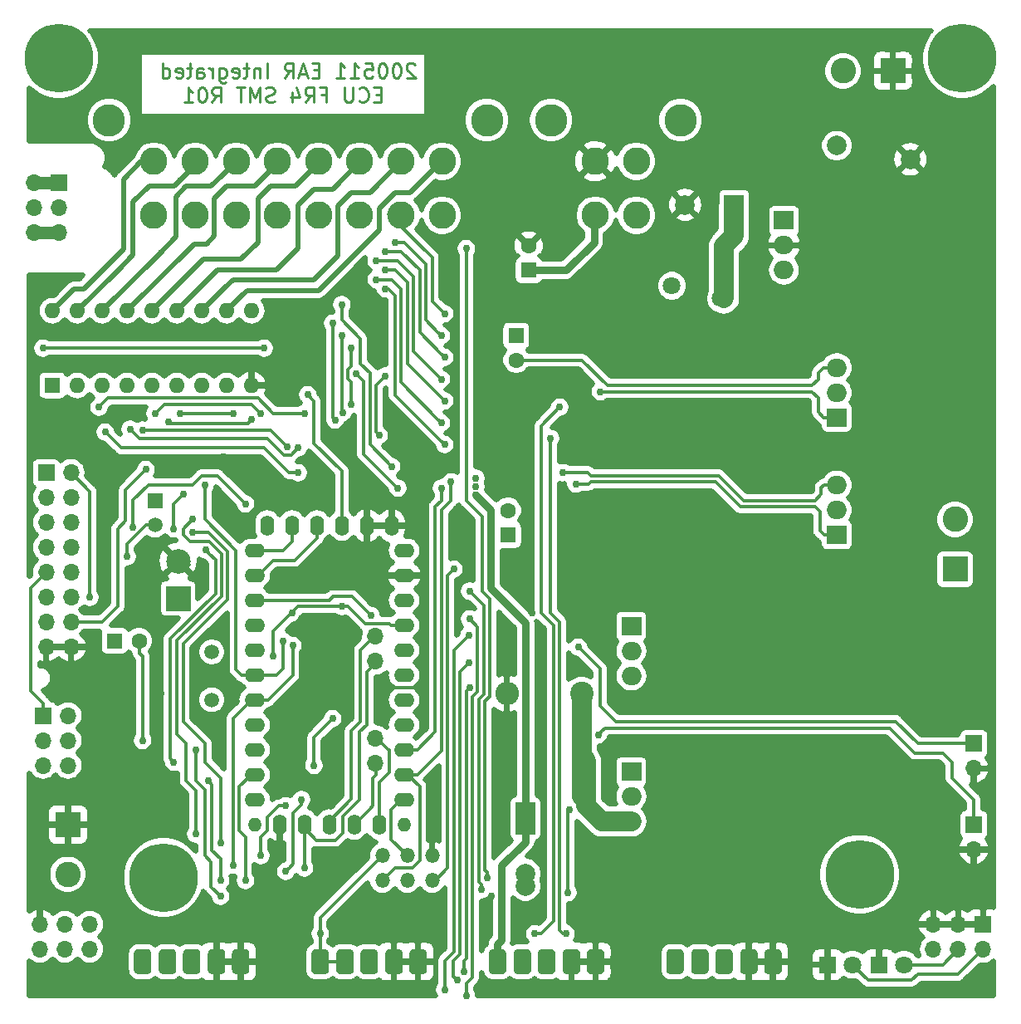
<source format=gbr>
G04 #@! TF.GenerationSoftware,KiCad,Pcbnew,(5.1.0)-1*
G04 #@! TF.CreationDate,2020-05-11T20:58:43-03:00*
G04 #@! TF.ProjectId,EAR ECU Integrated_CPU_01,45415220-4543-4552-9049-6e7465677261,01*
G04 #@! TF.SameCoordinates,Original*
G04 #@! TF.FileFunction,Copper,L2,Bot*
G04 #@! TF.FilePolarity,Positive*
%FSLAX46Y46*%
G04 Gerber Fmt 4.6, Leading zero omitted, Abs format (unit mm)*
G04 Created by KiCad (PCBNEW (5.1.0)-1) date 2020-05-11 20:58:43*
%MOMM*%
%LPD*%
G04 APERTURE LIST*
%ADD10C,0.250000*%
%ADD11C,0.100000*%
%ADD12C,1.778000*%
%ADD13C,2.000000*%
%ADD14R,2.000000X2.000000*%
%ADD15O,1.700000X1.700000*%
%ADD16R,1.700000X1.700000*%
%ADD17C,2.600000*%
%ADD18R,2.600000X2.600000*%
%ADD19O,1.600000X1.600000*%
%ADD20R,1.600000X1.600000*%
%ADD21O,1.400000X1.400000*%
%ADD22O,2.100000X1.400000*%
%ADD23C,1.500000*%
%ADD24O,1.400000X2.100000*%
%ADD25O,1.500000X1.500000*%
%ADD26C,1.800000*%
%ADD27R,1.800000X1.800000*%
%ADD28O,2.400000X2.400000*%
%ADD29C,2.400000*%
%ADD30C,2.499360*%
%ADD31R,2.499360X2.499360*%
%ADD32O,2.000000X1.905000*%
%ADD33R,2.000000X1.905000*%
%ADD34C,1.600000*%
%ADD35C,2.800000*%
%ADD36C,3.300000*%
%ADD37C,0.800000*%
%ADD38C,7.000000*%
%ADD39R,1.500000X1.500000*%
%ADD40C,0.762000*%
%ADD41C,0.635000*%
%ADD42C,0.304800*%
%ADD43C,0.762000*%
%ADD44C,2.032000*%
%ADD45C,0.508000*%
%ADD46C,1.270000*%
G04 APERTURE END LIST*
D10*
X121414285Y-44743928D02*
X121342857Y-44672500D01*
X121200000Y-44601071D01*
X120842857Y-44601071D01*
X120700000Y-44672500D01*
X120628571Y-44743928D01*
X120557142Y-44886785D01*
X120557142Y-45029642D01*
X120628571Y-45243928D01*
X121485714Y-46101071D01*
X120557142Y-46101071D01*
X119628571Y-44601071D02*
X119485714Y-44601071D01*
X119342857Y-44672500D01*
X119271428Y-44743928D01*
X119200000Y-44886785D01*
X119128571Y-45172500D01*
X119128571Y-45529642D01*
X119200000Y-45815357D01*
X119271428Y-45958214D01*
X119342857Y-46029642D01*
X119485714Y-46101071D01*
X119628571Y-46101071D01*
X119771428Y-46029642D01*
X119842857Y-45958214D01*
X119914285Y-45815357D01*
X119985714Y-45529642D01*
X119985714Y-45172500D01*
X119914285Y-44886785D01*
X119842857Y-44743928D01*
X119771428Y-44672500D01*
X119628571Y-44601071D01*
X118200000Y-44601071D02*
X118057142Y-44601071D01*
X117914285Y-44672500D01*
X117842857Y-44743928D01*
X117771428Y-44886785D01*
X117700000Y-45172500D01*
X117700000Y-45529642D01*
X117771428Y-45815357D01*
X117842857Y-45958214D01*
X117914285Y-46029642D01*
X118057142Y-46101071D01*
X118200000Y-46101071D01*
X118342857Y-46029642D01*
X118414285Y-45958214D01*
X118485714Y-45815357D01*
X118557142Y-45529642D01*
X118557142Y-45172500D01*
X118485714Y-44886785D01*
X118414285Y-44743928D01*
X118342857Y-44672500D01*
X118200000Y-44601071D01*
X116342857Y-44601071D02*
X117057142Y-44601071D01*
X117128571Y-45315357D01*
X117057142Y-45243928D01*
X116914285Y-45172500D01*
X116557142Y-45172500D01*
X116414285Y-45243928D01*
X116342857Y-45315357D01*
X116271428Y-45458214D01*
X116271428Y-45815357D01*
X116342857Y-45958214D01*
X116414285Y-46029642D01*
X116557142Y-46101071D01*
X116914285Y-46101071D01*
X117057142Y-46029642D01*
X117128571Y-45958214D01*
X114842857Y-46101071D02*
X115700000Y-46101071D01*
X115271428Y-46101071D02*
X115271428Y-44601071D01*
X115414285Y-44815357D01*
X115557142Y-44958214D01*
X115700000Y-45029642D01*
X113414285Y-46101071D02*
X114271428Y-46101071D01*
X113842857Y-46101071D02*
X113842857Y-44601071D01*
X113985714Y-44815357D01*
X114128571Y-44958214D01*
X114271428Y-45029642D01*
X111628571Y-45315357D02*
X111128571Y-45315357D01*
X110914285Y-46101071D02*
X111628571Y-46101071D01*
X111628571Y-44601071D01*
X110914285Y-44601071D01*
X110342857Y-45672500D02*
X109628571Y-45672500D01*
X110485714Y-46101071D02*
X109985714Y-44601071D01*
X109485714Y-46101071D01*
X108128571Y-46101071D02*
X108628571Y-45386785D01*
X108985714Y-46101071D02*
X108985714Y-44601071D01*
X108414285Y-44601071D01*
X108271428Y-44672500D01*
X108200000Y-44743928D01*
X108128571Y-44886785D01*
X108128571Y-45101071D01*
X108200000Y-45243928D01*
X108271428Y-45315357D01*
X108414285Y-45386785D01*
X108985714Y-45386785D01*
X106342857Y-46101071D02*
X106342857Y-44601071D01*
X105628571Y-45101071D02*
X105628571Y-46101071D01*
X105628571Y-45243928D02*
X105557142Y-45172500D01*
X105414285Y-45101071D01*
X105200000Y-45101071D01*
X105057142Y-45172500D01*
X104985714Y-45315357D01*
X104985714Y-46101071D01*
X104485714Y-45101071D02*
X103914285Y-45101071D01*
X104271428Y-44601071D02*
X104271428Y-45886785D01*
X104200000Y-46029642D01*
X104057142Y-46101071D01*
X103914285Y-46101071D01*
X102842857Y-46029642D02*
X102985714Y-46101071D01*
X103271428Y-46101071D01*
X103414285Y-46029642D01*
X103485714Y-45886785D01*
X103485714Y-45315357D01*
X103414285Y-45172500D01*
X103271428Y-45101071D01*
X102985714Y-45101071D01*
X102842857Y-45172500D01*
X102771428Y-45315357D01*
X102771428Y-45458214D01*
X103485714Y-45601071D01*
X101485714Y-45101071D02*
X101485714Y-46315357D01*
X101557142Y-46458214D01*
X101628571Y-46529642D01*
X101771428Y-46601071D01*
X101985714Y-46601071D01*
X102128571Y-46529642D01*
X101485714Y-46029642D02*
X101628571Y-46101071D01*
X101914285Y-46101071D01*
X102057142Y-46029642D01*
X102128571Y-45958214D01*
X102200000Y-45815357D01*
X102200000Y-45386785D01*
X102128571Y-45243928D01*
X102057142Y-45172500D01*
X101914285Y-45101071D01*
X101628571Y-45101071D01*
X101485714Y-45172500D01*
X100771428Y-46101071D02*
X100771428Y-45101071D01*
X100771428Y-45386785D02*
X100700000Y-45243928D01*
X100628571Y-45172500D01*
X100485714Y-45101071D01*
X100342857Y-45101071D01*
X99200000Y-46101071D02*
X99200000Y-45315357D01*
X99271428Y-45172500D01*
X99414285Y-45101071D01*
X99700000Y-45101071D01*
X99842857Y-45172500D01*
X99200000Y-46029642D02*
X99342857Y-46101071D01*
X99700000Y-46101071D01*
X99842857Y-46029642D01*
X99914285Y-45886785D01*
X99914285Y-45743928D01*
X99842857Y-45601071D01*
X99700000Y-45529642D01*
X99342857Y-45529642D01*
X99200000Y-45458214D01*
X98700000Y-45101071D02*
X98128571Y-45101071D01*
X98485714Y-44601071D02*
X98485714Y-45886785D01*
X98414285Y-46029642D01*
X98271428Y-46101071D01*
X98128571Y-46101071D01*
X97057142Y-46029642D02*
X97200000Y-46101071D01*
X97485714Y-46101071D01*
X97628571Y-46029642D01*
X97700000Y-45886785D01*
X97700000Y-45315357D01*
X97628571Y-45172500D01*
X97485714Y-45101071D01*
X97200000Y-45101071D01*
X97057142Y-45172500D01*
X96985714Y-45315357D01*
X96985714Y-45458214D01*
X97700000Y-45601071D01*
X95700000Y-46101071D02*
X95700000Y-44601071D01*
X95700000Y-46029642D02*
X95842857Y-46101071D01*
X96128571Y-46101071D01*
X96271428Y-46029642D01*
X96342857Y-45958214D01*
X96414285Y-45815357D01*
X96414285Y-45386785D01*
X96342857Y-45243928D01*
X96271428Y-45172500D01*
X96128571Y-45101071D01*
X95842857Y-45101071D01*
X95700000Y-45172500D01*
X117950000Y-47815357D02*
X117450000Y-47815357D01*
X117235714Y-48601071D02*
X117950000Y-48601071D01*
X117950000Y-47101071D01*
X117235714Y-47101071D01*
X115735714Y-48458214D02*
X115807142Y-48529642D01*
X116021428Y-48601071D01*
X116164285Y-48601071D01*
X116378571Y-48529642D01*
X116521428Y-48386785D01*
X116592857Y-48243928D01*
X116664285Y-47958214D01*
X116664285Y-47743928D01*
X116592857Y-47458214D01*
X116521428Y-47315357D01*
X116378571Y-47172500D01*
X116164285Y-47101071D01*
X116021428Y-47101071D01*
X115807142Y-47172500D01*
X115735714Y-47243928D01*
X115092857Y-47101071D02*
X115092857Y-48315357D01*
X115021428Y-48458214D01*
X114950000Y-48529642D01*
X114807142Y-48601071D01*
X114521428Y-48601071D01*
X114378571Y-48529642D01*
X114307142Y-48458214D01*
X114235714Y-48315357D01*
X114235714Y-47101071D01*
X111878571Y-47815357D02*
X112378571Y-47815357D01*
X112378571Y-48601071D02*
X112378571Y-47101071D01*
X111664285Y-47101071D01*
X110235714Y-48601071D02*
X110735714Y-47886785D01*
X111092857Y-48601071D02*
X111092857Y-47101071D01*
X110521428Y-47101071D01*
X110378571Y-47172500D01*
X110307142Y-47243928D01*
X110235714Y-47386785D01*
X110235714Y-47601071D01*
X110307142Y-47743928D01*
X110378571Y-47815357D01*
X110521428Y-47886785D01*
X111092857Y-47886785D01*
X108950000Y-47601071D02*
X108950000Y-48601071D01*
X109307142Y-47029642D02*
X109664285Y-48101071D01*
X108735714Y-48101071D01*
X107092857Y-48529642D02*
X106878571Y-48601071D01*
X106521428Y-48601071D01*
X106378571Y-48529642D01*
X106307142Y-48458214D01*
X106235714Y-48315357D01*
X106235714Y-48172500D01*
X106307142Y-48029642D01*
X106378571Y-47958214D01*
X106521428Y-47886785D01*
X106807142Y-47815357D01*
X106950000Y-47743928D01*
X107021428Y-47672500D01*
X107092857Y-47529642D01*
X107092857Y-47386785D01*
X107021428Y-47243928D01*
X106950000Y-47172500D01*
X106807142Y-47101071D01*
X106450000Y-47101071D01*
X106235714Y-47172500D01*
X105592857Y-48601071D02*
X105592857Y-47101071D01*
X105092857Y-48172500D01*
X104592857Y-47101071D01*
X104592857Y-48601071D01*
X104092857Y-47101071D02*
X103235714Y-47101071D01*
X103664285Y-48601071D02*
X103664285Y-47101071D01*
X100735714Y-48601071D02*
X101235714Y-47886785D01*
X101592857Y-48601071D02*
X101592857Y-47101071D01*
X101021428Y-47101071D01*
X100878571Y-47172500D01*
X100807142Y-47243928D01*
X100735714Y-47386785D01*
X100735714Y-47601071D01*
X100807142Y-47743928D01*
X100878571Y-47815357D01*
X101021428Y-47886785D01*
X101592857Y-47886785D01*
X99807142Y-47101071D02*
X99664285Y-47101071D01*
X99521428Y-47172500D01*
X99450000Y-47243928D01*
X99378571Y-47386785D01*
X99307142Y-47672500D01*
X99307142Y-48029642D01*
X99378571Y-48315357D01*
X99450000Y-48458214D01*
X99521428Y-48529642D01*
X99664285Y-48601071D01*
X99807142Y-48601071D01*
X99950000Y-48529642D01*
X100021428Y-48458214D01*
X100092857Y-48315357D01*
X100164285Y-48029642D01*
X100164285Y-47672500D01*
X100092857Y-47386785D01*
X100021428Y-47243928D01*
X99950000Y-47172500D01*
X99807142Y-47101071D01*
X97878571Y-48601071D02*
X98735714Y-48601071D01*
X98307142Y-48601071D02*
X98307142Y-47101071D01*
X98450000Y-47315357D01*
X98592857Y-47458214D01*
X98735714Y-47529642D01*
D11*
G36*
X101690569Y-134939640D02*
G01*
X101733718Y-134946041D01*
X101776032Y-134956640D01*
X101817103Y-134971336D01*
X101856536Y-134989986D01*
X101893951Y-135012412D01*
X101928988Y-135038397D01*
X101961309Y-135067691D01*
X101990603Y-135100012D01*
X102016588Y-135135049D01*
X102039014Y-135172464D01*
X102057664Y-135211897D01*
X102072360Y-135252968D01*
X102082959Y-135295282D01*
X102089360Y-135338431D01*
X102091500Y-135382000D01*
X102091500Y-137033000D01*
X102089360Y-137076569D01*
X102082959Y-137119718D01*
X102072360Y-137162032D01*
X102057664Y-137203103D01*
X102039014Y-137242536D01*
X102016588Y-137279951D01*
X101990603Y-137314988D01*
X101961309Y-137347309D01*
X101928988Y-137376603D01*
X101893951Y-137402588D01*
X101856536Y-137425014D01*
X101817103Y-137443664D01*
X101776032Y-137458360D01*
X101733718Y-137468959D01*
X101690569Y-137475360D01*
X101647000Y-137477500D01*
X100758000Y-137477500D01*
X100714431Y-137475360D01*
X100671282Y-137468959D01*
X100628968Y-137458360D01*
X100587897Y-137443664D01*
X100548464Y-137425014D01*
X100511049Y-137402588D01*
X100476012Y-137376603D01*
X100443691Y-137347309D01*
X100414397Y-137314988D01*
X100388412Y-137279951D01*
X100365986Y-137242536D01*
X100347336Y-137203103D01*
X100332640Y-137162032D01*
X100322041Y-137119718D01*
X100315640Y-137076569D01*
X100313500Y-137033000D01*
X100313500Y-135382000D01*
X100315640Y-135338431D01*
X100322041Y-135295282D01*
X100332640Y-135252968D01*
X100347336Y-135211897D01*
X100365986Y-135172464D01*
X100388412Y-135135049D01*
X100414397Y-135100012D01*
X100443691Y-135067691D01*
X100476012Y-135038397D01*
X100511049Y-135012412D01*
X100548464Y-134989986D01*
X100587897Y-134971336D01*
X100628968Y-134956640D01*
X100671282Y-134946041D01*
X100714431Y-134939640D01*
X100758000Y-134937500D01*
X101647000Y-134937500D01*
X101690569Y-134939640D01*
X101690569Y-134939640D01*
G37*
D12*
X101202500Y-136207500D03*
D11*
G36*
X96690569Y-134939640D02*
G01*
X96733718Y-134946041D01*
X96776032Y-134956640D01*
X96817103Y-134971336D01*
X96856536Y-134989986D01*
X96893951Y-135012412D01*
X96928988Y-135038397D01*
X96961309Y-135067691D01*
X96990603Y-135100012D01*
X97016588Y-135135049D01*
X97039014Y-135172464D01*
X97057664Y-135211897D01*
X97072360Y-135252968D01*
X97082959Y-135295282D01*
X97089360Y-135338431D01*
X97091500Y-135382000D01*
X97091500Y-137033000D01*
X97089360Y-137076569D01*
X97082959Y-137119718D01*
X97072360Y-137162032D01*
X97057664Y-137203103D01*
X97039014Y-137242536D01*
X97016588Y-137279951D01*
X96990603Y-137314988D01*
X96961309Y-137347309D01*
X96928988Y-137376603D01*
X96893951Y-137402588D01*
X96856536Y-137425014D01*
X96817103Y-137443664D01*
X96776032Y-137458360D01*
X96733718Y-137468959D01*
X96690569Y-137475360D01*
X96647000Y-137477500D01*
X95758000Y-137477500D01*
X95714431Y-137475360D01*
X95671282Y-137468959D01*
X95628968Y-137458360D01*
X95587897Y-137443664D01*
X95548464Y-137425014D01*
X95511049Y-137402588D01*
X95476012Y-137376603D01*
X95443691Y-137347309D01*
X95414397Y-137314988D01*
X95388412Y-137279951D01*
X95365986Y-137242536D01*
X95347336Y-137203103D01*
X95332640Y-137162032D01*
X95322041Y-137119718D01*
X95315640Y-137076569D01*
X95313500Y-137033000D01*
X95313500Y-135382000D01*
X95315640Y-135338431D01*
X95322041Y-135295282D01*
X95332640Y-135252968D01*
X95347336Y-135211897D01*
X95365986Y-135172464D01*
X95388412Y-135135049D01*
X95414397Y-135100012D01*
X95443691Y-135067691D01*
X95476012Y-135038397D01*
X95511049Y-135012412D01*
X95548464Y-134989986D01*
X95587897Y-134971336D01*
X95628968Y-134956640D01*
X95671282Y-134946041D01*
X95714431Y-134939640D01*
X95758000Y-134937500D01*
X96647000Y-134937500D01*
X96690569Y-134939640D01*
X96690569Y-134939640D01*
G37*
D12*
X96202500Y-136207500D03*
D11*
G36*
X104150569Y-134939640D02*
G01*
X104193718Y-134946041D01*
X104236032Y-134956640D01*
X104277103Y-134971336D01*
X104316536Y-134989986D01*
X104353951Y-135012412D01*
X104388988Y-135038397D01*
X104421309Y-135067691D01*
X104450603Y-135100012D01*
X104476588Y-135135049D01*
X104499014Y-135172464D01*
X104517664Y-135211897D01*
X104532360Y-135252968D01*
X104542959Y-135295282D01*
X104549360Y-135338431D01*
X104551500Y-135382000D01*
X104551500Y-137033000D01*
X104549360Y-137076569D01*
X104542959Y-137119718D01*
X104532360Y-137162032D01*
X104517664Y-137203103D01*
X104499014Y-137242536D01*
X104476588Y-137279951D01*
X104450603Y-137314988D01*
X104421309Y-137347309D01*
X104388988Y-137376603D01*
X104353951Y-137402588D01*
X104316536Y-137425014D01*
X104277103Y-137443664D01*
X104236032Y-137458360D01*
X104193718Y-137468959D01*
X104150569Y-137475360D01*
X104107000Y-137477500D01*
X103218000Y-137477500D01*
X103174431Y-137475360D01*
X103131282Y-137468959D01*
X103088968Y-137458360D01*
X103047897Y-137443664D01*
X103008464Y-137425014D01*
X102971049Y-137402588D01*
X102936012Y-137376603D01*
X102903691Y-137347309D01*
X102874397Y-137314988D01*
X102848412Y-137279951D01*
X102825986Y-137242536D01*
X102807336Y-137203103D01*
X102792640Y-137162032D01*
X102782041Y-137119718D01*
X102775640Y-137076569D01*
X102773500Y-137033000D01*
X102773500Y-135382000D01*
X102775640Y-135338431D01*
X102782041Y-135295282D01*
X102792640Y-135252968D01*
X102807336Y-135211897D01*
X102825986Y-135172464D01*
X102848412Y-135135049D01*
X102874397Y-135100012D01*
X102903691Y-135067691D01*
X102936012Y-135038397D01*
X102971049Y-135012412D01*
X103008464Y-134989986D01*
X103047897Y-134971336D01*
X103088968Y-134956640D01*
X103131282Y-134946041D01*
X103174431Y-134939640D01*
X103218000Y-134937500D01*
X104107000Y-134937500D01*
X104150569Y-134939640D01*
X104150569Y-134939640D01*
G37*
D12*
X103662500Y-136207500D03*
D11*
G36*
X99150569Y-134939640D02*
G01*
X99193718Y-134946041D01*
X99236032Y-134956640D01*
X99277103Y-134971336D01*
X99316536Y-134989986D01*
X99353951Y-135012412D01*
X99388988Y-135038397D01*
X99421309Y-135067691D01*
X99450603Y-135100012D01*
X99476588Y-135135049D01*
X99499014Y-135172464D01*
X99517664Y-135211897D01*
X99532360Y-135252968D01*
X99542959Y-135295282D01*
X99549360Y-135338431D01*
X99551500Y-135382000D01*
X99551500Y-137033000D01*
X99549360Y-137076569D01*
X99542959Y-137119718D01*
X99532360Y-137162032D01*
X99517664Y-137203103D01*
X99499014Y-137242536D01*
X99476588Y-137279951D01*
X99450603Y-137314988D01*
X99421309Y-137347309D01*
X99388988Y-137376603D01*
X99353951Y-137402588D01*
X99316536Y-137425014D01*
X99277103Y-137443664D01*
X99236032Y-137458360D01*
X99193718Y-137468959D01*
X99150569Y-137475360D01*
X99107000Y-137477500D01*
X98218000Y-137477500D01*
X98174431Y-137475360D01*
X98131282Y-137468959D01*
X98088968Y-137458360D01*
X98047897Y-137443664D01*
X98008464Y-137425014D01*
X97971049Y-137402588D01*
X97936012Y-137376603D01*
X97903691Y-137347309D01*
X97874397Y-137314988D01*
X97848412Y-137279951D01*
X97825986Y-137242536D01*
X97807336Y-137203103D01*
X97792640Y-137162032D01*
X97782041Y-137119718D01*
X97775640Y-137076569D01*
X97773500Y-137033000D01*
X97773500Y-135382000D01*
X97775640Y-135338431D01*
X97782041Y-135295282D01*
X97792640Y-135252968D01*
X97807336Y-135211897D01*
X97825986Y-135172464D01*
X97848412Y-135135049D01*
X97874397Y-135100012D01*
X97903691Y-135067691D01*
X97936012Y-135038397D01*
X97971049Y-135012412D01*
X98008464Y-134989986D01*
X98047897Y-134971336D01*
X98088968Y-134956640D01*
X98131282Y-134946041D01*
X98174431Y-134939640D01*
X98218000Y-134937500D01*
X99107000Y-134937500D01*
X99150569Y-134939640D01*
X99150569Y-134939640D01*
G37*
D12*
X98662500Y-136207500D03*
D11*
G36*
X94150569Y-134939640D02*
G01*
X94193718Y-134946041D01*
X94236032Y-134956640D01*
X94277103Y-134971336D01*
X94316536Y-134989986D01*
X94353951Y-135012412D01*
X94388988Y-135038397D01*
X94421309Y-135067691D01*
X94450603Y-135100012D01*
X94476588Y-135135049D01*
X94499014Y-135172464D01*
X94517664Y-135211897D01*
X94532360Y-135252968D01*
X94542959Y-135295282D01*
X94549360Y-135338431D01*
X94551500Y-135382000D01*
X94551500Y-137033000D01*
X94549360Y-137076569D01*
X94542959Y-137119718D01*
X94532360Y-137162032D01*
X94517664Y-137203103D01*
X94499014Y-137242536D01*
X94476588Y-137279951D01*
X94450603Y-137314988D01*
X94421309Y-137347309D01*
X94388988Y-137376603D01*
X94353951Y-137402588D01*
X94316536Y-137425014D01*
X94277103Y-137443664D01*
X94236032Y-137458360D01*
X94193718Y-137468959D01*
X94150569Y-137475360D01*
X94107000Y-137477500D01*
X93218000Y-137477500D01*
X93174431Y-137475360D01*
X93131282Y-137468959D01*
X93088968Y-137458360D01*
X93047897Y-137443664D01*
X93008464Y-137425014D01*
X92971049Y-137402588D01*
X92936012Y-137376603D01*
X92903691Y-137347309D01*
X92874397Y-137314988D01*
X92848412Y-137279951D01*
X92825986Y-137242536D01*
X92807336Y-137203103D01*
X92792640Y-137162032D01*
X92782041Y-137119718D01*
X92775640Y-137076569D01*
X92773500Y-137033000D01*
X92773500Y-135382000D01*
X92775640Y-135338431D01*
X92782041Y-135295282D01*
X92792640Y-135252968D01*
X92807336Y-135211897D01*
X92825986Y-135172464D01*
X92848412Y-135135049D01*
X92874397Y-135100012D01*
X92903691Y-135067691D01*
X92936012Y-135038397D01*
X92971049Y-135012412D01*
X93008464Y-134989986D01*
X93047897Y-134971336D01*
X93088968Y-134956640D01*
X93131282Y-134946041D01*
X93174431Y-134939640D01*
X93218000Y-134937500D01*
X94107000Y-134937500D01*
X94150569Y-134939640D01*
X94150569Y-134939640D01*
G37*
D12*
X93662500Y-136207500D03*
D11*
G36*
X119788069Y-134939640D02*
G01*
X119831218Y-134946041D01*
X119873532Y-134956640D01*
X119914603Y-134971336D01*
X119954036Y-134989986D01*
X119991451Y-135012412D01*
X120026488Y-135038397D01*
X120058809Y-135067691D01*
X120088103Y-135100012D01*
X120114088Y-135135049D01*
X120136514Y-135172464D01*
X120155164Y-135211897D01*
X120169860Y-135252968D01*
X120180459Y-135295282D01*
X120186860Y-135338431D01*
X120189000Y-135382000D01*
X120189000Y-137033000D01*
X120186860Y-137076569D01*
X120180459Y-137119718D01*
X120169860Y-137162032D01*
X120155164Y-137203103D01*
X120136514Y-137242536D01*
X120114088Y-137279951D01*
X120088103Y-137314988D01*
X120058809Y-137347309D01*
X120026488Y-137376603D01*
X119991451Y-137402588D01*
X119954036Y-137425014D01*
X119914603Y-137443664D01*
X119873532Y-137458360D01*
X119831218Y-137468959D01*
X119788069Y-137475360D01*
X119744500Y-137477500D01*
X118855500Y-137477500D01*
X118811931Y-137475360D01*
X118768782Y-137468959D01*
X118726468Y-137458360D01*
X118685397Y-137443664D01*
X118645964Y-137425014D01*
X118608549Y-137402588D01*
X118573512Y-137376603D01*
X118541191Y-137347309D01*
X118511897Y-137314988D01*
X118485912Y-137279951D01*
X118463486Y-137242536D01*
X118444836Y-137203103D01*
X118430140Y-137162032D01*
X118419541Y-137119718D01*
X118413140Y-137076569D01*
X118411000Y-137033000D01*
X118411000Y-135382000D01*
X118413140Y-135338431D01*
X118419541Y-135295282D01*
X118430140Y-135252968D01*
X118444836Y-135211897D01*
X118463486Y-135172464D01*
X118485912Y-135135049D01*
X118511897Y-135100012D01*
X118541191Y-135067691D01*
X118573512Y-135038397D01*
X118608549Y-135012412D01*
X118645964Y-134989986D01*
X118685397Y-134971336D01*
X118726468Y-134956640D01*
X118768782Y-134946041D01*
X118811931Y-134939640D01*
X118855500Y-134937500D01*
X119744500Y-134937500D01*
X119788069Y-134939640D01*
X119788069Y-134939640D01*
G37*
D12*
X119300000Y-136207500D03*
D11*
G36*
X114788069Y-134939640D02*
G01*
X114831218Y-134946041D01*
X114873532Y-134956640D01*
X114914603Y-134971336D01*
X114954036Y-134989986D01*
X114991451Y-135012412D01*
X115026488Y-135038397D01*
X115058809Y-135067691D01*
X115088103Y-135100012D01*
X115114088Y-135135049D01*
X115136514Y-135172464D01*
X115155164Y-135211897D01*
X115169860Y-135252968D01*
X115180459Y-135295282D01*
X115186860Y-135338431D01*
X115189000Y-135382000D01*
X115189000Y-137033000D01*
X115186860Y-137076569D01*
X115180459Y-137119718D01*
X115169860Y-137162032D01*
X115155164Y-137203103D01*
X115136514Y-137242536D01*
X115114088Y-137279951D01*
X115088103Y-137314988D01*
X115058809Y-137347309D01*
X115026488Y-137376603D01*
X114991451Y-137402588D01*
X114954036Y-137425014D01*
X114914603Y-137443664D01*
X114873532Y-137458360D01*
X114831218Y-137468959D01*
X114788069Y-137475360D01*
X114744500Y-137477500D01*
X113855500Y-137477500D01*
X113811931Y-137475360D01*
X113768782Y-137468959D01*
X113726468Y-137458360D01*
X113685397Y-137443664D01*
X113645964Y-137425014D01*
X113608549Y-137402588D01*
X113573512Y-137376603D01*
X113541191Y-137347309D01*
X113511897Y-137314988D01*
X113485912Y-137279951D01*
X113463486Y-137242536D01*
X113444836Y-137203103D01*
X113430140Y-137162032D01*
X113419541Y-137119718D01*
X113413140Y-137076569D01*
X113411000Y-137033000D01*
X113411000Y-135382000D01*
X113413140Y-135338431D01*
X113419541Y-135295282D01*
X113430140Y-135252968D01*
X113444836Y-135211897D01*
X113463486Y-135172464D01*
X113485912Y-135135049D01*
X113511897Y-135100012D01*
X113541191Y-135067691D01*
X113573512Y-135038397D01*
X113608549Y-135012412D01*
X113645964Y-134989986D01*
X113685397Y-134971336D01*
X113726468Y-134956640D01*
X113768782Y-134946041D01*
X113811931Y-134939640D01*
X113855500Y-134937500D01*
X114744500Y-134937500D01*
X114788069Y-134939640D01*
X114788069Y-134939640D01*
G37*
D12*
X114300000Y-136207500D03*
D11*
G36*
X122248069Y-134939640D02*
G01*
X122291218Y-134946041D01*
X122333532Y-134956640D01*
X122374603Y-134971336D01*
X122414036Y-134989986D01*
X122451451Y-135012412D01*
X122486488Y-135038397D01*
X122518809Y-135067691D01*
X122548103Y-135100012D01*
X122574088Y-135135049D01*
X122596514Y-135172464D01*
X122615164Y-135211897D01*
X122629860Y-135252968D01*
X122640459Y-135295282D01*
X122646860Y-135338431D01*
X122649000Y-135382000D01*
X122649000Y-137033000D01*
X122646860Y-137076569D01*
X122640459Y-137119718D01*
X122629860Y-137162032D01*
X122615164Y-137203103D01*
X122596514Y-137242536D01*
X122574088Y-137279951D01*
X122548103Y-137314988D01*
X122518809Y-137347309D01*
X122486488Y-137376603D01*
X122451451Y-137402588D01*
X122414036Y-137425014D01*
X122374603Y-137443664D01*
X122333532Y-137458360D01*
X122291218Y-137468959D01*
X122248069Y-137475360D01*
X122204500Y-137477500D01*
X121315500Y-137477500D01*
X121271931Y-137475360D01*
X121228782Y-137468959D01*
X121186468Y-137458360D01*
X121145397Y-137443664D01*
X121105964Y-137425014D01*
X121068549Y-137402588D01*
X121033512Y-137376603D01*
X121001191Y-137347309D01*
X120971897Y-137314988D01*
X120945912Y-137279951D01*
X120923486Y-137242536D01*
X120904836Y-137203103D01*
X120890140Y-137162032D01*
X120879541Y-137119718D01*
X120873140Y-137076569D01*
X120871000Y-137033000D01*
X120871000Y-135382000D01*
X120873140Y-135338431D01*
X120879541Y-135295282D01*
X120890140Y-135252968D01*
X120904836Y-135211897D01*
X120923486Y-135172464D01*
X120945912Y-135135049D01*
X120971897Y-135100012D01*
X121001191Y-135067691D01*
X121033512Y-135038397D01*
X121068549Y-135012412D01*
X121105964Y-134989986D01*
X121145397Y-134971336D01*
X121186468Y-134956640D01*
X121228782Y-134946041D01*
X121271931Y-134939640D01*
X121315500Y-134937500D01*
X122204500Y-134937500D01*
X122248069Y-134939640D01*
X122248069Y-134939640D01*
G37*
D12*
X121760000Y-136207500D03*
D11*
G36*
X117248069Y-134939640D02*
G01*
X117291218Y-134946041D01*
X117333532Y-134956640D01*
X117374603Y-134971336D01*
X117414036Y-134989986D01*
X117451451Y-135012412D01*
X117486488Y-135038397D01*
X117518809Y-135067691D01*
X117548103Y-135100012D01*
X117574088Y-135135049D01*
X117596514Y-135172464D01*
X117615164Y-135211897D01*
X117629860Y-135252968D01*
X117640459Y-135295282D01*
X117646860Y-135338431D01*
X117649000Y-135382000D01*
X117649000Y-137033000D01*
X117646860Y-137076569D01*
X117640459Y-137119718D01*
X117629860Y-137162032D01*
X117615164Y-137203103D01*
X117596514Y-137242536D01*
X117574088Y-137279951D01*
X117548103Y-137314988D01*
X117518809Y-137347309D01*
X117486488Y-137376603D01*
X117451451Y-137402588D01*
X117414036Y-137425014D01*
X117374603Y-137443664D01*
X117333532Y-137458360D01*
X117291218Y-137468959D01*
X117248069Y-137475360D01*
X117204500Y-137477500D01*
X116315500Y-137477500D01*
X116271931Y-137475360D01*
X116228782Y-137468959D01*
X116186468Y-137458360D01*
X116145397Y-137443664D01*
X116105964Y-137425014D01*
X116068549Y-137402588D01*
X116033512Y-137376603D01*
X116001191Y-137347309D01*
X115971897Y-137314988D01*
X115945912Y-137279951D01*
X115923486Y-137242536D01*
X115904836Y-137203103D01*
X115890140Y-137162032D01*
X115879541Y-137119718D01*
X115873140Y-137076569D01*
X115871000Y-137033000D01*
X115871000Y-135382000D01*
X115873140Y-135338431D01*
X115879541Y-135295282D01*
X115890140Y-135252968D01*
X115904836Y-135211897D01*
X115923486Y-135172464D01*
X115945912Y-135135049D01*
X115971897Y-135100012D01*
X116001191Y-135067691D01*
X116033512Y-135038397D01*
X116068549Y-135012412D01*
X116105964Y-134989986D01*
X116145397Y-134971336D01*
X116186468Y-134956640D01*
X116228782Y-134946041D01*
X116271931Y-134939640D01*
X116315500Y-134937500D01*
X117204500Y-134937500D01*
X117248069Y-134939640D01*
X117248069Y-134939640D01*
G37*
D12*
X116760000Y-136207500D03*
D11*
G36*
X112248069Y-134939640D02*
G01*
X112291218Y-134946041D01*
X112333532Y-134956640D01*
X112374603Y-134971336D01*
X112414036Y-134989986D01*
X112451451Y-135012412D01*
X112486488Y-135038397D01*
X112518809Y-135067691D01*
X112548103Y-135100012D01*
X112574088Y-135135049D01*
X112596514Y-135172464D01*
X112615164Y-135211897D01*
X112629860Y-135252968D01*
X112640459Y-135295282D01*
X112646860Y-135338431D01*
X112649000Y-135382000D01*
X112649000Y-137033000D01*
X112646860Y-137076569D01*
X112640459Y-137119718D01*
X112629860Y-137162032D01*
X112615164Y-137203103D01*
X112596514Y-137242536D01*
X112574088Y-137279951D01*
X112548103Y-137314988D01*
X112518809Y-137347309D01*
X112486488Y-137376603D01*
X112451451Y-137402588D01*
X112414036Y-137425014D01*
X112374603Y-137443664D01*
X112333532Y-137458360D01*
X112291218Y-137468959D01*
X112248069Y-137475360D01*
X112204500Y-137477500D01*
X111315500Y-137477500D01*
X111271931Y-137475360D01*
X111228782Y-137468959D01*
X111186468Y-137458360D01*
X111145397Y-137443664D01*
X111105964Y-137425014D01*
X111068549Y-137402588D01*
X111033512Y-137376603D01*
X111001191Y-137347309D01*
X110971897Y-137314988D01*
X110945912Y-137279951D01*
X110923486Y-137242536D01*
X110904836Y-137203103D01*
X110890140Y-137162032D01*
X110879541Y-137119718D01*
X110873140Y-137076569D01*
X110871000Y-137033000D01*
X110871000Y-135382000D01*
X110873140Y-135338431D01*
X110879541Y-135295282D01*
X110890140Y-135252968D01*
X110904836Y-135211897D01*
X110923486Y-135172464D01*
X110945912Y-135135049D01*
X110971897Y-135100012D01*
X111001191Y-135067691D01*
X111033512Y-135038397D01*
X111068549Y-135012412D01*
X111105964Y-134989986D01*
X111145397Y-134971336D01*
X111186468Y-134956640D01*
X111228782Y-134946041D01*
X111271931Y-134939640D01*
X111315500Y-134937500D01*
X112204500Y-134937500D01*
X112248069Y-134939640D01*
X112248069Y-134939640D01*
G37*
D12*
X111760000Y-136207500D03*
D11*
G36*
X137885569Y-134939640D02*
G01*
X137928718Y-134946041D01*
X137971032Y-134956640D01*
X138012103Y-134971336D01*
X138051536Y-134989986D01*
X138088951Y-135012412D01*
X138123988Y-135038397D01*
X138156309Y-135067691D01*
X138185603Y-135100012D01*
X138211588Y-135135049D01*
X138234014Y-135172464D01*
X138252664Y-135211897D01*
X138267360Y-135252968D01*
X138277959Y-135295282D01*
X138284360Y-135338431D01*
X138286500Y-135382000D01*
X138286500Y-137033000D01*
X138284360Y-137076569D01*
X138277959Y-137119718D01*
X138267360Y-137162032D01*
X138252664Y-137203103D01*
X138234014Y-137242536D01*
X138211588Y-137279951D01*
X138185603Y-137314988D01*
X138156309Y-137347309D01*
X138123988Y-137376603D01*
X138088951Y-137402588D01*
X138051536Y-137425014D01*
X138012103Y-137443664D01*
X137971032Y-137458360D01*
X137928718Y-137468959D01*
X137885569Y-137475360D01*
X137842000Y-137477500D01*
X136953000Y-137477500D01*
X136909431Y-137475360D01*
X136866282Y-137468959D01*
X136823968Y-137458360D01*
X136782897Y-137443664D01*
X136743464Y-137425014D01*
X136706049Y-137402588D01*
X136671012Y-137376603D01*
X136638691Y-137347309D01*
X136609397Y-137314988D01*
X136583412Y-137279951D01*
X136560986Y-137242536D01*
X136542336Y-137203103D01*
X136527640Y-137162032D01*
X136517041Y-137119718D01*
X136510640Y-137076569D01*
X136508500Y-137033000D01*
X136508500Y-135382000D01*
X136510640Y-135338431D01*
X136517041Y-135295282D01*
X136527640Y-135252968D01*
X136542336Y-135211897D01*
X136560986Y-135172464D01*
X136583412Y-135135049D01*
X136609397Y-135100012D01*
X136638691Y-135067691D01*
X136671012Y-135038397D01*
X136706049Y-135012412D01*
X136743464Y-134989986D01*
X136782897Y-134971336D01*
X136823968Y-134956640D01*
X136866282Y-134946041D01*
X136909431Y-134939640D01*
X136953000Y-134937500D01*
X137842000Y-134937500D01*
X137885569Y-134939640D01*
X137885569Y-134939640D01*
G37*
D12*
X137397500Y-136207500D03*
D11*
G36*
X132885569Y-134939640D02*
G01*
X132928718Y-134946041D01*
X132971032Y-134956640D01*
X133012103Y-134971336D01*
X133051536Y-134989986D01*
X133088951Y-135012412D01*
X133123988Y-135038397D01*
X133156309Y-135067691D01*
X133185603Y-135100012D01*
X133211588Y-135135049D01*
X133234014Y-135172464D01*
X133252664Y-135211897D01*
X133267360Y-135252968D01*
X133277959Y-135295282D01*
X133284360Y-135338431D01*
X133286500Y-135382000D01*
X133286500Y-137033000D01*
X133284360Y-137076569D01*
X133277959Y-137119718D01*
X133267360Y-137162032D01*
X133252664Y-137203103D01*
X133234014Y-137242536D01*
X133211588Y-137279951D01*
X133185603Y-137314988D01*
X133156309Y-137347309D01*
X133123988Y-137376603D01*
X133088951Y-137402588D01*
X133051536Y-137425014D01*
X133012103Y-137443664D01*
X132971032Y-137458360D01*
X132928718Y-137468959D01*
X132885569Y-137475360D01*
X132842000Y-137477500D01*
X131953000Y-137477500D01*
X131909431Y-137475360D01*
X131866282Y-137468959D01*
X131823968Y-137458360D01*
X131782897Y-137443664D01*
X131743464Y-137425014D01*
X131706049Y-137402588D01*
X131671012Y-137376603D01*
X131638691Y-137347309D01*
X131609397Y-137314988D01*
X131583412Y-137279951D01*
X131560986Y-137242536D01*
X131542336Y-137203103D01*
X131527640Y-137162032D01*
X131517041Y-137119718D01*
X131510640Y-137076569D01*
X131508500Y-137033000D01*
X131508500Y-135382000D01*
X131510640Y-135338431D01*
X131517041Y-135295282D01*
X131527640Y-135252968D01*
X131542336Y-135211897D01*
X131560986Y-135172464D01*
X131583412Y-135135049D01*
X131609397Y-135100012D01*
X131638691Y-135067691D01*
X131671012Y-135038397D01*
X131706049Y-135012412D01*
X131743464Y-134989986D01*
X131782897Y-134971336D01*
X131823968Y-134956640D01*
X131866282Y-134946041D01*
X131909431Y-134939640D01*
X131953000Y-134937500D01*
X132842000Y-134937500D01*
X132885569Y-134939640D01*
X132885569Y-134939640D01*
G37*
D12*
X132397500Y-136207500D03*
D11*
G36*
X140345569Y-134939640D02*
G01*
X140388718Y-134946041D01*
X140431032Y-134956640D01*
X140472103Y-134971336D01*
X140511536Y-134989986D01*
X140548951Y-135012412D01*
X140583988Y-135038397D01*
X140616309Y-135067691D01*
X140645603Y-135100012D01*
X140671588Y-135135049D01*
X140694014Y-135172464D01*
X140712664Y-135211897D01*
X140727360Y-135252968D01*
X140737959Y-135295282D01*
X140744360Y-135338431D01*
X140746500Y-135382000D01*
X140746500Y-137033000D01*
X140744360Y-137076569D01*
X140737959Y-137119718D01*
X140727360Y-137162032D01*
X140712664Y-137203103D01*
X140694014Y-137242536D01*
X140671588Y-137279951D01*
X140645603Y-137314988D01*
X140616309Y-137347309D01*
X140583988Y-137376603D01*
X140548951Y-137402588D01*
X140511536Y-137425014D01*
X140472103Y-137443664D01*
X140431032Y-137458360D01*
X140388718Y-137468959D01*
X140345569Y-137475360D01*
X140302000Y-137477500D01*
X139413000Y-137477500D01*
X139369431Y-137475360D01*
X139326282Y-137468959D01*
X139283968Y-137458360D01*
X139242897Y-137443664D01*
X139203464Y-137425014D01*
X139166049Y-137402588D01*
X139131012Y-137376603D01*
X139098691Y-137347309D01*
X139069397Y-137314988D01*
X139043412Y-137279951D01*
X139020986Y-137242536D01*
X139002336Y-137203103D01*
X138987640Y-137162032D01*
X138977041Y-137119718D01*
X138970640Y-137076569D01*
X138968500Y-137033000D01*
X138968500Y-135382000D01*
X138970640Y-135338431D01*
X138977041Y-135295282D01*
X138987640Y-135252968D01*
X139002336Y-135211897D01*
X139020986Y-135172464D01*
X139043412Y-135135049D01*
X139069397Y-135100012D01*
X139098691Y-135067691D01*
X139131012Y-135038397D01*
X139166049Y-135012412D01*
X139203464Y-134989986D01*
X139242897Y-134971336D01*
X139283968Y-134956640D01*
X139326282Y-134946041D01*
X139369431Y-134939640D01*
X139413000Y-134937500D01*
X140302000Y-134937500D01*
X140345569Y-134939640D01*
X140345569Y-134939640D01*
G37*
D12*
X139857500Y-136207500D03*
D11*
G36*
X135345569Y-134939640D02*
G01*
X135388718Y-134946041D01*
X135431032Y-134956640D01*
X135472103Y-134971336D01*
X135511536Y-134989986D01*
X135548951Y-135012412D01*
X135583988Y-135038397D01*
X135616309Y-135067691D01*
X135645603Y-135100012D01*
X135671588Y-135135049D01*
X135694014Y-135172464D01*
X135712664Y-135211897D01*
X135727360Y-135252968D01*
X135737959Y-135295282D01*
X135744360Y-135338431D01*
X135746500Y-135382000D01*
X135746500Y-137033000D01*
X135744360Y-137076569D01*
X135737959Y-137119718D01*
X135727360Y-137162032D01*
X135712664Y-137203103D01*
X135694014Y-137242536D01*
X135671588Y-137279951D01*
X135645603Y-137314988D01*
X135616309Y-137347309D01*
X135583988Y-137376603D01*
X135548951Y-137402588D01*
X135511536Y-137425014D01*
X135472103Y-137443664D01*
X135431032Y-137458360D01*
X135388718Y-137468959D01*
X135345569Y-137475360D01*
X135302000Y-137477500D01*
X134413000Y-137477500D01*
X134369431Y-137475360D01*
X134326282Y-137468959D01*
X134283968Y-137458360D01*
X134242897Y-137443664D01*
X134203464Y-137425014D01*
X134166049Y-137402588D01*
X134131012Y-137376603D01*
X134098691Y-137347309D01*
X134069397Y-137314988D01*
X134043412Y-137279951D01*
X134020986Y-137242536D01*
X134002336Y-137203103D01*
X133987640Y-137162032D01*
X133977041Y-137119718D01*
X133970640Y-137076569D01*
X133968500Y-137033000D01*
X133968500Y-135382000D01*
X133970640Y-135338431D01*
X133977041Y-135295282D01*
X133987640Y-135252968D01*
X134002336Y-135211897D01*
X134020986Y-135172464D01*
X134043412Y-135135049D01*
X134069397Y-135100012D01*
X134098691Y-135067691D01*
X134131012Y-135038397D01*
X134166049Y-135012412D01*
X134203464Y-134989986D01*
X134242897Y-134971336D01*
X134283968Y-134956640D01*
X134326282Y-134946041D01*
X134369431Y-134939640D01*
X134413000Y-134937500D01*
X135302000Y-134937500D01*
X135345569Y-134939640D01*
X135345569Y-134939640D01*
G37*
D12*
X134857500Y-136207500D03*
D11*
G36*
X130345569Y-134939640D02*
G01*
X130388718Y-134946041D01*
X130431032Y-134956640D01*
X130472103Y-134971336D01*
X130511536Y-134989986D01*
X130548951Y-135012412D01*
X130583988Y-135038397D01*
X130616309Y-135067691D01*
X130645603Y-135100012D01*
X130671588Y-135135049D01*
X130694014Y-135172464D01*
X130712664Y-135211897D01*
X130727360Y-135252968D01*
X130737959Y-135295282D01*
X130744360Y-135338431D01*
X130746500Y-135382000D01*
X130746500Y-137033000D01*
X130744360Y-137076569D01*
X130737959Y-137119718D01*
X130727360Y-137162032D01*
X130712664Y-137203103D01*
X130694014Y-137242536D01*
X130671588Y-137279951D01*
X130645603Y-137314988D01*
X130616309Y-137347309D01*
X130583988Y-137376603D01*
X130548951Y-137402588D01*
X130511536Y-137425014D01*
X130472103Y-137443664D01*
X130431032Y-137458360D01*
X130388718Y-137468959D01*
X130345569Y-137475360D01*
X130302000Y-137477500D01*
X129413000Y-137477500D01*
X129369431Y-137475360D01*
X129326282Y-137468959D01*
X129283968Y-137458360D01*
X129242897Y-137443664D01*
X129203464Y-137425014D01*
X129166049Y-137402588D01*
X129131012Y-137376603D01*
X129098691Y-137347309D01*
X129069397Y-137314988D01*
X129043412Y-137279951D01*
X129020986Y-137242536D01*
X129002336Y-137203103D01*
X128987640Y-137162032D01*
X128977041Y-137119718D01*
X128970640Y-137076569D01*
X128968500Y-137033000D01*
X128968500Y-135382000D01*
X128970640Y-135338431D01*
X128977041Y-135295282D01*
X128987640Y-135252968D01*
X129002336Y-135211897D01*
X129020986Y-135172464D01*
X129043412Y-135135049D01*
X129069397Y-135100012D01*
X129098691Y-135067691D01*
X129131012Y-135038397D01*
X129166049Y-135012412D01*
X129203464Y-134989986D01*
X129242897Y-134971336D01*
X129283968Y-134956640D01*
X129326282Y-134946041D01*
X129369431Y-134939640D01*
X129413000Y-134937500D01*
X130302000Y-134937500D01*
X130345569Y-134939640D01*
X130345569Y-134939640D01*
G37*
D12*
X129857500Y-136207500D03*
D11*
G36*
X155983069Y-134939640D02*
G01*
X156026218Y-134946041D01*
X156068532Y-134956640D01*
X156109603Y-134971336D01*
X156149036Y-134989986D01*
X156186451Y-135012412D01*
X156221488Y-135038397D01*
X156253809Y-135067691D01*
X156283103Y-135100012D01*
X156309088Y-135135049D01*
X156331514Y-135172464D01*
X156350164Y-135211897D01*
X156364860Y-135252968D01*
X156375459Y-135295282D01*
X156381860Y-135338431D01*
X156384000Y-135382000D01*
X156384000Y-137033000D01*
X156381860Y-137076569D01*
X156375459Y-137119718D01*
X156364860Y-137162032D01*
X156350164Y-137203103D01*
X156331514Y-137242536D01*
X156309088Y-137279951D01*
X156283103Y-137314988D01*
X156253809Y-137347309D01*
X156221488Y-137376603D01*
X156186451Y-137402588D01*
X156149036Y-137425014D01*
X156109603Y-137443664D01*
X156068532Y-137458360D01*
X156026218Y-137468959D01*
X155983069Y-137475360D01*
X155939500Y-137477500D01*
X155050500Y-137477500D01*
X155006931Y-137475360D01*
X154963782Y-137468959D01*
X154921468Y-137458360D01*
X154880397Y-137443664D01*
X154840964Y-137425014D01*
X154803549Y-137402588D01*
X154768512Y-137376603D01*
X154736191Y-137347309D01*
X154706897Y-137314988D01*
X154680912Y-137279951D01*
X154658486Y-137242536D01*
X154639836Y-137203103D01*
X154625140Y-137162032D01*
X154614541Y-137119718D01*
X154608140Y-137076569D01*
X154606000Y-137033000D01*
X154606000Y-135382000D01*
X154608140Y-135338431D01*
X154614541Y-135295282D01*
X154625140Y-135252968D01*
X154639836Y-135211897D01*
X154658486Y-135172464D01*
X154680912Y-135135049D01*
X154706897Y-135100012D01*
X154736191Y-135067691D01*
X154768512Y-135038397D01*
X154803549Y-135012412D01*
X154840964Y-134989986D01*
X154880397Y-134971336D01*
X154921468Y-134956640D01*
X154963782Y-134946041D01*
X155006931Y-134939640D01*
X155050500Y-134937500D01*
X155939500Y-134937500D01*
X155983069Y-134939640D01*
X155983069Y-134939640D01*
G37*
D12*
X155495000Y-136207500D03*
D11*
G36*
X150983069Y-134939640D02*
G01*
X151026218Y-134946041D01*
X151068532Y-134956640D01*
X151109603Y-134971336D01*
X151149036Y-134989986D01*
X151186451Y-135012412D01*
X151221488Y-135038397D01*
X151253809Y-135067691D01*
X151283103Y-135100012D01*
X151309088Y-135135049D01*
X151331514Y-135172464D01*
X151350164Y-135211897D01*
X151364860Y-135252968D01*
X151375459Y-135295282D01*
X151381860Y-135338431D01*
X151384000Y-135382000D01*
X151384000Y-137033000D01*
X151381860Y-137076569D01*
X151375459Y-137119718D01*
X151364860Y-137162032D01*
X151350164Y-137203103D01*
X151331514Y-137242536D01*
X151309088Y-137279951D01*
X151283103Y-137314988D01*
X151253809Y-137347309D01*
X151221488Y-137376603D01*
X151186451Y-137402588D01*
X151149036Y-137425014D01*
X151109603Y-137443664D01*
X151068532Y-137458360D01*
X151026218Y-137468959D01*
X150983069Y-137475360D01*
X150939500Y-137477500D01*
X150050500Y-137477500D01*
X150006931Y-137475360D01*
X149963782Y-137468959D01*
X149921468Y-137458360D01*
X149880397Y-137443664D01*
X149840964Y-137425014D01*
X149803549Y-137402588D01*
X149768512Y-137376603D01*
X149736191Y-137347309D01*
X149706897Y-137314988D01*
X149680912Y-137279951D01*
X149658486Y-137242536D01*
X149639836Y-137203103D01*
X149625140Y-137162032D01*
X149614541Y-137119718D01*
X149608140Y-137076569D01*
X149606000Y-137033000D01*
X149606000Y-135382000D01*
X149608140Y-135338431D01*
X149614541Y-135295282D01*
X149625140Y-135252968D01*
X149639836Y-135211897D01*
X149658486Y-135172464D01*
X149680912Y-135135049D01*
X149706897Y-135100012D01*
X149736191Y-135067691D01*
X149768512Y-135038397D01*
X149803549Y-135012412D01*
X149840964Y-134989986D01*
X149880397Y-134971336D01*
X149921468Y-134956640D01*
X149963782Y-134946041D01*
X150006931Y-134939640D01*
X150050500Y-134937500D01*
X150939500Y-134937500D01*
X150983069Y-134939640D01*
X150983069Y-134939640D01*
G37*
D12*
X150495000Y-136207500D03*
D11*
G36*
X158443069Y-134939640D02*
G01*
X158486218Y-134946041D01*
X158528532Y-134956640D01*
X158569603Y-134971336D01*
X158609036Y-134989986D01*
X158646451Y-135012412D01*
X158681488Y-135038397D01*
X158713809Y-135067691D01*
X158743103Y-135100012D01*
X158769088Y-135135049D01*
X158791514Y-135172464D01*
X158810164Y-135211897D01*
X158824860Y-135252968D01*
X158835459Y-135295282D01*
X158841860Y-135338431D01*
X158844000Y-135382000D01*
X158844000Y-137033000D01*
X158841860Y-137076569D01*
X158835459Y-137119718D01*
X158824860Y-137162032D01*
X158810164Y-137203103D01*
X158791514Y-137242536D01*
X158769088Y-137279951D01*
X158743103Y-137314988D01*
X158713809Y-137347309D01*
X158681488Y-137376603D01*
X158646451Y-137402588D01*
X158609036Y-137425014D01*
X158569603Y-137443664D01*
X158528532Y-137458360D01*
X158486218Y-137468959D01*
X158443069Y-137475360D01*
X158399500Y-137477500D01*
X157510500Y-137477500D01*
X157466931Y-137475360D01*
X157423782Y-137468959D01*
X157381468Y-137458360D01*
X157340397Y-137443664D01*
X157300964Y-137425014D01*
X157263549Y-137402588D01*
X157228512Y-137376603D01*
X157196191Y-137347309D01*
X157166897Y-137314988D01*
X157140912Y-137279951D01*
X157118486Y-137242536D01*
X157099836Y-137203103D01*
X157085140Y-137162032D01*
X157074541Y-137119718D01*
X157068140Y-137076569D01*
X157066000Y-137033000D01*
X157066000Y-135382000D01*
X157068140Y-135338431D01*
X157074541Y-135295282D01*
X157085140Y-135252968D01*
X157099836Y-135211897D01*
X157118486Y-135172464D01*
X157140912Y-135135049D01*
X157166897Y-135100012D01*
X157196191Y-135067691D01*
X157228512Y-135038397D01*
X157263549Y-135012412D01*
X157300964Y-134989986D01*
X157340397Y-134971336D01*
X157381468Y-134956640D01*
X157423782Y-134946041D01*
X157466931Y-134939640D01*
X157510500Y-134937500D01*
X158399500Y-134937500D01*
X158443069Y-134939640D01*
X158443069Y-134939640D01*
G37*
D12*
X157955000Y-136207500D03*
D11*
G36*
X153443069Y-134939640D02*
G01*
X153486218Y-134946041D01*
X153528532Y-134956640D01*
X153569603Y-134971336D01*
X153609036Y-134989986D01*
X153646451Y-135012412D01*
X153681488Y-135038397D01*
X153713809Y-135067691D01*
X153743103Y-135100012D01*
X153769088Y-135135049D01*
X153791514Y-135172464D01*
X153810164Y-135211897D01*
X153824860Y-135252968D01*
X153835459Y-135295282D01*
X153841860Y-135338431D01*
X153844000Y-135382000D01*
X153844000Y-137033000D01*
X153841860Y-137076569D01*
X153835459Y-137119718D01*
X153824860Y-137162032D01*
X153810164Y-137203103D01*
X153791514Y-137242536D01*
X153769088Y-137279951D01*
X153743103Y-137314988D01*
X153713809Y-137347309D01*
X153681488Y-137376603D01*
X153646451Y-137402588D01*
X153609036Y-137425014D01*
X153569603Y-137443664D01*
X153528532Y-137458360D01*
X153486218Y-137468959D01*
X153443069Y-137475360D01*
X153399500Y-137477500D01*
X152510500Y-137477500D01*
X152466931Y-137475360D01*
X152423782Y-137468959D01*
X152381468Y-137458360D01*
X152340397Y-137443664D01*
X152300964Y-137425014D01*
X152263549Y-137402588D01*
X152228512Y-137376603D01*
X152196191Y-137347309D01*
X152166897Y-137314988D01*
X152140912Y-137279951D01*
X152118486Y-137242536D01*
X152099836Y-137203103D01*
X152085140Y-137162032D01*
X152074541Y-137119718D01*
X152068140Y-137076569D01*
X152066000Y-137033000D01*
X152066000Y-135382000D01*
X152068140Y-135338431D01*
X152074541Y-135295282D01*
X152085140Y-135252968D01*
X152099836Y-135211897D01*
X152118486Y-135172464D01*
X152140912Y-135135049D01*
X152166897Y-135100012D01*
X152196191Y-135067691D01*
X152228512Y-135038397D01*
X152263549Y-135012412D01*
X152300964Y-134989986D01*
X152340397Y-134971336D01*
X152381468Y-134956640D01*
X152423782Y-134946041D01*
X152466931Y-134939640D01*
X152510500Y-134937500D01*
X153399500Y-134937500D01*
X153443069Y-134939640D01*
X153443069Y-134939640D01*
G37*
D12*
X152955000Y-136207500D03*
D11*
G36*
X148443069Y-134939640D02*
G01*
X148486218Y-134946041D01*
X148528532Y-134956640D01*
X148569603Y-134971336D01*
X148609036Y-134989986D01*
X148646451Y-135012412D01*
X148681488Y-135038397D01*
X148713809Y-135067691D01*
X148743103Y-135100012D01*
X148769088Y-135135049D01*
X148791514Y-135172464D01*
X148810164Y-135211897D01*
X148824860Y-135252968D01*
X148835459Y-135295282D01*
X148841860Y-135338431D01*
X148844000Y-135382000D01*
X148844000Y-137033000D01*
X148841860Y-137076569D01*
X148835459Y-137119718D01*
X148824860Y-137162032D01*
X148810164Y-137203103D01*
X148791514Y-137242536D01*
X148769088Y-137279951D01*
X148743103Y-137314988D01*
X148713809Y-137347309D01*
X148681488Y-137376603D01*
X148646451Y-137402588D01*
X148609036Y-137425014D01*
X148569603Y-137443664D01*
X148528532Y-137458360D01*
X148486218Y-137468959D01*
X148443069Y-137475360D01*
X148399500Y-137477500D01*
X147510500Y-137477500D01*
X147466931Y-137475360D01*
X147423782Y-137468959D01*
X147381468Y-137458360D01*
X147340397Y-137443664D01*
X147300964Y-137425014D01*
X147263549Y-137402588D01*
X147228512Y-137376603D01*
X147196191Y-137347309D01*
X147166897Y-137314988D01*
X147140912Y-137279951D01*
X147118486Y-137242536D01*
X147099836Y-137203103D01*
X147085140Y-137162032D01*
X147074541Y-137119718D01*
X147068140Y-137076569D01*
X147066000Y-137033000D01*
X147066000Y-135382000D01*
X147068140Y-135338431D01*
X147074541Y-135295282D01*
X147085140Y-135252968D01*
X147099836Y-135211897D01*
X147118486Y-135172464D01*
X147140912Y-135135049D01*
X147166897Y-135100012D01*
X147196191Y-135067691D01*
X147228512Y-135038397D01*
X147263549Y-135012412D01*
X147300964Y-134989986D01*
X147340397Y-134971336D01*
X147381468Y-134956640D01*
X147423782Y-134946041D01*
X147466931Y-134939640D01*
X147510500Y-134937500D01*
X148399500Y-134937500D01*
X148443069Y-134939640D01*
X148443069Y-134939640D01*
G37*
D12*
X147955000Y-136207500D03*
D13*
X132715000Y-127237500D03*
D14*
X132715000Y-122237500D03*
D13*
X132715000Y-128507500D03*
D14*
X132715000Y-120967500D03*
D15*
X178435000Y-116522500D03*
D16*
X178435000Y-113982500D03*
D15*
X178435000Y-124777500D03*
D16*
X178435000Y-122237500D03*
D17*
X165100000Y-45402500D03*
D18*
X170180000Y-45402500D03*
D17*
X176530000Y-91122500D03*
D18*
X176530000Y-96202500D03*
D17*
X86042500Y-127317500D03*
D18*
X86042500Y-122237500D03*
D19*
X84455000Y-69850000D03*
X104775000Y-77470000D03*
X86995000Y-69850000D03*
X102235000Y-77470000D03*
X89535000Y-69850000D03*
X99695000Y-77470000D03*
X92075000Y-69850000D03*
X97155000Y-77470000D03*
X94615000Y-69850000D03*
X94615000Y-77470000D03*
X97155000Y-69850000D03*
X92075000Y-77470000D03*
X99695000Y-69850000D03*
X89535000Y-77470000D03*
X102235000Y-69850000D03*
X86995000Y-77470000D03*
X104775000Y-69850000D03*
D20*
X84455000Y-77470000D03*
D21*
X105092500Y-122237500D03*
D22*
X105092500Y-119697500D03*
X105092500Y-117157500D03*
X105092500Y-114617500D03*
X105092500Y-112077500D03*
X105092500Y-109537500D03*
X105092500Y-106997500D03*
X105092500Y-104457500D03*
X105092500Y-101917500D03*
X105092500Y-99377500D03*
X105092500Y-96837500D03*
X105092500Y-94297500D03*
D23*
X100711000Y-109517500D03*
X100711000Y-104637500D03*
D24*
X119062500Y-91757500D03*
X116522500Y-91757500D03*
X113982500Y-91757500D03*
X111442500Y-91757500D03*
X108902500Y-91757500D03*
X106362500Y-91757500D03*
D25*
X123190000Y-125412500D03*
X123190000Y-127952500D03*
X120650000Y-125412500D03*
X120650000Y-127952500D03*
X118110000Y-125412500D03*
X118110000Y-127952500D03*
D24*
X107632500Y-122237500D03*
X110172500Y-122237500D03*
X112712500Y-122237500D03*
X115252500Y-122237500D03*
X117792500Y-122237500D03*
D26*
X171323000Y-136525000D03*
D27*
X168783000Y-136525000D03*
D26*
X166052500Y-136525000D03*
D27*
X163512500Y-136525000D03*
D15*
X117411500Y-116009500D03*
X117411500Y-113469500D03*
X117411500Y-105595500D03*
X117411500Y-103055500D03*
D28*
X130810000Y-108902500D03*
D29*
X138430000Y-108902500D03*
D30*
X97282000Y-95377000D03*
D31*
X97282000Y-99187000D03*
D32*
X159067500Y-63182500D03*
X159067500Y-65722500D03*
D33*
X159067500Y-60642500D03*
D32*
X143510000Y-104540000D03*
X143510000Y-107080000D03*
D33*
X143510000Y-102000000D03*
D32*
X164465000Y-90170000D03*
X164465000Y-87630000D03*
D33*
X164465000Y-92710000D03*
D32*
X143510000Y-119380000D03*
X143510000Y-121920000D03*
D33*
X143510000Y-116840000D03*
D32*
X164462500Y-78187500D03*
X164462500Y-75647500D03*
D33*
X164462500Y-80727500D03*
D15*
X86042500Y-116205000D03*
X83502500Y-116205000D03*
X86042500Y-113665000D03*
X83502500Y-113665000D03*
X86042500Y-111125000D03*
D16*
X83502500Y-111125000D03*
D15*
X82550000Y-61912500D03*
X85090000Y-61912500D03*
X82550000Y-59372500D03*
X85090000Y-59372500D03*
X82550000Y-56832500D03*
D16*
X85090000Y-56832500D03*
D34*
X133032500Y-63222500D03*
D20*
X133032500Y-65722500D03*
D35*
X124210000Y-60110000D03*
X120010000Y-60110000D03*
X115810000Y-60110000D03*
X111610000Y-60110000D03*
X107410000Y-60110000D03*
X103210000Y-60110000D03*
X99010000Y-60110000D03*
X94810000Y-60110000D03*
X124210000Y-54610000D03*
X120010000Y-54610000D03*
X115810000Y-54610000D03*
X111610000Y-54610000D03*
X107410000Y-54610000D03*
X103210000Y-54610000D03*
X99010000Y-54610000D03*
X94810000Y-54610000D03*
D36*
X90237500Y-50410000D03*
X128774000Y-50410000D03*
D37*
X83233845Y-45988655D03*
X85090000Y-46757500D03*
X86946155Y-45988655D03*
X87715000Y-44132500D03*
X86946155Y-42276345D03*
X85090000Y-41507500D03*
X83233845Y-42276345D03*
X82465000Y-44132500D03*
D38*
X85090000Y-44132500D03*
D37*
X175416345Y-45988655D03*
X177272500Y-46757500D03*
X179128655Y-45988655D03*
X179897500Y-44132500D03*
X179128655Y-42276345D03*
X177272500Y-41507500D03*
X175416345Y-42276345D03*
X174647500Y-44132500D03*
D38*
X177272500Y-44132500D03*
D37*
X93923845Y-129491155D03*
X95780000Y-130260000D03*
X97636155Y-129491155D03*
X98405000Y-127635000D03*
X97636155Y-125778845D03*
X95780000Y-125010000D03*
X93923845Y-125778845D03*
X93155000Y-127635000D03*
D38*
X95780000Y-127635000D03*
D37*
X164936345Y-129173655D03*
X166792500Y-129942500D03*
X168648655Y-129173655D03*
X169417500Y-127317500D03*
X168648655Y-125461345D03*
X166792500Y-124692500D03*
X164936345Y-125461345D03*
X164167500Y-127317500D03*
D38*
X166792500Y-127317500D03*
D15*
X86360000Y-104140000D03*
X83820000Y-104140000D03*
X86360000Y-101600000D03*
X83820000Y-101600000D03*
X86360000Y-99060000D03*
X83820000Y-99060000D03*
X86360000Y-96520000D03*
X83820000Y-96520000D03*
X86360000Y-93980000D03*
X83820000Y-93980000D03*
X86360000Y-91440000D03*
X83820000Y-91440000D03*
X86360000Y-88900000D03*
X83820000Y-88900000D03*
X86360000Y-86360000D03*
D16*
X83820000Y-86360000D03*
D34*
X93305000Y-103505000D03*
D20*
X90805000Y-103505000D03*
D23*
X94932500Y-91717500D03*
D39*
X94932500Y-89217500D03*
D15*
X174307500Y-134937500D03*
X174307500Y-132397500D03*
X176847500Y-134937500D03*
X176847500Y-132397500D03*
X179387500Y-134937500D03*
D16*
X179387500Y-132397500D03*
D21*
X120332500Y-122237500D03*
D22*
X120332500Y-119697500D03*
X120332500Y-117157500D03*
X120332500Y-114617500D03*
X120332500Y-112077500D03*
X120332500Y-109537500D03*
X120332500Y-106997500D03*
X120332500Y-104457500D03*
X120332500Y-101917500D03*
X120332500Y-99377500D03*
X120332500Y-96837500D03*
X120332500Y-94297500D03*
D13*
X148987500Y-59055000D03*
D14*
X153987500Y-59055000D03*
D36*
X135322500Y-50410000D03*
X148522500Y-50410000D03*
D35*
X144022500Y-60110000D03*
X139822500Y-60110000D03*
X144022500Y-54610000D03*
X139822500Y-54610000D03*
D15*
X83185000Y-134937500D03*
X83185000Y-132397500D03*
X85725000Y-134937500D03*
X85725000Y-132397500D03*
X88265000Y-134937500D03*
X88265000Y-132397500D03*
D13*
X171965000Y-54422500D03*
X164465000Y-53022500D03*
D26*
X152637500Y-68610000D03*
X147637500Y-67310000D03*
D34*
X130937000Y-90210000D03*
D20*
X130937000Y-92710000D03*
D34*
X131762500Y-74890000D03*
D20*
X131762500Y-72390000D03*
D40*
X129222500Y-129540000D03*
D41*
X165417500Y-69532500D03*
X167322500Y-69532500D03*
X169227500Y-69532500D03*
X170815000Y-69532500D03*
X172402500Y-69532500D03*
X173990000Y-69532500D03*
X175895000Y-69532500D03*
X177800000Y-69532500D03*
X179705000Y-69532500D03*
X165417500Y-56832500D03*
X167322500Y-56832500D03*
X169227500Y-56832500D03*
X170815000Y-56832500D03*
X172402500Y-56832500D03*
X173990000Y-56832500D03*
X175895000Y-56832500D03*
X177800000Y-57150000D03*
X179705000Y-57150000D03*
D40*
X110490000Y-110490000D03*
X110490000Y-107632500D03*
X113347500Y-107632500D03*
X113347500Y-109855000D03*
X142557500Y-100012500D03*
X140970000Y-119697500D03*
X118427500Y-69215000D03*
X122237500Y-109220000D03*
X122237500Y-103822500D03*
X133350000Y-100647500D03*
X130810000Y-114617500D03*
X130492500Y-77470000D03*
X106997500Y-89217500D03*
X114300000Y-126682500D03*
X109882600Y-75854900D03*
X129540000Y-120967500D03*
X129540000Y-123190000D03*
X109855000Y-89535000D03*
X112712500Y-97790000D03*
X112712500Y-95885000D03*
X115570000Y-93980000D03*
X117792500Y-94932500D03*
X95567500Y-108902500D03*
X90805000Y-113665000D03*
X125412500Y-94297500D03*
X125412500Y-92075000D03*
X101917500Y-84772500D03*
X109855000Y-101282500D03*
X114300000Y-101600000D03*
X114935000Y-102235000D03*
X112712500Y-94297500D03*
X106680000Y-118110000D03*
X167957500Y-139065000D03*
X150177500Y-128905000D03*
X154940000Y-128905000D03*
X160337500Y-128905000D03*
X140017500Y-132715000D03*
X147955000Y-132715000D03*
X153035000Y-132715000D03*
X157162500Y-132715000D03*
X144462500Y-132715000D03*
X100965000Y-107315000D03*
X127635000Y-60007500D03*
X132397500Y-60007500D03*
X137160000Y-60007500D03*
X95250000Y-113982500D03*
X112776000Y-116205000D03*
X142494000Y-127381000D03*
X100965000Y-111760000D03*
X100647500Y-102552500D03*
X94932500Y-101282500D03*
X95250000Y-104775000D03*
X99060000Y-111125000D03*
X99060000Y-106997500D03*
X133985000Y-105092500D03*
X133985000Y-103505000D03*
X133985000Y-111760000D03*
X133985000Y-113347500D03*
X133985000Y-124142500D03*
X133985000Y-125412500D03*
X118110000Y-109220000D03*
X128587500Y-133985000D03*
X98742500Y-132715000D03*
X103822500Y-132715000D03*
X107950000Y-132715000D03*
X90487500Y-128905000D03*
X90487500Y-126365000D03*
X90487500Y-122872500D03*
X132080000Y-138430000D03*
X91122500Y-135890000D03*
X82867500Y-137795000D03*
X84455000Y-137795000D03*
X174625000Y-139065000D03*
X179387500Y-139065000D03*
X114300000Y-83502500D03*
X83820000Y-82867500D03*
X87630000Y-82867500D03*
X125412500Y-85407500D03*
X171767500Y-128905000D03*
X174942500Y-128905000D03*
X178435000Y-128905000D03*
X171767500Y-131445000D03*
X137477500Y-106045000D03*
X133985000Y-76200000D03*
X138112500Y-130175000D03*
X109855000Y-119697500D03*
X108267500Y-127000000D03*
X98742500Y-92456000D03*
X101600000Y-124142500D03*
X124142500Y-87947500D03*
X106997500Y-105092500D03*
X113982500Y-100012500D03*
X127635000Y-86931500D03*
X127635000Y-87757000D03*
X127635000Y-88646000D03*
X108902500Y-100647500D03*
X110490000Y-78422500D03*
X132715000Y-110490000D03*
X88265000Y-99060000D03*
X111760000Y-133350000D03*
X125095000Y-87312500D03*
X102870000Y-126365000D03*
X108962066Y-103974932D03*
X126682500Y-63500000D03*
X128790690Y-127635000D03*
X104140000Y-127952500D03*
X118427500Y-76517500D03*
X117792500Y-82550000D03*
X104140000Y-89535000D03*
X92647619Y-91904472D03*
X108267500Y-120332500D03*
X98742500Y-91122500D03*
X105727500Y-125412500D03*
X99060000Y-123190000D03*
X113982500Y-69215000D03*
X119062500Y-85725000D03*
X119697500Y-87947500D03*
X115430321Y-76233432D03*
X93980000Y-86042500D03*
X110172500Y-126682500D03*
X116920461Y-100910089D03*
X125412500Y-96202500D03*
X96837500Y-115887500D03*
X100076000Y-94234000D03*
X114935000Y-73660000D03*
X114935000Y-79375000D03*
X113982500Y-72390000D03*
X114059554Y-80250446D03*
X113030000Y-71120000D03*
X113305204Y-81004796D03*
X126682500Y-139700000D03*
X127000000Y-101282500D03*
X124460000Y-139065000D03*
X126980929Y-102931505D03*
X125730000Y-138112500D03*
X126980929Y-105728831D03*
X126991821Y-108268831D03*
X126479290Y-137274718D03*
X106045000Y-73660000D03*
X83502500Y-73660000D03*
X96837500Y-92075000D03*
X97790000Y-88582500D03*
X128238200Y-128877939D03*
X127000000Y-98425000D03*
X137045710Y-129158558D03*
X137175537Y-120750129D03*
X107950000Y-103505000D03*
X100012500Y-87630000D03*
X136207500Y-79692500D03*
X99060000Y-114617500D03*
X101600000Y-129540000D03*
X133667500Y-133350000D03*
X140335000Y-78105000D03*
X137858942Y-87515710D03*
X135255000Y-82867500D03*
X100330000Y-117792500D03*
X101600000Y-127952500D03*
X136842500Y-133350000D03*
X102870000Y-80327500D03*
X97472500Y-80327500D03*
X104775208Y-80954426D03*
X96283585Y-81175858D03*
X105727500Y-80327500D03*
X94932500Y-80327500D03*
X108383954Y-83703546D03*
X93676977Y-82014068D03*
X92392500Y-81915000D03*
X109537500Y-83820000D03*
X110172500Y-80327500D03*
X89217500Y-79692500D03*
X89852500Y-82232500D03*
X109537500Y-86360000D03*
X124460000Y-70167500D03*
X124142500Y-72390000D03*
X119380000Y-62865000D03*
X124460000Y-74612500D03*
X118427500Y-63817500D03*
X124142500Y-76835000D03*
X117475000Y-64770000D03*
X124460000Y-79057500D03*
X118427500Y-65722500D03*
X124142500Y-81280000D03*
X117475000Y-66675000D03*
X124460000Y-83502500D03*
X118427500Y-67627500D03*
X138112500Y-104140000D03*
X140131810Y-113077204D03*
X92075000Y-94932500D03*
X93662500Y-113665000D03*
X113030000Y-111442500D03*
X111125000Y-116205000D03*
X136525000Y-86360000D03*
D42*
X98107500Y-95471315D02*
X98425000Y-95788815D01*
X98107500Y-94932500D02*
X98107500Y-95471315D01*
X122237500Y-108681185D02*
X121823815Y-108267500D01*
X122237500Y-109220000D02*
X122237500Y-108681185D01*
X121823815Y-108267500D02*
X119062500Y-108267500D01*
X119062500Y-108267500D02*
X118110000Y-109220000D01*
X118977700Y-120702300D02*
X119982500Y-119697500D01*
X118977700Y-122997040D02*
X118977700Y-120702300D01*
X119982500Y-119697500D02*
X120332500Y-119697500D01*
X109855000Y-120236315D02*
X109015290Y-121076025D01*
X108648499Y-126619001D02*
X108267500Y-127000000D01*
X109015290Y-126252210D02*
X108648499Y-126619001D01*
X109855000Y-119697500D02*
X109855000Y-120236315D01*
X109015290Y-121076025D02*
X109015290Y-126252210D01*
X118977700Y-120702300D02*
X118977700Y-123740200D01*
X118977700Y-123740200D02*
X120650000Y-125412500D01*
X99314000Y-92456000D02*
X98742500Y-92456000D01*
X100400660Y-92456000D02*
X102311221Y-94366561D01*
X102311221Y-94366561D02*
X102311221Y-99311019D01*
X102311221Y-99311019D02*
X99382370Y-102239870D01*
X97790000Y-103822500D02*
X97790000Y-111760000D01*
X99382370Y-102239870D02*
X99372630Y-102239870D01*
X98742500Y-92456000D02*
X100400660Y-92456000D01*
X99372630Y-102239870D02*
X97790000Y-103822500D01*
X100012500Y-115887500D02*
X101600000Y-117475000D01*
X100012500Y-113982500D02*
X100012500Y-115887500D01*
X101600000Y-117475000D02*
X101600000Y-124142500D01*
X97790000Y-111760000D02*
X100012500Y-113982500D01*
X121687300Y-114617500D02*
X123507500Y-112797300D01*
X120332500Y-114617500D02*
X121687300Y-114617500D01*
X123507500Y-112797300D02*
X123507500Y-93980000D01*
X123507500Y-93980000D02*
X123507500Y-93662500D01*
X124142500Y-87947500D02*
X124142500Y-89217500D01*
X123507500Y-89852500D02*
X123507500Y-93980000D01*
X124142500Y-89217500D02*
X123507500Y-89852500D01*
X106997500Y-102552500D02*
X106997500Y-103505000D01*
X108267500Y-101282500D02*
X106997500Y-102552500D01*
X106997500Y-105092500D02*
X106997500Y-103505000D01*
X106997500Y-103505000D02*
X106997500Y-103187500D01*
X108267500Y-101282500D02*
X109537500Y-100012500D01*
X118977700Y-101917500D02*
X118808499Y-101748299D01*
X120332500Y-101917500D02*
X118977700Y-101917500D01*
X113982500Y-91757500D02*
X113982500Y-86211639D01*
X113982500Y-86211639D02*
X111125000Y-83354139D01*
X111125000Y-83354139D02*
X111125000Y-79057500D01*
X110870999Y-78803499D02*
X110490000Y-78422500D01*
X111125000Y-79057500D02*
X110870999Y-78803499D01*
D43*
X133032500Y-65722500D02*
X134794500Y-65722500D01*
X134794500Y-65722500D02*
X136842500Y-65722500D01*
X139700000Y-62865000D02*
X139700000Y-59690000D01*
X136842500Y-65722500D02*
X139700000Y-62865000D01*
X132715000Y-101684592D02*
X131561454Y-100531046D01*
X132715000Y-104775000D02*
X132715000Y-101684592D01*
X132715000Y-102552500D02*
X132715000Y-104775000D01*
X132715000Y-110490000D02*
X132715000Y-122237500D01*
X132715000Y-104775000D02*
X132715000Y-110490000D01*
X129180204Y-90191204D02*
X127635000Y-88646000D01*
X129180204Y-98149796D02*
X129180204Y-90191204D01*
X129180204Y-98149796D02*
X131561454Y-100531046D01*
D42*
X112712500Y-100012500D02*
X113982500Y-100012500D01*
X109537500Y-100012500D02*
X112712500Y-100012500D01*
X112712500Y-100012500D02*
X113347500Y-100012500D01*
X117009201Y-101748299D02*
X116353299Y-101748299D01*
X118808499Y-101748299D02*
X117009201Y-101748299D01*
X114617500Y-100012500D02*
X116353299Y-101748299D01*
X113982500Y-100012500D02*
X114617500Y-100012500D01*
X88265000Y-99060000D02*
X88265000Y-98521185D01*
X88265000Y-98521185D02*
X88265000Y-88265000D01*
X88265000Y-88265000D02*
X86360000Y-86360000D01*
D43*
X132715000Y-122237500D02*
X132715000Y-123999500D01*
X132715000Y-123999500D02*
X130289301Y-126425199D01*
X130289301Y-133979648D02*
X129857500Y-134411449D01*
X129857500Y-134411449D02*
X129857500Y-136207500D01*
X130289301Y-126425199D02*
X130289301Y-133979648D01*
D42*
X113556051Y-136207500D02*
X111760000Y-136207500D01*
X118110000Y-125412500D02*
X111760000Y-131762500D01*
X111760000Y-133350000D02*
X111760000Y-136207500D01*
X111760000Y-131762500D02*
X111760000Y-133350000D01*
X121920000Y-118395000D02*
X120682500Y-117157500D01*
X120682500Y-117157500D02*
X120332500Y-117157500D01*
X121687300Y-117157500D02*
X124142500Y-114702300D01*
X120332500Y-117157500D02*
X121687300Y-117157500D01*
X124142500Y-114702300D02*
X124142500Y-94297500D01*
X124142500Y-94297500D02*
X124142500Y-93980000D01*
X121920000Y-125929158D02*
X121166658Y-126682500D01*
X121920000Y-124777500D02*
X121920000Y-125929158D01*
X121920000Y-124777500D02*
X121920000Y-118395000D01*
X121166658Y-126682500D02*
X119380000Y-126682500D01*
X119380000Y-126682500D02*
X118110000Y-127952500D01*
X124142500Y-94297500D02*
X124142500Y-90170000D01*
X124142500Y-90170000D02*
X125095000Y-89217500D01*
X125095000Y-89217500D02*
X125095000Y-87312500D01*
X105092500Y-109537500D02*
X105442500Y-109537500D01*
X102870000Y-111442500D02*
X104775000Y-109537500D01*
X102870000Y-125412500D02*
X102870000Y-126365000D01*
X102870000Y-111442500D02*
X102870000Y-125412500D01*
X108962066Y-107022734D02*
X108962066Y-104513747D01*
X108962066Y-104513747D02*
X108962066Y-103974932D01*
X106447300Y-109537500D02*
X108962066Y-107022734D01*
X105092500Y-109537500D02*
X106447300Y-109537500D01*
X115252500Y-122237500D02*
X116840000Y-120650000D01*
X116840000Y-120650000D02*
X117157500Y-120332500D01*
X117157500Y-120332500D02*
X117157500Y-117475000D01*
X117157500Y-117475000D02*
X117475000Y-117157500D01*
X117475000Y-117157500D02*
X117475000Y-116205000D01*
X128790690Y-127096185D02*
X128790690Y-127635000D01*
X128587500Y-126892995D02*
X128790690Y-127096185D01*
X128587500Y-109674236D02*
X128587500Y-126892995D01*
X129049242Y-109212494D02*
X128587500Y-109674236D01*
X129049242Y-99204242D02*
X129049242Y-109212494D01*
X128270000Y-90805000D02*
X126682500Y-89217500D01*
X128270000Y-98425000D02*
X128270000Y-90805000D01*
X126682500Y-63500000D02*
X126682500Y-89217500D01*
X128270000Y-98425000D02*
X129049242Y-99204242D01*
X104742500Y-117157500D02*
X105092500Y-117157500D01*
X103505000Y-118395000D02*
X104742500Y-117157500D01*
X103505000Y-122872500D02*
X103505000Y-118395000D01*
X104140000Y-123507500D02*
X103505000Y-122872500D01*
X104140000Y-127952500D02*
X104140000Y-123507500D01*
X118427500Y-76517500D02*
X118046501Y-76898499D01*
X118046501Y-76898499D02*
X117475000Y-77470000D01*
X117475000Y-77470000D02*
X117475000Y-82232500D01*
X117475000Y-82232500D02*
X117792500Y-82550000D01*
X104140000Y-89535000D02*
X101282500Y-86677500D01*
X94247269Y-87579769D02*
X92647619Y-89179419D01*
X92647619Y-89179419D02*
X92647619Y-91365657D01*
X98792731Y-87579769D02*
X94247269Y-87579769D01*
X99695000Y-86677500D02*
X98792731Y-87579769D01*
X101282500Y-86677500D02*
X99695000Y-86677500D01*
X92647619Y-91365657D02*
X92647619Y-91904472D01*
X108267500Y-120332500D02*
X107550958Y-120332500D01*
X106480479Y-121402979D02*
X106475290Y-121408168D01*
X107550958Y-120332500D02*
X106480479Y-121402979D01*
X106480479Y-121402979D02*
X106362500Y-121520958D01*
X97155000Y-103478120D02*
X97155000Y-113030000D01*
X101701611Y-98931509D02*
X97155000Y-103478120D01*
X97790000Y-92075000D02*
X97790000Y-92710000D01*
X98742500Y-91122500D02*
X97790000Y-92075000D01*
X97790000Y-92710000D02*
X98475798Y-93395798D01*
X97155000Y-113030000D02*
X98107500Y-113982500D01*
X98475798Y-93395798D02*
X100478338Y-93395798D01*
X100478338Y-93395798D02*
X101701611Y-94619071D01*
X101701611Y-94619071D02*
X101701611Y-98931509D01*
X99060000Y-118745000D02*
X98107500Y-117792500D01*
X99060000Y-123190000D02*
X99060000Y-118745000D01*
X98107500Y-113982500D02*
X98107500Y-117792500D01*
X106362500Y-121520958D02*
X106362500Y-122872500D01*
X105727500Y-125412500D02*
X105727500Y-123507500D01*
X105727500Y-123507500D02*
X106362500Y-122872500D01*
X111442500Y-93027500D02*
X111442500Y-91757500D01*
X109187500Y-95282500D02*
X111442500Y-93027500D01*
X106997500Y-95282500D02*
X109187500Y-95282500D01*
X105442500Y-96837500D02*
X106997500Y-95282500D01*
X105092500Y-96837500D02*
X105442500Y-96837500D01*
X105092500Y-94297500D02*
X107950000Y-94297500D01*
X107950000Y-94297500D02*
X108902500Y-93345000D01*
X108902500Y-93345000D02*
X108902500Y-91757500D01*
X113982500Y-70802500D02*
X113982500Y-69215000D01*
X115887500Y-72707500D02*
X113982500Y-70802500D01*
X115887500Y-75247500D02*
X115887500Y-72707500D01*
X116840000Y-76200000D02*
X115887500Y-75247500D01*
X116840000Y-83502500D02*
X116840000Y-76200000D01*
X119062500Y-85725000D02*
X116840000Y-83502500D01*
X116205000Y-77008111D02*
X115811320Y-76614431D01*
X119697500Y-87947500D02*
X116205000Y-84455000D01*
X116205000Y-84455000D02*
X116205000Y-77008111D01*
X115811320Y-76614431D02*
X115430321Y-76233432D01*
X89535000Y-101600000D02*
X91122500Y-100012500D01*
X86360000Y-101600000D02*
X89535000Y-101600000D01*
X91916250Y-91281250D02*
X91122500Y-92075000D01*
X91916250Y-88106250D02*
X91916250Y-91281250D01*
X91122500Y-100012500D02*
X91122500Y-92075000D01*
X91916250Y-88106250D02*
X93980000Y-86042500D01*
D44*
X152955000Y-68610000D02*
X152955000Y-63262500D01*
X152955000Y-63262500D02*
X153987500Y-62230000D01*
X153987500Y-62230000D02*
X153987500Y-59055000D01*
D42*
X110172500Y-122587500D02*
X111410000Y-123825000D01*
X110172500Y-122237500D02*
X110172500Y-122587500D01*
X111410000Y-123825000D02*
X113347500Y-123825000D01*
X114095290Y-121408168D02*
X115805958Y-119697500D01*
X113347500Y-123825000D02*
X114095290Y-123077210D01*
X114095290Y-123077210D02*
X114095290Y-121408168D01*
X115805958Y-119697500D02*
X115805958Y-112794042D01*
X116522500Y-112077500D02*
X116522500Y-106680000D01*
X115805958Y-112794042D02*
X116522500Y-112077500D01*
X116522500Y-106680000D02*
X117475000Y-105727500D01*
X117475000Y-105727500D02*
X117475000Y-105410000D01*
X110172500Y-126682500D02*
X110172500Y-122237500D01*
X123190000Y-128270000D02*
X124777500Y-126682500D01*
X124777500Y-126682500D02*
X124777500Y-101600000D01*
X124777500Y-101600000D02*
X124777500Y-96837500D01*
X124777500Y-96837500D02*
X125412500Y-96202500D01*
X112712500Y-99377500D02*
X105092500Y-99377500D01*
X113097686Y-98992314D02*
X112712500Y-99377500D01*
X115002686Y-98992314D02*
X113097686Y-98992314D01*
X116920461Y-100910089D02*
X115002686Y-98992314D01*
X101092000Y-95250000D02*
X100456999Y-94614999D01*
X100456999Y-94614999D02*
X100076000Y-94234000D01*
X101092000Y-98679000D02*
X101092000Y-95250000D01*
X96456501Y-103314499D02*
X101092000Y-98679000D01*
X96456501Y-115506501D02*
X96456501Y-103314499D01*
X96837500Y-115887500D02*
X96456501Y-115506501D01*
X114935000Y-77152500D02*
X114935000Y-79375000D01*
X114592111Y-76809611D02*
X114935000Y-77152500D01*
X114592111Y-75857111D02*
X114592111Y-76809611D01*
X114935000Y-75514222D02*
X114592111Y-75857111D01*
X114935000Y-73660000D02*
X114935000Y-75514222D01*
X113982500Y-80173392D02*
X114059554Y-80250446D01*
X113982500Y-72390000D02*
X113982500Y-80173392D01*
X113030000Y-80729592D02*
X113305204Y-81004796D01*
X113030000Y-71120000D02*
X113030000Y-80729592D01*
X112712500Y-121887500D02*
X114935000Y-119665000D01*
X112712500Y-122237500D02*
X112712500Y-121887500D01*
X114935000Y-119665000D02*
X114935000Y-112712500D01*
X114935000Y-112712500D02*
X115887500Y-111760000D01*
X115887500Y-105410000D02*
X115887500Y-104457500D01*
X115887500Y-111760000D02*
X115887500Y-105410000D01*
X115887500Y-105410000D02*
X115887500Y-104775000D01*
X115887500Y-104457500D02*
X117475000Y-102870000D01*
X127819139Y-105543361D02*
X127819139Y-105225861D01*
X127819139Y-103384361D02*
X127819139Y-103054139D01*
X127819139Y-102101639D02*
X127000000Y-101282500D01*
X127819139Y-104006639D02*
X127819139Y-102101639D01*
X127828075Y-102110575D02*
X127380999Y-101663499D01*
X127819139Y-103384361D02*
X127828075Y-103375425D01*
X127828075Y-103375425D02*
X127828075Y-102110575D01*
X127819139Y-105543361D02*
X127819139Y-104006639D01*
X127819139Y-104006639D02*
X127819139Y-103384361D01*
X127380999Y-101663499D02*
X127000000Y-101282500D01*
X126682500Y-138430000D02*
X126682500Y-139700000D01*
X127317500Y-109220000D02*
X127317500Y-137795000D01*
X127830022Y-107866494D02*
X127830022Y-108707478D01*
X127819139Y-107855611D02*
X127830022Y-107866494D01*
X127819139Y-105543361D02*
X127819139Y-107855611D01*
X127830022Y-108707478D02*
X127317500Y-109220000D01*
X127317500Y-137795000D02*
X126682500Y-138430000D01*
X125412500Y-106997500D02*
X125412500Y-106025929D01*
X125412500Y-106997500D02*
X125412500Y-106659598D01*
X125412500Y-107378500D02*
X125412500Y-106997500D01*
X125412500Y-104499934D02*
X126599930Y-103312504D01*
X126599930Y-103312504D02*
X126980929Y-102931505D01*
X125412500Y-107378500D02*
X125412500Y-104499934D01*
X124460000Y-136161140D02*
X125412500Y-135208640D01*
X124460000Y-139065000D02*
X124460000Y-136161140D01*
X125412500Y-135208640D02*
X125412500Y-107378500D01*
X126047500Y-108585000D02*
X126047500Y-108057929D01*
X126047500Y-106662260D02*
X126599930Y-106109830D01*
X126047500Y-108585000D02*
X126047500Y-106662260D01*
X126599930Y-106109830D02*
X126980929Y-105728831D01*
X125730000Y-138112500D02*
X125349001Y-137731501D01*
X126047500Y-109156500D02*
X126047500Y-108585000D01*
X125349001Y-137731501D02*
X125349001Y-136134259D01*
X125349001Y-136134259D02*
X126047500Y-135435760D01*
X126047500Y-135435760D02*
X126047500Y-109156500D01*
X126682500Y-109537500D02*
X126682500Y-109199420D01*
X126682500Y-108578152D02*
X126991821Y-108268831D01*
X126682500Y-109537500D02*
X126682500Y-108578152D01*
X126479290Y-136093210D02*
X126682500Y-135890000D01*
X126479290Y-137274718D02*
X126479290Y-136093210D01*
X126682500Y-109537500D02*
X126682500Y-135890000D01*
X106045000Y-73660000D02*
X83502500Y-73660000D01*
X83502500Y-109855000D02*
X83502500Y-111125000D01*
X82232500Y-108585000D02*
X83502500Y-109855000D01*
X82232500Y-98107500D02*
X82232500Y-108585000D01*
X83820000Y-96520000D02*
X82232500Y-98107500D01*
X96837500Y-89535000D02*
X97790000Y-88582500D01*
X96837500Y-90170000D02*
X96837500Y-89535000D01*
X96837500Y-92075000D02*
X96837500Y-90170000D01*
X127952500Y-110807500D02*
X127952500Y-111125000D01*
X127952500Y-111125000D02*
X127952500Y-127232650D01*
X127952500Y-127232650D02*
X127952488Y-127232662D01*
X127952488Y-127232662D02*
X127952488Y-128053412D01*
X128238200Y-128339124D02*
X128238200Y-128877939D01*
X127952488Y-128053412D02*
X128238200Y-128339124D01*
X127952500Y-109447118D02*
X128439632Y-108959986D01*
X127952500Y-111125000D02*
X127952500Y-109447118D01*
X128439632Y-99864632D02*
X127000000Y-98425000D01*
X128439632Y-108959986D02*
X128439632Y-99864632D01*
X137045710Y-120879956D02*
X137175537Y-120750129D01*
X137045710Y-129158558D02*
X137045710Y-120879956D01*
X106362500Y-106997500D02*
X105092500Y-106997500D01*
X107950000Y-103505000D02*
X107950000Y-106362500D01*
X107950000Y-106362500D02*
X107315000Y-106997500D01*
X107315000Y-106997500D02*
X105092500Y-106997500D01*
X103737700Y-106997500D02*
X103187500Y-106447300D01*
X105092500Y-106997500D02*
X103737700Y-106997500D01*
X100012500Y-91122500D02*
X103187500Y-94297500D01*
X100012500Y-87630000D02*
X100012500Y-91122500D01*
X103187500Y-106447300D02*
X103187500Y-94297500D01*
X134302500Y-133350000D02*
X133667500Y-133350000D01*
X135572500Y-132080000D02*
X134302500Y-133350000D01*
X135572500Y-101917500D02*
X135572500Y-132080000D01*
X134302500Y-100647500D02*
X135572500Y-101917500D01*
X134302500Y-81597500D02*
X134302500Y-100647500D01*
X136207500Y-79692500D02*
X134302500Y-81597500D01*
X100012500Y-125412500D02*
X100647500Y-126047500D01*
X100647500Y-128587500D02*
X101600000Y-129540000D01*
X100647500Y-126047500D02*
X100647500Y-128587500D01*
X99060000Y-114617500D02*
X99060000Y-117763038D01*
X100012500Y-118715538D02*
X100012500Y-125412500D01*
X99060000Y-117763038D02*
X100012500Y-118715538D01*
X163112500Y-80727500D02*
X164462500Y-80727500D01*
X162560000Y-80175000D02*
X163112500Y-80727500D01*
X162560000Y-78740000D02*
X162560000Y-80175000D01*
X161925000Y-78105000D02*
X162560000Y-78740000D01*
X140335000Y-78105000D02*
X161925000Y-78105000D01*
D44*
X138430000Y-115252500D02*
X138430000Y-119380000D01*
X138430000Y-110599556D02*
X138430000Y-115252500D01*
X138430000Y-108902500D02*
X138430000Y-110599556D01*
X138430000Y-115252500D02*
X138877338Y-115699838D01*
X140478000Y-121920000D02*
X143510000Y-121920000D01*
X138877338Y-115699838D02*
X138877338Y-120319338D01*
X138877338Y-120319338D02*
X140478000Y-121920000D01*
D42*
X163195000Y-92710000D02*
X164465000Y-92710000D01*
X162718750Y-90328750D02*
X162718750Y-92233750D01*
X137858942Y-87515710D02*
X139179290Y-87515710D01*
X139382500Y-87312500D02*
X152082500Y-87312500D01*
X162718750Y-92233750D02*
X163195000Y-92710000D01*
X139179290Y-87515710D02*
X139382500Y-87312500D01*
X152082500Y-87312500D02*
X154622500Y-89852500D01*
X154622500Y-89852500D02*
X162242500Y-89852500D01*
X162242500Y-89852500D02*
X162718750Y-90328750D01*
X100330000Y-117792500D02*
X100710999Y-118173499D01*
X100710999Y-124396501D02*
X100710999Y-124840999D01*
X100710999Y-118173499D02*
X100710999Y-124396501D01*
X100710999Y-124840999D02*
X101600000Y-125730000D01*
X101600000Y-125730000D02*
X101600000Y-127952500D01*
X135255000Y-100647500D02*
X135255000Y-82867500D01*
X136842500Y-133350000D02*
X136525000Y-133350000D01*
X136525000Y-133350000D02*
X136207500Y-133032500D01*
X136207500Y-133032500D02*
X136207500Y-101600000D01*
X136207500Y-101600000D02*
X135255000Y-100647500D01*
D45*
X86677500Y-67627500D02*
X84455000Y-69850000D01*
X87630000Y-67627500D02*
X86677500Y-67627500D01*
X91696250Y-63561250D02*
X87630000Y-67627500D01*
X91696250Y-56453750D02*
X91696250Y-63561250D01*
X93540000Y-54610000D02*
X91696250Y-56453750D01*
X97418699Y-56568801D02*
X97790000Y-56197500D01*
X97790000Y-56197500D02*
X99060000Y-54927500D01*
X91091737Y-65753263D02*
X86995000Y-69850000D01*
X92679237Y-64165763D02*
X91091737Y-65753263D01*
X92679237Y-58768263D02*
X92679237Y-64165763D01*
X94328263Y-57119237D02*
X92679237Y-58768263D01*
X96868263Y-57119237D02*
X94328263Y-57119237D01*
X97790000Y-56197500D02*
X96868263Y-57119237D01*
X101810001Y-56009999D02*
X101787501Y-56009999D01*
X103210000Y-54610000D02*
X101810001Y-56009999D01*
X101787501Y-56009999D02*
X100647500Y-57150000D01*
X100647500Y-57150000D02*
X98107500Y-57150000D01*
X97051199Y-62333801D02*
X95250000Y-64135000D01*
X97051199Y-58206301D02*
X97051199Y-62333801D01*
X98107500Y-57150000D02*
X97051199Y-58206301D01*
X95567500Y-63817500D02*
X95250000Y-64135000D01*
X95250000Y-64135000D02*
X89535000Y-69850000D01*
X102235000Y-57150000D02*
X100968801Y-58416199D01*
X105092500Y-57150000D02*
X102235000Y-57150000D01*
X107632500Y-54610000D02*
X105092500Y-57150000D01*
X100968801Y-62226199D02*
X100171250Y-63023750D01*
X100968801Y-58416199D02*
X100968801Y-62226199D01*
X100171250Y-63023750D02*
X98901250Y-63023750D01*
X98901250Y-63023750D02*
X92075000Y-69850000D01*
X111760000Y-54610000D02*
X109220000Y-57150000D01*
X99853750Y-64611250D02*
X94615000Y-69850000D01*
X109220000Y-57150000D02*
X106680000Y-57150000D01*
X106680000Y-57150000D02*
X105410000Y-58420000D01*
X105410000Y-62865000D02*
X103663750Y-64611250D01*
X105410000Y-58420000D02*
X105410000Y-62865000D01*
X103663750Y-64611250D02*
X99853750Y-64611250D01*
X100647500Y-66357500D02*
X97155000Y-69850000D01*
X115887500Y-54610000D02*
X113030000Y-57467500D01*
X113030000Y-57467500D02*
X111125000Y-57467500D01*
X111125000Y-57467500D02*
X109537500Y-59055000D01*
X109537500Y-59055000D02*
X109537500Y-63500000D01*
X109537500Y-63500000D02*
X107315000Y-65722500D01*
X101282500Y-65722500D02*
X100647500Y-66357500D01*
X107315000Y-65722500D02*
X101282500Y-65722500D01*
X102095311Y-67449689D02*
X99695000Y-69850000D01*
X102870000Y-66675000D02*
X102095311Y-67449689D01*
X120015000Y-54610000D02*
X116840000Y-57785000D01*
X114935000Y-57785000D02*
X113568801Y-59151199D01*
X116840000Y-57785000D02*
X114935000Y-57785000D01*
X113568801Y-59151199D02*
X113568801Y-64231199D01*
X113568801Y-64231199D02*
X111125000Y-66675000D01*
X104775000Y-66675000D02*
X102870000Y-66675000D01*
X111125000Y-66675000D02*
X104775000Y-66675000D01*
X120967500Y-57785000D02*
X119435974Y-57785000D01*
X124142500Y-54610000D02*
X120967500Y-57785000D01*
X103822500Y-68262500D02*
X102235000Y-69850000D01*
X104298750Y-67786250D02*
X103822500Y-68262500D01*
X111601250Y-67786250D02*
X104298750Y-67786250D01*
X117792500Y-61595000D02*
X111601250Y-67786250D01*
X117792500Y-59428474D02*
X117792500Y-61595000D01*
X119380000Y-57840974D02*
X117792500Y-59428474D01*
D42*
X102870000Y-80327500D02*
X97472500Y-80327500D01*
X96443152Y-81335425D02*
X96285348Y-81177621D01*
X96285348Y-81177621D02*
X96283585Y-81175858D01*
X104394209Y-81335425D02*
X96443152Y-81335425D01*
X104775208Y-80954426D02*
X104394209Y-81335425D01*
X105727500Y-80327500D02*
X104775000Y-79375000D01*
X95885000Y-79375000D02*
X94932500Y-80327500D01*
X96837500Y-79375000D02*
X95885000Y-79375000D01*
X104775000Y-79375000D02*
X96837500Y-79375000D01*
X106955204Y-82274796D02*
X108383954Y-83703546D01*
X106694476Y-82014068D02*
X106955204Y-82274796D01*
X93676977Y-82014068D02*
X106694476Y-82014068D01*
X93345000Y-82867500D02*
X106362500Y-82867500D01*
X106362500Y-82867500D02*
X108064290Y-84569290D01*
X92392500Y-81915000D02*
X93345000Y-82867500D01*
X108788210Y-84569290D02*
X109537500Y-83820000D01*
X108064290Y-84569290D02*
X108788210Y-84569290D01*
X106997500Y-80327500D02*
X110172500Y-80327500D01*
X105435390Y-78765390D02*
X106997500Y-80327500D01*
X90144610Y-78765390D02*
X105435390Y-78765390D01*
X89217500Y-79692500D02*
X90144610Y-78765390D01*
X91440000Y-83820000D02*
X89852500Y-82232500D01*
X106050718Y-83820000D02*
X91440000Y-83820000D01*
X106050718Y-83820000D02*
X106050718Y-83825718D01*
X108585000Y-86360000D02*
X109537500Y-86360000D01*
X106050718Y-83825718D02*
X108585000Y-86360000D01*
X118745000Y-114617500D02*
X117475000Y-113347500D01*
X118797300Y-114669800D02*
X118745000Y-114617500D01*
X118797300Y-116892300D02*
X118797300Y-114669800D01*
X117792500Y-117897100D02*
X118797300Y-116892300D01*
X117792500Y-122237500D02*
X117792500Y-117897100D01*
X124079001Y-69786501D02*
X124460000Y-70167500D01*
X123190000Y-68897500D02*
X124079001Y-69786501D01*
X118745000Y-60007500D02*
X123190000Y-64452500D01*
X123190000Y-64452500D02*
X123190000Y-68897500D01*
X123761501Y-72009001D02*
X124142500Y-72390000D01*
X122555000Y-70802500D02*
X123761501Y-72009001D01*
X122555000Y-65087500D02*
X122555000Y-70802500D01*
X120332500Y-62865000D02*
X122555000Y-65087500D01*
X120015000Y-62865000D02*
X119380000Y-62865000D01*
X120015000Y-62865000D02*
X120332500Y-62865000D01*
X120015000Y-63817500D02*
X119697500Y-63817500D01*
X119380000Y-63817500D02*
X118427500Y-63817500D01*
X119380000Y-63817500D02*
X120015000Y-63817500D01*
X124079001Y-74231501D02*
X124460000Y-74612500D01*
X121920000Y-72072500D02*
X124079001Y-74231501D01*
X120015000Y-63817500D02*
X121920000Y-65722500D01*
X121920000Y-65722500D02*
X121920000Y-72072500D01*
X124142500Y-76835000D02*
X123761501Y-76454001D01*
X123761501Y-76454001D02*
X121285000Y-73977500D01*
X119697500Y-64770000D02*
X121285000Y-66357500D01*
X117475000Y-64770000D02*
X119697500Y-64770000D01*
X121285000Y-73025000D02*
X121285000Y-73977500D01*
X121285000Y-66357500D02*
X121285000Y-73025000D01*
X121285000Y-73025000D02*
X121285000Y-73342500D01*
X120650000Y-75247500D02*
X120650000Y-67945000D01*
X124460000Y-79057500D02*
X120650000Y-75247500D01*
X120650000Y-67627500D02*
X120650000Y-66992500D01*
X120650000Y-67945000D02*
X120650000Y-67627500D01*
X120650000Y-67627500D02*
X120650000Y-67310000D01*
X119380000Y-65722500D02*
X118427500Y-65722500D01*
X120650000Y-66992500D02*
X119380000Y-65722500D01*
X123761501Y-80899001D02*
X124142500Y-81280000D01*
X120015000Y-77152500D02*
X123761501Y-80899001D01*
X120015000Y-67627500D02*
X120015000Y-77152500D01*
X119062500Y-66675000D02*
X120015000Y-67627500D01*
X117475000Y-66675000D02*
X119062500Y-66675000D01*
X119405390Y-69824610D02*
X119405390Y-69507110D01*
X119405390Y-68605390D02*
X119405390Y-69824610D01*
X119405390Y-68287890D02*
X119405390Y-68605390D01*
X118427500Y-67627500D02*
X118745000Y-67627500D01*
X118745000Y-67627500D02*
X119405390Y-68287890D01*
X124079001Y-83121501D02*
X124460000Y-83502500D01*
X119405390Y-78447890D02*
X124079001Y-83121501D01*
X119405390Y-69824610D02*
X119405390Y-78447890D01*
X140335000Y-106362500D02*
X138112500Y-104140000D01*
X140335000Y-110172500D02*
X140335000Y-106362500D01*
X141922500Y-111760000D02*
X140335000Y-110172500D01*
X170497500Y-111760000D02*
X141922500Y-111760000D01*
X172720000Y-113982500D02*
X170497500Y-111760000D01*
X178435000Y-113982500D02*
X172720000Y-113982500D01*
X142557500Y-112395000D02*
X142240000Y-112395000D01*
X140512809Y-112696205D02*
X140131810Y-113077204D01*
X140814014Y-112395000D02*
X140512809Y-112696205D01*
X142557500Y-112395000D02*
X140814014Y-112395000D01*
X178435000Y-121082700D02*
X178435000Y-122237500D01*
X178435000Y-119697500D02*
X178435000Y-121082700D01*
X142557500Y-112395000D02*
X169862500Y-112395000D01*
X169862500Y-112395000D02*
X172402500Y-114935000D01*
X172402500Y-114935000D02*
X175260000Y-114935000D01*
X175260000Y-114935000D02*
X176212500Y-115887500D01*
X176212500Y-115887500D02*
X176212500Y-117475000D01*
X176212500Y-117475000D02*
X178435000Y-119697500D01*
X94020000Y-91717500D02*
X94892500Y-91717500D01*
X94297500Y-91717500D02*
X94020000Y-91717500D01*
X92075000Y-93662500D02*
X94020000Y-91717500D01*
X92075000Y-94932500D02*
X92075000Y-93662500D01*
X93662500Y-113665000D02*
X93662500Y-105092500D01*
X93662500Y-105092500D02*
X93345000Y-104775000D01*
X93345000Y-104775000D02*
X93345000Y-103187500D01*
X111125000Y-113347500D02*
X113030000Y-111442500D01*
X111125000Y-116205000D02*
X111125000Y-113347500D01*
X171450000Y-136525000D02*
X175260000Y-136525000D01*
X175260000Y-136525000D02*
X176847500Y-134937500D01*
X176847500Y-137477500D02*
X179387500Y-134937500D01*
X172720000Y-137477500D02*
X176847500Y-137477500D01*
X172085000Y-138112500D02*
X172720000Y-137477500D01*
X167640000Y-138112500D02*
X172085000Y-138112500D01*
X166052500Y-136525000D02*
X167640000Y-138112500D01*
D46*
X85090000Y-61912500D02*
X82550000Y-61912500D01*
X82550000Y-56832500D02*
X85090000Y-56832500D01*
D42*
X163112500Y-75647500D02*
X164462500Y-75647500D01*
X131762500Y-74890000D02*
X138470000Y-74890000D01*
X138470000Y-74890000D02*
X141050000Y-77470000D01*
X141050000Y-77470000D02*
X161925000Y-77470000D01*
X161925000Y-77470000D02*
X162560000Y-76835000D01*
X162560000Y-76835000D02*
X162560000Y-76200000D01*
X162560000Y-76200000D02*
X163112500Y-75647500D01*
X163160200Y-87630000D02*
X164465000Y-87630000D01*
X136525000Y-86360000D02*
X139065000Y-86360000D01*
X139065000Y-86360000D02*
X139382500Y-86677500D01*
X162877500Y-87912700D02*
X163160200Y-87630000D01*
X162877500Y-88582500D02*
X162877500Y-87912700D01*
X152400000Y-86677500D02*
X154940000Y-89217500D01*
X154940000Y-89217500D02*
X162242500Y-89217500D01*
X139382500Y-86677500D02*
X152400000Y-86677500D01*
X162242500Y-89217500D02*
X162877500Y-88582500D01*
D45*
G36*
X173961988Y-41415633D02*
G01*
X173495565Y-42113686D01*
X173174286Y-42889320D01*
X173010500Y-43712730D01*
X173010500Y-44552270D01*
X173174286Y-45375680D01*
X173495565Y-46151314D01*
X173961988Y-46849367D01*
X174555633Y-47443012D01*
X175253686Y-47909435D01*
X176029320Y-48230714D01*
X176852730Y-48394500D01*
X177692270Y-48394500D01*
X178515680Y-48230714D01*
X179291314Y-47909435D01*
X179989367Y-47443012D01*
X180485501Y-46946878D01*
X180485500Y-130693728D01*
X180411774Y-130671364D01*
X180237500Y-130654199D01*
X179673250Y-130658500D01*
X179451000Y-130880750D01*
X179451000Y-132334000D01*
X179471000Y-132334000D01*
X179471000Y-132461000D01*
X179451000Y-132461000D01*
X179451000Y-132481000D01*
X179324000Y-132481000D01*
X179324000Y-132461000D01*
X176911000Y-132461000D01*
X176911000Y-132481000D01*
X176784000Y-132481000D01*
X176784000Y-132461000D01*
X174371000Y-132461000D01*
X174371000Y-132481000D01*
X174244000Y-132481000D01*
X174244000Y-132461000D01*
X172791908Y-132461000D01*
X172600987Y-132732077D01*
X172699050Y-133058572D01*
X172858925Y-133359663D01*
X173074468Y-133623778D01*
X173220457Y-133744261D01*
X173162129Y-133792129D01*
X172960686Y-134037588D01*
X172811001Y-134317630D01*
X172718825Y-134621493D01*
X172687701Y-134937500D01*
X172718825Y-135253507D01*
X172811001Y-135557370D01*
X172839453Y-135610600D01*
X172710888Y-135610600D01*
X172613960Y-135465537D01*
X172382463Y-135234040D01*
X172110252Y-135052154D01*
X171807788Y-134926869D01*
X171486693Y-134863000D01*
X171159307Y-134863000D01*
X170838212Y-134926869D01*
X170535748Y-135052154D01*
X170424132Y-135126734D01*
X170314659Y-134993341D01*
X170179291Y-134882247D01*
X170024851Y-134799697D01*
X169857274Y-134748864D01*
X169683000Y-134731699D01*
X169068750Y-134736000D01*
X168846500Y-134958250D01*
X168846500Y-136461500D01*
X168866500Y-136461500D01*
X168866500Y-136588500D01*
X168846500Y-136588500D01*
X168846500Y-136608500D01*
X168719500Y-136608500D01*
X168719500Y-136588500D01*
X168699500Y-136588500D01*
X168699500Y-136461500D01*
X168719500Y-136461500D01*
X168719500Y-134958250D01*
X168497250Y-134736000D01*
X167883000Y-134731699D01*
X167708726Y-134748864D01*
X167541149Y-134799697D01*
X167386709Y-134882247D01*
X167251341Y-134993341D01*
X167140247Y-135128709D01*
X167091319Y-135220246D01*
X166839752Y-135052154D01*
X166537288Y-134926869D01*
X166216193Y-134863000D01*
X165888807Y-134863000D01*
X165567712Y-134926869D01*
X165265248Y-135052154D01*
X165153632Y-135126734D01*
X165044159Y-134993341D01*
X164908791Y-134882247D01*
X164754351Y-134799697D01*
X164586774Y-134748864D01*
X164412500Y-134731699D01*
X163798250Y-134736000D01*
X163576000Y-134958250D01*
X163576000Y-136461500D01*
X163596000Y-136461500D01*
X163596000Y-136588500D01*
X163576000Y-136588500D01*
X163576000Y-138091750D01*
X163798250Y-138314000D01*
X164412500Y-138318301D01*
X164586774Y-138301136D01*
X164754351Y-138250303D01*
X164908791Y-138167753D01*
X165044159Y-138056659D01*
X165153632Y-137923266D01*
X165265248Y-137997846D01*
X165567712Y-138123131D01*
X165888807Y-138187000D01*
X166216193Y-138187000D01*
X166387307Y-138152964D01*
X166961659Y-138727316D01*
X166990293Y-138762207D01*
X167025183Y-138790840D01*
X167129528Y-138876474D01*
X167249256Y-138940470D01*
X167288381Y-138961383D01*
X167460746Y-139013669D01*
X167595082Y-139026900D01*
X167595084Y-139026900D01*
X167639999Y-139031324D01*
X167684914Y-139026900D01*
X172040085Y-139026900D01*
X172085000Y-139031324D01*
X172129915Y-139026900D01*
X172129918Y-139026900D01*
X172264254Y-139013669D01*
X172436619Y-138961383D01*
X172595471Y-138876474D01*
X172734707Y-138762207D01*
X172763345Y-138727311D01*
X173098757Y-138391900D01*
X176802585Y-138391900D01*
X176847500Y-138396324D01*
X176892415Y-138391900D01*
X176892418Y-138391900D01*
X177026754Y-138378669D01*
X177199119Y-138326383D01*
X177357971Y-138241474D01*
X177497207Y-138127207D01*
X177525846Y-138092310D01*
X179090144Y-136528012D01*
X179308315Y-136549500D01*
X179466685Y-136549500D01*
X179703507Y-136526175D01*
X180007370Y-136433999D01*
X180287412Y-136284314D01*
X180485500Y-136121747D01*
X180485500Y-139728000D01*
X127825500Y-139728000D01*
X127825500Y-139587424D01*
X127781575Y-139366599D01*
X127695413Y-139158587D01*
X127596900Y-139011151D01*
X127596900Y-138808756D01*
X127932315Y-138473342D01*
X127967207Y-138444707D01*
X128081474Y-138305471D01*
X128166383Y-138146619D01*
X128218669Y-137974254D01*
X128231900Y-137839918D01*
X128231900Y-137839915D01*
X128236324Y-137795000D01*
X128231900Y-137750085D01*
X128231900Y-137288325D01*
X128294934Y-137496118D01*
X128406767Y-137705343D01*
X128557269Y-137888731D01*
X128740657Y-138039233D01*
X128949882Y-138151066D01*
X129176904Y-138219933D01*
X129413000Y-138243186D01*
X130302000Y-138243186D01*
X130538096Y-138219933D01*
X130765118Y-138151066D01*
X130974343Y-138039233D01*
X131127500Y-137913541D01*
X131280657Y-138039233D01*
X131489882Y-138151066D01*
X131716904Y-138219933D01*
X131953000Y-138243186D01*
X132842000Y-138243186D01*
X133078096Y-138219933D01*
X133305118Y-138151066D01*
X133514343Y-138039233D01*
X133627500Y-137946368D01*
X133740657Y-138039233D01*
X133949882Y-138151066D01*
X134176904Y-138219933D01*
X134413000Y-138243186D01*
X135302000Y-138243186D01*
X135538096Y-138219933D01*
X135765118Y-138151066D01*
X135866681Y-138096779D01*
X135876841Y-138109159D01*
X136012209Y-138220253D01*
X136166649Y-138302803D01*
X136334226Y-138353636D01*
X136508500Y-138370801D01*
X137111750Y-138366500D01*
X137334000Y-138144250D01*
X137334000Y-136271000D01*
X137461000Y-136271000D01*
X137461000Y-138144250D01*
X137683250Y-138366500D01*
X138286500Y-138370801D01*
X138460774Y-138353636D01*
X138627500Y-138303061D01*
X138794226Y-138353636D01*
X138968500Y-138370801D01*
X139571750Y-138366500D01*
X139794000Y-138144250D01*
X139794000Y-136271000D01*
X139921000Y-136271000D01*
X139921000Y-138144250D01*
X140143250Y-138366500D01*
X140746500Y-138370801D01*
X140920774Y-138353636D01*
X141088351Y-138302803D01*
X141242791Y-138220253D01*
X141378159Y-138109159D01*
X141489253Y-137973791D01*
X141571803Y-137819351D01*
X141622636Y-137651774D01*
X141639801Y-137477500D01*
X141635500Y-136493250D01*
X141413250Y-136271000D01*
X139921000Y-136271000D01*
X139794000Y-136271000D01*
X137461000Y-136271000D01*
X137334000Y-136271000D01*
X137314000Y-136271000D01*
X137314000Y-136144000D01*
X137334000Y-136144000D01*
X137334000Y-136124000D01*
X137461000Y-136124000D01*
X137461000Y-136144000D01*
X139794000Y-136144000D01*
X139794000Y-134270750D01*
X139921000Y-134270750D01*
X139921000Y-136144000D01*
X141413250Y-136144000D01*
X141635500Y-135921750D01*
X141637858Y-135382000D01*
X146300314Y-135382000D01*
X146300314Y-137033000D01*
X146323567Y-137269096D01*
X146392434Y-137496118D01*
X146504267Y-137705343D01*
X146654769Y-137888731D01*
X146838157Y-138039233D01*
X147047382Y-138151066D01*
X147274404Y-138219933D01*
X147510500Y-138243186D01*
X148399500Y-138243186D01*
X148635596Y-138219933D01*
X148862618Y-138151066D01*
X149071843Y-138039233D01*
X149225000Y-137913541D01*
X149378157Y-138039233D01*
X149587382Y-138151066D01*
X149814404Y-138219933D01*
X150050500Y-138243186D01*
X150939500Y-138243186D01*
X151175596Y-138219933D01*
X151402618Y-138151066D01*
X151611843Y-138039233D01*
X151725000Y-137946368D01*
X151838157Y-138039233D01*
X152047382Y-138151066D01*
X152274404Y-138219933D01*
X152510500Y-138243186D01*
X153399500Y-138243186D01*
X153635596Y-138219933D01*
X153862618Y-138151066D01*
X153964181Y-138096779D01*
X153974341Y-138109159D01*
X154109709Y-138220253D01*
X154264149Y-138302803D01*
X154431726Y-138353636D01*
X154606000Y-138370801D01*
X155209250Y-138366500D01*
X155431500Y-138144250D01*
X155431500Y-136271000D01*
X155558500Y-136271000D01*
X155558500Y-138144250D01*
X155780750Y-138366500D01*
X156384000Y-138370801D01*
X156558274Y-138353636D01*
X156725000Y-138303061D01*
X156891726Y-138353636D01*
X157066000Y-138370801D01*
X157669250Y-138366500D01*
X157891500Y-138144250D01*
X157891500Y-136271000D01*
X158018500Y-136271000D01*
X158018500Y-138144250D01*
X158240750Y-138366500D01*
X158844000Y-138370801D01*
X159018274Y-138353636D01*
X159185851Y-138302803D01*
X159340291Y-138220253D01*
X159475659Y-138109159D01*
X159586753Y-137973791D01*
X159669303Y-137819351D01*
X159720136Y-137651774D01*
X159737301Y-137477500D01*
X159737072Y-137425000D01*
X161719199Y-137425000D01*
X161736364Y-137599274D01*
X161787197Y-137766851D01*
X161869747Y-137921291D01*
X161980841Y-138056659D01*
X162116209Y-138167753D01*
X162270649Y-138250303D01*
X162438226Y-138301136D01*
X162612500Y-138318301D01*
X163226750Y-138314000D01*
X163449000Y-138091750D01*
X163449000Y-136588500D01*
X161945750Y-136588500D01*
X161723500Y-136810750D01*
X161719199Y-137425000D01*
X159737072Y-137425000D01*
X159733000Y-136493250D01*
X159510750Y-136271000D01*
X158018500Y-136271000D01*
X157891500Y-136271000D01*
X155558500Y-136271000D01*
X155431500Y-136271000D01*
X155411500Y-136271000D01*
X155411500Y-136144000D01*
X155431500Y-136144000D01*
X155431500Y-134270750D01*
X155558500Y-134270750D01*
X155558500Y-136144000D01*
X157891500Y-136144000D01*
X157891500Y-134270750D01*
X158018500Y-134270750D01*
X158018500Y-136144000D01*
X159510750Y-136144000D01*
X159733000Y-135921750D01*
X159734296Y-135625000D01*
X161719199Y-135625000D01*
X161723500Y-136239250D01*
X161945750Y-136461500D01*
X163449000Y-136461500D01*
X163449000Y-134958250D01*
X163226750Y-134736000D01*
X162612500Y-134731699D01*
X162438226Y-134748864D01*
X162270649Y-134799697D01*
X162116209Y-134882247D01*
X161980841Y-134993341D01*
X161869747Y-135128709D01*
X161787197Y-135283149D01*
X161736364Y-135450726D01*
X161719199Y-135625000D01*
X159734296Y-135625000D01*
X159737301Y-134937500D01*
X159720136Y-134763226D01*
X159669303Y-134595649D01*
X159586753Y-134441209D01*
X159475659Y-134305841D01*
X159340291Y-134194747D01*
X159185851Y-134112197D01*
X159018274Y-134061364D01*
X158844000Y-134044199D01*
X158240750Y-134048500D01*
X158018500Y-134270750D01*
X157891500Y-134270750D01*
X157669250Y-134048500D01*
X157066000Y-134044199D01*
X156891726Y-134061364D01*
X156725000Y-134111939D01*
X156558274Y-134061364D01*
X156384000Y-134044199D01*
X155780750Y-134048500D01*
X155558500Y-134270750D01*
X155431500Y-134270750D01*
X155209250Y-134048500D01*
X154606000Y-134044199D01*
X154431726Y-134061364D01*
X154264149Y-134112197D01*
X154109709Y-134194747D01*
X153974341Y-134305841D01*
X153964181Y-134318221D01*
X153862618Y-134263934D01*
X153635596Y-134195067D01*
X153399500Y-134171814D01*
X152510500Y-134171814D01*
X152274404Y-134195067D01*
X152047382Y-134263934D01*
X151838157Y-134375767D01*
X151725000Y-134468632D01*
X151611843Y-134375767D01*
X151402618Y-134263934D01*
X151175596Y-134195067D01*
X150939500Y-134171814D01*
X150050500Y-134171814D01*
X149814404Y-134195067D01*
X149587382Y-134263934D01*
X149378157Y-134375767D01*
X149225000Y-134501459D01*
X149071843Y-134375767D01*
X148862618Y-134263934D01*
X148635596Y-134195067D01*
X148399500Y-134171814D01*
X147510500Y-134171814D01*
X147274404Y-134195067D01*
X147047382Y-134263934D01*
X146838157Y-134375767D01*
X146654769Y-134526269D01*
X146504267Y-134709657D01*
X146392434Y-134918882D01*
X146323567Y-135145904D01*
X146300314Y-135382000D01*
X141637858Y-135382000D01*
X141639801Y-134937500D01*
X141622636Y-134763226D01*
X141571803Y-134595649D01*
X141489253Y-134441209D01*
X141378159Y-134305841D01*
X141242791Y-134194747D01*
X141088351Y-134112197D01*
X140920774Y-134061364D01*
X140746500Y-134044199D01*
X140143250Y-134048500D01*
X139921000Y-134270750D01*
X139794000Y-134270750D01*
X139571750Y-134048500D01*
X138968500Y-134044199D01*
X138794226Y-134061364D01*
X138627500Y-134111939D01*
X138460774Y-134061364D01*
X138286500Y-134044199D01*
X137750773Y-134048019D01*
X137855413Y-133891413D01*
X137941575Y-133683401D01*
X137985500Y-133462576D01*
X137985500Y-133237424D01*
X137941575Y-133016599D01*
X137855413Y-132808587D01*
X137730326Y-132621380D01*
X137571120Y-132462174D01*
X137383913Y-132337087D01*
X137175901Y-132250925D01*
X137121900Y-132240183D01*
X137121900Y-132062923D01*
X172600987Y-132062923D01*
X172791908Y-132334000D01*
X174244000Y-132334000D01*
X174244000Y-130882080D01*
X174371000Y-130882080D01*
X174371000Y-132334000D01*
X176784000Y-132334000D01*
X176784000Y-130882080D01*
X176911000Y-130882080D01*
X176911000Y-132334000D01*
X179324000Y-132334000D01*
X179324000Y-130880750D01*
X179101750Y-130658500D01*
X178537500Y-130654199D01*
X178363226Y-130671364D01*
X178195649Y-130722197D01*
X178041209Y-130804747D01*
X177905841Y-130915841D01*
X177851427Y-130982145D01*
X177817605Y-130954232D01*
X177517397Y-130792706D01*
X177191445Y-130692851D01*
X177182076Y-130690989D01*
X176911000Y-130882080D01*
X176784000Y-130882080D01*
X176512924Y-130690989D01*
X176503555Y-130692851D01*
X176177603Y-130792706D01*
X175877395Y-130954232D01*
X175614468Y-131171222D01*
X175577500Y-131216521D01*
X175540532Y-131171222D01*
X175277605Y-130954232D01*
X174977397Y-130792706D01*
X174651445Y-130692851D01*
X174642076Y-130690989D01*
X174371000Y-130882080D01*
X174244000Y-130882080D01*
X173972924Y-130690989D01*
X173963555Y-130692851D01*
X173637603Y-130792706D01*
X173337395Y-130954232D01*
X173074468Y-131171222D01*
X172858925Y-131435337D01*
X172699050Y-131736428D01*
X172600987Y-132062923D01*
X137121900Y-132062923D01*
X137121900Y-130301558D01*
X137158286Y-130301558D01*
X137379111Y-130257633D01*
X137587123Y-130171471D01*
X137774330Y-130046384D01*
X137933536Y-129887178D01*
X138058623Y-129699971D01*
X138144785Y-129491959D01*
X138188710Y-129271134D01*
X138188710Y-129045982D01*
X138144785Y-128825157D01*
X138058623Y-128617145D01*
X137960110Y-128469709D01*
X137960110Y-126897730D01*
X162530500Y-126897730D01*
X162530500Y-127737270D01*
X162694286Y-128560680D01*
X163015565Y-129336314D01*
X163481988Y-130034367D01*
X164075633Y-130628012D01*
X164773686Y-131094435D01*
X165549320Y-131415714D01*
X166372730Y-131579500D01*
X167212270Y-131579500D01*
X168035680Y-131415714D01*
X168811314Y-131094435D01*
X169509367Y-130628012D01*
X170103012Y-130034367D01*
X170569435Y-129336314D01*
X170890714Y-128560680D01*
X171054500Y-127737270D01*
X171054500Y-126897730D01*
X170890714Y-126074320D01*
X170569435Y-125298686D01*
X170444747Y-125112076D01*
X176728489Y-125112076D01*
X176730351Y-125121445D01*
X176830206Y-125447397D01*
X176991732Y-125747605D01*
X177208722Y-126010532D01*
X177472837Y-126226075D01*
X177773928Y-126385950D01*
X178100423Y-126484013D01*
X178371500Y-126293092D01*
X178371500Y-124841000D01*
X178498500Y-124841000D01*
X178498500Y-126293092D01*
X178769577Y-126484013D01*
X179096072Y-126385950D01*
X179397163Y-126226075D01*
X179661278Y-126010532D01*
X179878268Y-125747605D01*
X180039794Y-125447397D01*
X180139649Y-125121445D01*
X180141511Y-125112076D01*
X179950420Y-124841000D01*
X178498500Y-124841000D01*
X178371500Y-124841000D01*
X176919580Y-124841000D01*
X176728489Y-125112076D01*
X170444747Y-125112076D01*
X170103012Y-124600633D01*
X169509367Y-124006988D01*
X168811314Y-123540565D01*
X168035680Y-123219286D01*
X167212270Y-123055500D01*
X166372730Y-123055500D01*
X165549320Y-123219286D01*
X164773686Y-123540565D01*
X164075633Y-124006988D01*
X163481988Y-124600633D01*
X163015565Y-125298686D01*
X162694286Y-126074320D01*
X162530500Y-126897730D01*
X137960110Y-126897730D01*
X137960110Y-121916581D01*
X139159011Y-123115483D01*
X139214682Y-123183318D01*
X139282516Y-123238988D01*
X139282521Y-123238993D01*
X139454967Y-123380515D01*
X139485417Y-123405505D01*
X139794297Y-123570605D01*
X140129451Y-123672273D01*
X140390662Y-123698000D01*
X140390672Y-123698000D01*
X140478000Y-123706601D01*
X140565327Y-123698000D01*
X143597338Y-123698000D01*
X143858549Y-123672273D01*
X144193703Y-123570605D01*
X144502583Y-123405505D01*
X144773318Y-123183318D01*
X144995505Y-122912583D01*
X145160605Y-122603703D01*
X145262273Y-122268549D01*
X145296602Y-121920000D01*
X145262273Y-121571451D01*
X145160605Y-121236297D01*
X144995505Y-120927417D01*
X144773318Y-120656682D01*
X144738879Y-120628418D01*
X144775700Y-120598200D01*
X144989952Y-120337134D01*
X145149155Y-120039285D01*
X145247192Y-119716101D01*
X145280295Y-119380000D01*
X145247192Y-119043899D01*
X145149155Y-118720715D01*
X144989952Y-118422866D01*
X144971073Y-118399862D01*
X145051422Y-118333922D01*
X145146645Y-118217892D01*
X145217402Y-118085515D01*
X145260974Y-117941878D01*
X145275686Y-117792500D01*
X145275686Y-115887500D01*
X145260974Y-115738122D01*
X145217402Y-115594485D01*
X145146645Y-115462108D01*
X145051422Y-115346078D01*
X144935392Y-115250855D01*
X144803015Y-115180098D01*
X144659378Y-115136526D01*
X144510000Y-115121814D01*
X142510000Y-115121814D01*
X142360622Y-115136526D01*
X142216985Y-115180098D01*
X142084608Y-115250855D01*
X141968578Y-115346078D01*
X141873355Y-115462108D01*
X141802598Y-115594485D01*
X141759026Y-115738122D01*
X141744314Y-115887500D01*
X141744314Y-117792500D01*
X141759026Y-117941878D01*
X141802598Y-118085515D01*
X141873355Y-118217892D01*
X141968578Y-118333922D01*
X142048927Y-118399862D01*
X142030048Y-118422866D01*
X141870845Y-118720715D01*
X141772808Y-119043899D01*
X141739705Y-119380000D01*
X141772808Y-119716101D01*
X141870845Y-120039285D01*
X141925747Y-120142000D01*
X141214472Y-120142000D01*
X140655338Y-119582867D01*
X140655338Y-115787165D01*
X140663939Y-115699837D01*
X140655338Y-115612510D01*
X140655338Y-115612500D01*
X140629611Y-115351289D01*
X140527943Y-115016135D01*
X140362843Y-114707255D01*
X140208000Y-114518579D01*
X140208000Y-114220204D01*
X140244386Y-114220204D01*
X140465211Y-114176279D01*
X140673223Y-114090117D01*
X140860430Y-113965030D01*
X141019636Y-113805824D01*
X141144723Y-113618617D01*
X141230885Y-113410605D01*
X141251016Y-113309400D01*
X169483744Y-113309400D01*
X171724154Y-115549810D01*
X171752793Y-115584707D01*
X171840019Y-115656291D01*
X171892028Y-115698974D01*
X171925107Y-115716655D01*
X172050881Y-115783883D01*
X172223246Y-115836169D01*
X172357582Y-115849400D01*
X172357584Y-115849400D01*
X172402499Y-115853824D01*
X172447414Y-115849400D01*
X174881244Y-115849400D01*
X175298100Y-116266256D01*
X175298101Y-117430076D01*
X175293676Y-117475000D01*
X175307293Y-117613247D01*
X175311332Y-117654254D01*
X175319119Y-117679924D01*
X175363617Y-117826618D01*
X175448526Y-117985470D01*
X175514476Y-118065831D01*
X175562794Y-118124707D01*
X175597684Y-118153340D01*
X177520600Y-120076257D01*
X177520601Y-120628157D01*
X177435622Y-120636526D01*
X177291985Y-120680098D01*
X177159608Y-120750855D01*
X177043578Y-120846078D01*
X176948355Y-120962108D01*
X176877598Y-121094485D01*
X176834026Y-121238122D01*
X176819314Y-121387500D01*
X176819314Y-123087500D01*
X176834026Y-123236878D01*
X176877598Y-123380515D01*
X176948355Y-123512892D01*
X177043578Y-123628922D01*
X177100482Y-123675622D01*
X176991732Y-123807395D01*
X176830206Y-124107603D01*
X176730351Y-124433555D01*
X176728489Y-124442924D01*
X176919580Y-124714000D01*
X178371500Y-124714000D01*
X178371500Y-124694000D01*
X178498500Y-124694000D01*
X178498500Y-124714000D01*
X179950420Y-124714000D01*
X180141511Y-124442924D01*
X180139649Y-124433555D01*
X180039794Y-124107603D01*
X179878268Y-123807395D01*
X179769518Y-123675622D01*
X179826422Y-123628922D01*
X179921645Y-123512892D01*
X179992402Y-123380515D01*
X180035974Y-123236878D01*
X180050686Y-123087500D01*
X180050686Y-121387500D01*
X180035974Y-121238122D01*
X179992402Y-121094485D01*
X179921645Y-120962108D01*
X179826422Y-120846078D01*
X179710392Y-120750855D01*
X179578015Y-120680098D01*
X179434378Y-120636526D01*
X179349400Y-120628157D01*
X179349400Y-119742415D01*
X179353824Y-119697500D01*
X179349400Y-119652582D01*
X179336169Y-119518246D01*
X179283883Y-119345881D01*
X179198974Y-119187029D01*
X179084707Y-119047793D01*
X179049817Y-119019160D01*
X178193861Y-118163204D01*
X178371500Y-118038092D01*
X178371500Y-116586000D01*
X178498500Y-116586000D01*
X178498500Y-118038092D01*
X178769577Y-118229013D01*
X179096072Y-118130950D01*
X179397163Y-117971075D01*
X179661278Y-117755532D01*
X179878268Y-117492605D01*
X180039794Y-117192397D01*
X180139649Y-116866445D01*
X180141511Y-116857076D01*
X179950420Y-116586000D01*
X178498500Y-116586000D01*
X178371500Y-116586000D01*
X178351500Y-116586000D01*
X178351500Y-116459000D01*
X178371500Y-116459000D01*
X178371500Y-116439000D01*
X178498500Y-116439000D01*
X178498500Y-116459000D01*
X179950420Y-116459000D01*
X180141511Y-116187924D01*
X180139649Y-116178555D01*
X180039794Y-115852603D01*
X179878268Y-115552395D01*
X179769518Y-115420622D01*
X179826422Y-115373922D01*
X179921645Y-115257892D01*
X179992402Y-115125515D01*
X180035974Y-114981878D01*
X180050686Y-114832500D01*
X180050686Y-113132500D01*
X180035974Y-112983122D01*
X179992402Y-112839485D01*
X179921645Y-112707108D01*
X179826422Y-112591078D01*
X179710392Y-112495855D01*
X179578015Y-112425098D01*
X179434378Y-112381526D01*
X179285000Y-112366814D01*
X177585000Y-112366814D01*
X177435622Y-112381526D01*
X177291985Y-112425098D01*
X177159608Y-112495855D01*
X177043578Y-112591078D01*
X176948355Y-112707108D01*
X176877598Y-112839485D01*
X176834026Y-112983122D01*
X176825657Y-113068100D01*
X173098757Y-113068100D01*
X171175846Y-111145190D01*
X171147207Y-111110293D01*
X171007971Y-110996026D01*
X170849119Y-110911117D01*
X170676754Y-110858831D01*
X170542418Y-110845600D01*
X170542415Y-110845600D01*
X170497500Y-110841176D01*
X170452585Y-110845600D01*
X142301257Y-110845600D01*
X141249400Y-109793744D01*
X141249400Y-106407415D01*
X141253824Y-106362500D01*
X141248454Y-106307979D01*
X141236169Y-106183246D01*
X141183883Y-106010881D01*
X141098974Y-105852029D01*
X140984707Y-105712793D01*
X140949816Y-105684159D01*
X139805657Y-104540000D01*
X141739705Y-104540000D01*
X141772808Y-104876101D01*
X141870845Y-105199285D01*
X142030048Y-105497134D01*
X142244300Y-105758200D01*
X142307418Y-105810000D01*
X142244300Y-105861800D01*
X142030048Y-106122866D01*
X141870845Y-106420715D01*
X141772808Y-106743899D01*
X141739705Y-107080000D01*
X141772808Y-107416101D01*
X141870845Y-107739285D01*
X142030048Y-108037134D01*
X142244300Y-108298200D01*
X142505366Y-108512452D01*
X142803215Y-108671655D01*
X143126399Y-108769692D01*
X143378279Y-108794500D01*
X143641721Y-108794500D01*
X143893601Y-108769692D01*
X144216785Y-108671655D01*
X144514634Y-108512452D01*
X144775700Y-108298200D01*
X144989952Y-108037134D01*
X145149155Y-107739285D01*
X145247192Y-107416101D01*
X145280295Y-107080000D01*
X145247192Y-106743899D01*
X145149155Y-106420715D01*
X144989952Y-106122866D01*
X144775700Y-105861800D01*
X144712582Y-105810000D01*
X144775700Y-105758200D01*
X144989952Y-105497134D01*
X145149155Y-105199285D01*
X145247192Y-104876101D01*
X145280295Y-104540000D01*
X145247192Y-104203899D01*
X145149155Y-103880715D01*
X144989952Y-103582866D01*
X144971073Y-103559862D01*
X145051422Y-103493922D01*
X145146645Y-103377892D01*
X145217402Y-103245515D01*
X145260974Y-103101878D01*
X145275686Y-102952500D01*
X145275686Y-101047500D01*
X145260974Y-100898122D01*
X145217402Y-100754485D01*
X145146645Y-100622108D01*
X145051422Y-100506078D01*
X144935392Y-100410855D01*
X144803015Y-100340098D01*
X144659378Y-100296526D01*
X144510000Y-100281814D01*
X142510000Y-100281814D01*
X142360622Y-100296526D01*
X142216985Y-100340098D01*
X142084608Y-100410855D01*
X141968578Y-100506078D01*
X141873355Y-100622108D01*
X141802598Y-100754485D01*
X141759026Y-100898122D01*
X141744314Y-101047500D01*
X141744314Y-102952500D01*
X141759026Y-103101878D01*
X141802598Y-103245515D01*
X141873355Y-103377892D01*
X141968578Y-103493922D01*
X142048927Y-103559862D01*
X142030048Y-103582866D01*
X141870845Y-103880715D01*
X141772808Y-104203899D01*
X141739705Y-104540000D01*
X139805657Y-104540000D01*
X139246169Y-103980512D01*
X139211575Y-103806599D01*
X139125413Y-103598587D01*
X139000326Y-103411380D01*
X138841120Y-103252174D01*
X138653913Y-103127087D01*
X138445901Y-103040925D01*
X138225076Y-102997000D01*
X137999924Y-102997000D01*
X137779099Y-103040925D01*
X137571087Y-103127087D01*
X137383880Y-103252174D01*
X137224674Y-103411380D01*
X137121900Y-103565193D01*
X137121900Y-101644914D01*
X137126324Y-101599999D01*
X137119954Y-101535326D01*
X137108669Y-101420746D01*
X137056383Y-101248381D01*
X137006737Y-101155500D01*
X136971474Y-101089528D01*
X136936163Y-101046502D01*
X136857207Y-100950293D01*
X136822310Y-100921654D01*
X136169400Y-100268744D01*
X136169400Y-94902500D01*
X174464314Y-94902500D01*
X174464314Y-97502500D01*
X174479026Y-97651878D01*
X174522598Y-97795515D01*
X174593355Y-97927892D01*
X174688578Y-98043922D01*
X174804608Y-98139145D01*
X174936985Y-98209902D01*
X175080622Y-98253474D01*
X175230000Y-98268186D01*
X177830000Y-98268186D01*
X177979378Y-98253474D01*
X178123015Y-98209902D01*
X178255392Y-98139145D01*
X178371422Y-98043922D01*
X178466645Y-97927892D01*
X178537402Y-97795515D01*
X178580974Y-97651878D01*
X178595686Y-97502500D01*
X178595686Y-94902500D01*
X178580974Y-94753122D01*
X178537402Y-94609485D01*
X178466645Y-94477108D01*
X178371422Y-94361078D01*
X178255392Y-94265855D01*
X178123015Y-94195098D01*
X177979378Y-94151526D01*
X177830000Y-94136814D01*
X175230000Y-94136814D01*
X175080622Y-94151526D01*
X174936985Y-94195098D01*
X174804608Y-94265855D01*
X174688578Y-94361078D01*
X174593355Y-94477108D01*
X174522598Y-94609485D01*
X174479026Y-94753122D01*
X174464314Y-94902500D01*
X136169400Y-94902500D01*
X136169400Y-87449880D01*
X136191599Y-87459075D01*
X136412424Y-87503000D01*
X136637576Y-87503000D01*
X136715942Y-87487412D01*
X136715942Y-87628286D01*
X136759867Y-87849111D01*
X136846029Y-88057123D01*
X136971116Y-88244330D01*
X137130322Y-88403536D01*
X137317529Y-88528623D01*
X137525541Y-88614785D01*
X137746366Y-88658710D01*
X137971518Y-88658710D01*
X138192343Y-88614785D01*
X138400355Y-88528623D01*
X138547791Y-88430110D01*
X139134375Y-88430110D01*
X139179290Y-88434534D01*
X139224205Y-88430110D01*
X139224208Y-88430110D01*
X139358544Y-88416879D01*
X139530909Y-88364593D01*
X139689761Y-88279684D01*
X139754079Y-88226900D01*
X151703744Y-88226900D01*
X153944154Y-90467310D01*
X153972793Y-90502207D01*
X154068909Y-90581087D01*
X154112028Y-90616474D01*
X154196937Y-90661859D01*
X154270881Y-90701383D01*
X154443246Y-90753669D01*
X154577582Y-90766900D01*
X154577584Y-90766900D01*
X154622499Y-90771324D01*
X154667414Y-90766900D01*
X161804350Y-90766900D01*
X161804351Y-92188826D01*
X161799926Y-92233750D01*
X161809635Y-92332317D01*
X161817582Y-92413004D01*
X161824845Y-92436948D01*
X161869867Y-92585368D01*
X161954776Y-92744220D01*
X161956312Y-92746092D01*
X162069044Y-92883457D01*
X162103935Y-92912091D01*
X162516654Y-93324810D01*
X162545293Y-93359707D01*
X162684529Y-93473974D01*
X162699314Y-93481877D01*
X162699314Y-93662500D01*
X162714026Y-93811878D01*
X162757598Y-93955515D01*
X162828355Y-94087892D01*
X162923578Y-94203922D01*
X163039608Y-94299145D01*
X163171985Y-94369902D01*
X163315622Y-94413474D01*
X163465000Y-94428186D01*
X165465000Y-94428186D01*
X165614378Y-94413474D01*
X165758015Y-94369902D01*
X165890392Y-94299145D01*
X166006422Y-94203922D01*
X166101645Y-94087892D01*
X166172402Y-93955515D01*
X166215974Y-93811878D01*
X166230686Y-93662500D01*
X166230686Y-91757500D01*
X166215974Y-91608122D01*
X166172402Y-91464485D01*
X166101645Y-91332108D01*
X166006422Y-91216078D01*
X165926073Y-91150138D01*
X165944952Y-91127134D01*
X166055981Y-90919411D01*
X174468000Y-90919411D01*
X174468000Y-91325589D01*
X174547242Y-91723963D01*
X174702679Y-92099223D01*
X174928340Y-92436948D01*
X175215552Y-92724160D01*
X175553277Y-92949821D01*
X175928537Y-93105258D01*
X176326911Y-93184500D01*
X176733089Y-93184500D01*
X177131463Y-93105258D01*
X177506723Y-92949821D01*
X177844448Y-92724160D01*
X178131660Y-92436948D01*
X178357321Y-92099223D01*
X178512758Y-91723963D01*
X178592000Y-91325589D01*
X178592000Y-90919411D01*
X178512758Y-90521037D01*
X178357321Y-90145777D01*
X178131660Y-89808052D01*
X177844448Y-89520840D01*
X177506723Y-89295179D01*
X177131463Y-89139742D01*
X176733089Y-89060500D01*
X176326911Y-89060500D01*
X175928537Y-89139742D01*
X175553277Y-89295179D01*
X175215552Y-89520840D01*
X174928340Y-89808052D01*
X174702679Y-90145777D01*
X174547242Y-90521037D01*
X174468000Y-90919411D01*
X166055981Y-90919411D01*
X166104155Y-90829285D01*
X166202192Y-90506101D01*
X166235295Y-90170000D01*
X166202192Y-89833899D01*
X166104155Y-89510715D01*
X165944952Y-89212866D01*
X165730700Y-88951800D01*
X165667582Y-88900000D01*
X165730700Y-88848200D01*
X165944952Y-88587134D01*
X166104155Y-88289285D01*
X166202192Y-87966101D01*
X166235295Y-87630000D01*
X166202192Y-87293899D01*
X166104155Y-86970715D01*
X165944952Y-86672866D01*
X165730700Y-86411800D01*
X165469634Y-86197548D01*
X165171785Y-86038345D01*
X164848601Y-85940308D01*
X164596721Y-85915500D01*
X164333279Y-85915500D01*
X164081399Y-85940308D01*
X163758215Y-86038345D01*
X163460366Y-86197548D01*
X163199300Y-86411800D01*
X162985048Y-86672866D01*
X162950139Y-86738176D01*
X162808581Y-86781117D01*
X162649729Y-86866026D01*
X162510493Y-86980293D01*
X162481854Y-87015190D01*
X162262685Y-87234359D01*
X162227794Y-87262993D01*
X162199160Y-87297884D01*
X162113526Y-87402230D01*
X162028617Y-87561082D01*
X162022949Y-87579769D01*
X161976331Y-87733446D01*
X161963145Y-87867328D01*
X161958676Y-87912700D01*
X161963100Y-87957615D01*
X161963100Y-88203743D01*
X161863744Y-88303100D01*
X155318756Y-88303100D01*
X153078346Y-86062690D01*
X153049707Y-86027793D01*
X152910471Y-85913526D01*
X152751619Y-85828617D01*
X152579254Y-85776331D01*
X152444918Y-85763100D01*
X152444915Y-85763100D01*
X152400000Y-85758676D01*
X152355085Y-85763100D01*
X139761256Y-85763100D01*
X139743346Y-85745190D01*
X139714707Y-85710293D01*
X139575471Y-85596026D01*
X139416619Y-85511117D01*
X139244254Y-85458831D01*
X139109918Y-85445600D01*
X139109915Y-85445600D01*
X139065000Y-85441176D01*
X139020085Y-85445600D01*
X137213849Y-85445600D01*
X137066413Y-85347087D01*
X136858401Y-85260925D01*
X136637576Y-85217000D01*
X136412424Y-85217000D01*
X136191599Y-85260925D01*
X136169400Y-85270120D01*
X136169400Y-83556349D01*
X136267913Y-83408913D01*
X136354075Y-83200901D01*
X136398000Y-82980076D01*
X136398000Y-82754924D01*
X136354075Y-82534099D01*
X136267913Y-82326087D01*
X136142826Y-82138880D01*
X135983620Y-81979674D01*
X135796413Y-81854587D01*
X135588401Y-81768425D01*
X135451886Y-81741270D01*
X136366988Y-80826169D01*
X136540901Y-80791575D01*
X136748913Y-80705413D01*
X136936120Y-80580326D01*
X137095326Y-80421120D01*
X137220413Y-80233913D01*
X137306575Y-80025901D01*
X137350500Y-79805076D01*
X137350500Y-79579924D01*
X137306575Y-79359099D01*
X137220413Y-79151087D01*
X137095326Y-78963880D01*
X136936120Y-78804674D01*
X136748913Y-78679587D01*
X136540901Y-78593425D01*
X136320076Y-78549500D01*
X136094924Y-78549500D01*
X135874099Y-78593425D01*
X135666087Y-78679587D01*
X135478880Y-78804674D01*
X135319674Y-78963880D01*
X135194587Y-79151087D01*
X135108425Y-79359099D01*
X135073831Y-79533012D01*
X133687690Y-80919154D01*
X133652793Y-80947793D01*
X133538526Y-81087030D01*
X133453617Y-81245882D01*
X133401331Y-81418247D01*
X133388728Y-81546209D01*
X133383676Y-81597500D01*
X133388100Y-81642415D01*
X133388101Y-100602575D01*
X133383676Y-100647500D01*
X133393435Y-100746581D01*
X132409382Y-99762529D01*
X132409378Y-99762524D01*
X130323204Y-97676351D01*
X130323204Y-94275686D01*
X131737000Y-94275686D01*
X131886378Y-94260974D01*
X132030015Y-94217402D01*
X132162392Y-94146645D01*
X132278422Y-94051422D01*
X132373645Y-93935392D01*
X132444402Y-93803015D01*
X132487974Y-93659378D01*
X132502686Y-93510000D01*
X132502686Y-91910000D01*
X132487974Y-91760622D01*
X132444402Y-91616985D01*
X132373645Y-91484608D01*
X132278422Y-91368578D01*
X132162392Y-91273355D01*
X132110424Y-91245578D01*
X132150285Y-91205717D01*
X132321227Y-90949885D01*
X132438973Y-90665619D01*
X132499000Y-90363844D01*
X132499000Y-90056156D01*
X132438973Y-89754381D01*
X132321227Y-89470115D01*
X132150285Y-89214283D01*
X131932717Y-88996715D01*
X131676885Y-88825773D01*
X131392619Y-88708027D01*
X131090844Y-88648000D01*
X130783156Y-88648000D01*
X130481381Y-88708027D01*
X130197115Y-88825773D01*
X129941283Y-88996715D01*
X129771722Y-89166276D01*
X128722878Y-88117433D01*
X128734075Y-88090401D01*
X128778000Y-87869576D01*
X128778000Y-87644424D01*
X128734075Y-87423599D01*
X128701207Y-87344250D01*
X128734075Y-87264901D01*
X128778000Y-87044076D01*
X128778000Y-86818924D01*
X128734075Y-86598099D01*
X128647913Y-86390087D01*
X128522826Y-86202880D01*
X128363620Y-86043674D01*
X128176413Y-85918587D01*
X127968401Y-85832425D01*
X127747576Y-85788500D01*
X127596900Y-85788500D01*
X127596900Y-71590000D01*
X130196814Y-71590000D01*
X130196814Y-73190000D01*
X130211526Y-73339378D01*
X130255098Y-73483015D01*
X130325855Y-73615392D01*
X130421078Y-73731422D01*
X130537108Y-73826645D01*
X130589076Y-73854422D01*
X130549215Y-73894283D01*
X130378273Y-74150115D01*
X130260527Y-74434381D01*
X130200500Y-74736156D01*
X130200500Y-75043844D01*
X130260527Y-75345619D01*
X130378273Y-75629885D01*
X130549215Y-75885717D01*
X130766783Y-76103285D01*
X131022615Y-76274227D01*
X131306881Y-76391973D01*
X131608656Y-76452000D01*
X131916344Y-76452000D01*
X132218119Y-76391973D01*
X132502385Y-76274227D01*
X132758217Y-76103285D01*
X132975785Y-75885717D01*
X133030119Y-75804400D01*
X138091244Y-75804400D01*
X139555199Y-77268355D01*
X139447174Y-77376380D01*
X139322087Y-77563587D01*
X139235925Y-77771599D01*
X139192000Y-77992424D01*
X139192000Y-78217576D01*
X139235925Y-78438401D01*
X139322087Y-78646413D01*
X139447174Y-78833620D01*
X139606380Y-78992826D01*
X139793587Y-79117913D01*
X140001599Y-79204075D01*
X140222424Y-79248000D01*
X140447576Y-79248000D01*
X140668401Y-79204075D01*
X140876413Y-79117913D01*
X141023849Y-79019400D01*
X161546244Y-79019400D01*
X161645600Y-79118757D01*
X161645601Y-80130076D01*
X161641176Y-80175000D01*
X161652444Y-80289400D01*
X161658832Y-80354254D01*
X161669230Y-80388531D01*
X161711117Y-80526618D01*
X161795167Y-80683863D01*
X161796027Y-80685471D01*
X161910294Y-80824707D01*
X161945185Y-80853341D01*
X162434154Y-81342310D01*
X162462793Y-81377207D01*
X162602029Y-81491474D01*
X162696814Y-81542138D01*
X162696814Y-81680000D01*
X162711526Y-81829378D01*
X162755098Y-81973015D01*
X162825855Y-82105392D01*
X162921078Y-82221422D01*
X163037108Y-82316645D01*
X163169485Y-82387402D01*
X163313122Y-82430974D01*
X163462500Y-82445686D01*
X165462500Y-82445686D01*
X165611878Y-82430974D01*
X165755515Y-82387402D01*
X165887892Y-82316645D01*
X166003922Y-82221422D01*
X166099145Y-82105392D01*
X166169902Y-81973015D01*
X166213474Y-81829378D01*
X166228186Y-81680000D01*
X166228186Y-79775000D01*
X166213474Y-79625622D01*
X166169902Y-79481985D01*
X166099145Y-79349608D01*
X166003922Y-79233578D01*
X165923573Y-79167638D01*
X165942452Y-79144634D01*
X166101655Y-78846785D01*
X166199692Y-78523601D01*
X166232795Y-78187500D01*
X166199692Y-77851399D01*
X166101655Y-77528215D01*
X165942452Y-77230366D01*
X165728200Y-76969300D01*
X165665082Y-76917500D01*
X165728200Y-76865700D01*
X165942452Y-76604634D01*
X166101655Y-76306785D01*
X166199692Y-75983601D01*
X166232795Y-75647500D01*
X166199692Y-75311399D01*
X166101655Y-74988215D01*
X165942452Y-74690366D01*
X165728200Y-74429300D01*
X165467134Y-74215048D01*
X165169285Y-74055845D01*
X164846101Y-73957808D01*
X164594221Y-73933000D01*
X164330779Y-73933000D01*
X164078899Y-73957808D01*
X163755715Y-74055845D01*
X163457866Y-74215048D01*
X163196800Y-74429300D01*
X162982548Y-74690366D01*
X162953712Y-74744315D01*
X162933246Y-74746331D01*
X162760881Y-74798617D01*
X162602029Y-74883526D01*
X162462793Y-74997793D01*
X162434154Y-75032690D01*
X161945185Y-75521659D01*
X161910294Y-75550293D01*
X161881661Y-75585183D01*
X161881660Y-75585184D01*
X161796026Y-75689530D01*
X161711117Y-75848382D01*
X161695450Y-75900031D01*
X161658831Y-76020746D01*
X161647625Y-76134525D01*
X161641176Y-76200000D01*
X161645600Y-76244915D01*
X161645600Y-76456243D01*
X161546244Y-76555600D01*
X141428757Y-76555600D01*
X139148346Y-74275190D01*
X139119707Y-74240293D01*
X138980471Y-74126026D01*
X138821619Y-74041117D01*
X138649254Y-73988831D01*
X138514918Y-73975600D01*
X138514915Y-73975600D01*
X138470000Y-73971176D01*
X138425085Y-73975600D01*
X133030119Y-73975600D01*
X132975785Y-73894283D01*
X132935924Y-73854422D01*
X132987892Y-73826645D01*
X133103922Y-73731422D01*
X133199145Y-73615392D01*
X133269902Y-73483015D01*
X133313474Y-73339378D01*
X133328186Y-73190000D01*
X133328186Y-71590000D01*
X133313474Y-71440622D01*
X133269902Y-71296985D01*
X133199145Y-71164608D01*
X133103922Y-71048578D01*
X132987892Y-70953355D01*
X132855515Y-70882598D01*
X132711878Y-70839026D01*
X132562500Y-70824314D01*
X130962500Y-70824314D01*
X130813122Y-70839026D01*
X130669485Y-70882598D01*
X130537108Y-70953355D01*
X130421078Y-71048578D01*
X130325855Y-71164608D01*
X130255098Y-71296985D01*
X130211526Y-71440622D01*
X130196814Y-71590000D01*
X127596900Y-71590000D01*
X127596900Y-64188849D01*
X127695413Y-64041413D01*
X127781575Y-63833401D01*
X127825500Y-63612576D01*
X127825500Y-63387424D01*
X127792072Y-63219368D01*
X131335330Y-63219368D01*
X131367330Y-63550530D01*
X131463321Y-63869086D01*
X131619615Y-64162793D01*
X131623095Y-64168001D01*
X131934477Y-64217775D01*
X131807108Y-64285855D01*
X131691078Y-64381078D01*
X131595855Y-64497108D01*
X131525098Y-64629485D01*
X131481526Y-64773122D01*
X131466814Y-64922500D01*
X131466814Y-66522500D01*
X131481526Y-66671878D01*
X131525098Y-66815515D01*
X131595855Y-66947892D01*
X131691078Y-67063922D01*
X131807108Y-67159145D01*
X131939485Y-67229902D01*
X132083122Y-67273474D01*
X132232500Y-67288186D01*
X133832500Y-67288186D01*
X133981878Y-67273474D01*
X134125515Y-67229902D01*
X134257892Y-67159145D01*
X134273535Y-67146307D01*
X145975500Y-67146307D01*
X145975500Y-67473693D01*
X146039369Y-67794788D01*
X146164654Y-68097252D01*
X146346540Y-68369463D01*
X146578037Y-68600960D01*
X146850248Y-68782846D01*
X147152712Y-68908131D01*
X147473807Y-68972000D01*
X147801193Y-68972000D01*
X148122288Y-68908131D01*
X148424752Y-68782846D01*
X148696963Y-68600960D01*
X148851616Y-68446307D01*
X150975500Y-68446307D01*
X150975500Y-68773693D01*
X151039369Y-69094788D01*
X151164654Y-69397252D01*
X151346540Y-69669463D01*
X151578037Y-69900960D01*
X151850248Y-70082846D01*
X152152712Y-70208131D01*
X152185224Y-70214598D01*
X152271297Y-70260605D01*
X152606451Y-70362273D01*
X152955000Y-70396602D01*
X153303548Y-70362273D01*
X153638702Y-70260605D01*
X153947582Y-70095505D01*
X154218318Y-69873318D01*
X154440505Y-69602583D01*
X154605605Y-69293703D01*
X154707273Y-68958549D01*
X154733000Y-68697338D01*
X154733000Y-63998971D01*
X155182979Y-63548992D01*
X155202317Y-63533121D01*
X157212187Y-63533121D01*
X157225912Y-63596768D01*
X157341205Y-63938817D01*
X157521013Y-64251801D01*
X157758426Y-64523693D01*
X157775246Y-64536657D01*
X157587548Y-64765366D01*
X157428345Y-65063215D01*
X157330308Y-65386399D01*
X157297205Y-65722500D01*
X157330308Y-66058601D01*
X157428345Y-66381785D01*
X157587548Y-66679634D01*
X157801800Y-66940700D01*
X158062866Y-67154952D01*
X158360715Y-67314155D01*
X158683899Y-67412192D01*
X158935779Y-67437000D01*
X159199221Y-67437000D01*
X159451101Y-67412192D01*
X159774285Y-67314155D01*
X160072134Y-67154952D01*
X160333200Y-66940700D01*
X160547452Y-66679634D01*
X160706655Y-66381785D01*
X160804692Y-66058601D01*
X160837795Y-65722500D01*
X160804692Y-65386399D01*
X160706655Y-65063215D01*
X160547452Y-64765366D01*
X160359754Y-64536657D01*
X160376574Y-64523693D01*
X160613987Y-64251801D01*
X160793795Y-63938817D01*
X160909088Y-63596768D01*
X160922813Y-63533121D01*
X160733004Y-63246000D01*
X159131000Y-63246000D01*
X159131000Y-63266000D01*
X159004000Y-63266000D01*
X159004000Y-63246000D01*
X157401996Y-63246000D01*
X157212187Y-63533121D01*
X155202317Y-63533121D01*
X155250818Y-63493318D01*
X155358523Y-63362080D01*
X155473005Y-63222583D01*
X155638105Y-62913703D01*
X155662926Y-62831879D01*
X157212187Y-62831879D01*
X157401996Y-63119000D01*
X159004000Y-63119000D01*
X159004000Y-63099000D01*
X159131000Y-63099000D01*
X159131000Y-63119000D01*
X160733004Y-63119000D01*
X160922813Y-62831879D01*
X160909088Y-62768232D01*
X160793795Y-62426183D01*
X160619749Y-62123229D01*
X160704145Y-62020392D01*
X160774902Y-61888015D01*
X160818474Y-61744378D01*
X160833186Y-61595000D01*
X160833186Y-59690000D01*
X160818474Y-59540622D01*
X160774902Y-59396985D01*
X160704145Y-59264608D01*
X160608922Y-59148578D01*
X160492892Y-59053355D01*
X160360515Y-58982598D01*
X160216878Y-58939026D01*
X160067500Y-58924314D01*
X158067500Y-58924314D01*
X157918122Y-58939026D01*
X157774485Y-58982598D01*
X157642108Y-59053355D01*
X157526078Y-59148578D01*
X157430855Y-59264608D01*
X157360098Y-59396985D01*
X157316526Y-59540622D01*
X157301814Y-59690000D01*
X157301814Y-61595000D01*
X157316526Y-61744378D01*
X157360098Y-61888015D01*
X157430855Y-62020392D01*
X157515251Y-62123229D01*
X157341205Y-62426183D01*
X157225912Y-62768232D01*
X157212187Y-62831879D01*
X155662926Y-62831879D01*
X155739773Y-62578549D01*
X155745301Y-62522421D01*
X155765500Y-62317338D01*
X155765500Y-62317330D01*
X155774101Y-62230000D01*
X155765500Y-62142670D01*
X155765500Y-58967662D01*
X155753186Y-58842636D01*
X155753186Y-58055000D01*
X155738474Y-57905622D01*
X155694902Y-57761985D01*
X155624145Y-57629608D01*
X155528922Y-57513578D01*
X155412892Y-57418355D01*
X155280515Y-57347598D01*
X155136878Y-57304026D01*
X154987500Y-57289314D01*
X154199864Y-57289314D01*
X153987500Y-57268398D01*
X153775136Y-57289314D01*
X152987500Y-57289314D01*
X152838122Y-57304026D01*
X152694485Y-57347598D01*
X152562108Y-57418355D01*
X152446078Y-57513578D01*
X152350855Y-57629608D01*
X152280098Y-57761985D01*
X152236526Y-57905622D01*
X152221814Y-58055000D01*
X152221814Y-58842646D01*
X152209501Y-58967662D01*
X152209500Y-61493529D01*
X151759517Y-61943512D01*
X151691683Y-61999182D01*
X151636013Y-62067016D01*
X151636007Y-62067022D01*
X151469495Y-62269918D01*
X151304395Y-62578798D01*
X151240729Y-62788678D01*
X151202728Y-62913951D01*
X151179097Y-63153878D01*
X151168399Y-63262500D01*
X151177001Y-63349837D01*
X151177000Y-67804271D01*
X151164654Y-67822748D01*
X151039369Y-68125212D01*
X150975500Y-68446307D01*
X148851616Y-68446307D01*
X148928460Y-68369463D01*
X149110346Y-68097252D01*
X149235631Y-67794788D01*
X149299500Y-67473693D01*
X149299500Y-67146307D01*
X149235631Y-66825212D01*
X149110346Y-66522748D01*
X148928460Y-66250537D01*
X148696963Y-66019040D01*
X148424752Y-65837154D01*
X148122288Y-65711869D01*
X147801193Y-65648000D01*
X147473807Y-65648000D01*
X147152712Y-65711869D01*
X146850248Y-65837154D01*
X146578037Y-66019040D01*
X146346540Y-66250537D01*
X146164654Y-66522748D01*
X146039369Y-66825212D01*
X145975500Y-67146307D01*
X134273535Y-67146307D01*
X134373922Y-67063922D01*
X134469145Y-66947892D01*
X134513184Y-66865500D01*
X136786361Y-66865500D01*
X136842500Y-66871029D01*
X136898639Y-66865500D01*
X136898646Y-66865500D01*
X137066567Y-66848961D01*
X137282023Y-66783603D01*
X137480589Y-66677468D01*
X137654633Y-66534633D01*
X137690427Y-66491018D01*
X140468529Y-63712918D01*
X140512133Y-63677133D01*
X140547918Y-63633529D01*
X140547924Y-63633523D01*
X140645433Y-63514707D01*
X140654968Y-63503089D01*
X140761103Y-63304523D01*
X140819582Y-63111743D01*
X140826461Y-63089068D01*
X140829887Y-63054279D01*
X140843000Y-62921146D01*
X140843000Y-62921140D01*
X140848529Y-62865001D01*
X140843000Y-62808862D01*
X140843000Y-62027427D01*
X140846591Y-62025940D01*
X141200695Y-61789335D01*
X141501835Y-61488195D01*
X141738440Y-61134091D01*
X141901416Y-60740632D01*
X141922500Y-60634635D01*
X141943584Y-60740632D01*
X142106560Y-61134091D01*
X142343165Y-61488195D01*
X142644305Y-61789335D01*
X142998409Y-62025940D01*
X143391868Y-62188916D01*
X143809562Y-62272000D01*
X144235438Y-62272000D01*
X144653132Y-62188916D01*
X145046591Y-62025940D01*
X145400695Y-61789335D01*
X145701835Y-61488195D01*
X145938440Y-61134091D01*
X146101416Y-60740632D01*
X146184500Y-60322938D01*
X146184500Y-60284084D01*
X147848219Y-60284084D01*
X147923799Y-60627093D01*
X148250938Y-60804403D01*
X148606383Y-60914485D01*
X148976473Y-60953108D01*
X149346987Y-60918788D01*
X149703687Y-60812843D01*
X150032863Y-60639346D01*
X150051201Y-60627093D01*
X150126781Y-60284084D01*
X148987500Y-59144803D01*
X147848219Y-60284084D01*
X146184500Y-60284084D01*
X146184500Y-59897062D01*
X146101416Y-59479368D01*
X145938440Y-59085909D01*
X145910420Y-59043973D01*
X147089392Y-59043973D01*
X147123712Y-59414487D01*
X147229657Y-59771187D01*
X147403154Y-60100363D01*
X147415407Y-60118701D01*
X147758416Y-60194281D01*
X148897697Y-59055000D01*
X149077303Y-59055000D01*
X150216584Y-60194281D01*
X150559593Y-60118701D01*
X150736903Y-59791562D01*
X150846985Y-59436117D01*
X150885608Y-59066027D01*
X150851288Y-58695513D01*
X150745343Y-58338813D01*
X150571846Y-58009637D01*
X150559593Y-57991299D01*
X150216584Y-57915719D01*
X149077303Y-59055000D01*
X148897697Y-59055000D01*
X147758416Y-57915719D01*
X147415407Y-57991299D01*
X147238097Y-58318438D01*
X147128015Y-58673883D01*
X147089392Y-59043973D01*
X145910420Y-59043973D01*
X145701835Y-58731805D01*
X145400695Y-58430665D01*
X145046591Y-58194060D01*
X144653132Y-58031084D01*
X144235438Y-57948000D01*
X143809562Y-57948000D01*
X143391868Y-58031084D01*
X142998409Y-58194060D01*
X142644305Y-58430665D01*
X142343165Y-58731805D01*
X142106560Y-59085909D01*
X141943584Y-59479368D01*
X141922500Y-59585365D01*
X141901416Y-59479368D01*
X141738440Y-59085909D01*
X141501835Y-58731805D01*
X141200695Y-58430665D01*
X140846591Y-58194060D01*
X140453132Y-58031084D01*
X140035438Y-57948000D01*
X139609562Y-57948000D01*
X139191868Y-58031084D01*
X138798409Y-58194060D01*
X138444305Y-58430665D01*
X138143165Y-58731805D01*
X137906560Y-59085909D01*
X137743584Y-59479368D01*
X137660500Y-59897062D01*
X137660500Y-60322938D01*
X137743584Y-60740632D01*
X137906560Y-61134091D01*
X138143165Y-61488195D01*
X138444305Y-61789335D01*
X138557000Y-61864636D01*
X138557000Y-62391553D01*
X136369055Y-64579500D01*
X134513184Y-64579500D01*
X134469145Y-64497108D01*
X134373922Y-64381078D01*
X134257892Y-64285855D01*
X134130523Y-64217775D01*
X134441905Y-64168001D01*
X134599282Y-63874872D01*
X134696448Y-63556673D01*
X134729670Y-63225632D01*
X134697670Y-62894470D01*
X134601679Y-62575914D01*
X134445385Y-62282207D01*
X134441905Y-62276999D01*
X134119361Y-62225441D01*
X133122303Y-63222500D01*
X133136445Y-63236642D01*
X133046642Y-63326445D01*
X133032500Y-63312303D01*
X133018358Y-63326445D01*
X132928555Y-63236642D01*
X132942697Y-63222500D01*
X131945639Y-62225441D01*
X131623095Y-62276999D01*
X131465718Y-62570128D01*
X131368552Y-62888327D01*
X131335330Y-63219368D01*
X127792072Y-63219368D01*
X127781575Y-63166599D01*
X127695413Y-62958587D01*
X127570326Y-62771380D01*
X127411120Y-62612174D01*
X127223913Y-62487087D01*
X127015901Y-62400925D01*
X126795076Y-62357000D01*
X126569924Y-62357000D01*
X126349099Y-62400925D01*
X126141087Y-62487087D01*
X125953880Y-62612174D01*
X125794674Y-62771380D01*
X125669587Y-62958587D01*
X125583425Y-63166599D01*
X125539500Y-63387424D01*
X125539500Y-63612576D01*
X125583425Y-63833401D01*
X125669587Y-64041413D01*
X125768100Y-64188849D01*
X125768101Y-86387578D01*
X125636413Y-86299587D01*
X125428401Y-86213425D01*
X125207576Y-86169500D01*
X124982424Y-86169500D01*
X124761599Y-86213425D01*
X124553587Y-86299587D01*
X124366380Y-86424674D01*
X124207174Y-86583880D01*
X124082087Y-86771087D01*
X124068247Y-86804500D01*
X124029924Y-86804500D01*
X123809099Y-86848425D01*
X123601087Y-86934587D01*
X123413880Y-87059674D01*
X123254674Y-87218880D01*
X123129587Y-87406087D01*
X123043425Y-87614099D01*
X122999500Y-87834924D01*
X122999500Y-88060076D01*
X123043425Y-88280901D01*
X123129587Y-88488913D01*
X123228101Y-88636350D01*
X123228101Y-88838743D01*
X122892689Y-89174155D01*
X122857793Y-89202793D01*
X122743526Y-89342030D01*
X122658617Y-89500882D01*
X122606331Y-89673247D01*
X122593856Y-89799912D01*
X122588676Y-89852500D01*
X122593100Y-89897415D01*
X122593101Y-93617573D01*
X122593100Y-93617582D01*
X122593100Y-94024917D01*
X122593101Y-94024927D01*
X122593100Y-112418543D01*
X121562913Y-113448731D01*
X121498673Y-113396010D01*
X121407917Y-113347500D01*
X121498673Y-113298990D01*
X121721291Y-113116291D01*
X121903990Y-112893673D01*
X122039746Y-112639690D01*
X122123345Y-112364102D01*
X122151573Y-112077500D01*
X122123345Y-111790898D01*
X122039746Y-111515310D01*
X121903990Y-111261327D01*
X121721291Y-111038709D01*
X121498673Y-110856010D01*
X121407917Y-110807500D01*
X121498673Y-110758990D01*
X121721291Y-110576291D01*
X121903990Y-110353673D01*
X122039746Y-110099690D01*
X122123345Y-109824102D01*
X122151573Y-109537500D01*
X122123345Y-109250898D01*
X122039746Y-108975310D01*
X121903990Y-108721327D01*
X121721291Y-108498709D01*
X121498673Y-108316010D01*
X121407917Y-108267500D01*
X121498673Y-108218990D01*
X121721291Y-108036291D01*
X121903990Y-107813673D01*
X122039746Y-107559690D01*
X122123345Y-107284102D01*
X122151573Y-106997500D01*
X122123345Y-106710898D01*
X122039746Y-106435310D01*
X121903990Y-106181327D01*
X121721291Y-105958709D01*
X121498673Y-105776010D01*
X121407917Y-105727500D01*
X121498673Y-105678990D01*
X121721291Y-105496291D01*
X121903990Y-105273673D01*
X122039746Y-105019690D01*
X122123345Y-104744102D01*
X122151573Y-104457500D01*
X122123345Y-104170898D01*
X122039746Y-103895310D01*
X121903990Y-103641327D01*
X121721291Y-103418709D01*
X121498673Y-103236010D01*
X121407917Y-103187500D01*
X121498673Y-103138990D01*
X121721291Y-102956291D01*
X121903990Y-102733673D01*
X122039746Y-102479690D01*
X122123345Y-102204102D01*
X122151573Y-101917500D01*
X122123345Y-101630898D01*
X122039746Y-101355310D01*
X121903990Y-101101327D01*
X121721291Y-100878709D01*
X121498673Y-100696010D01*
X121407917Y-100647500D01*
X121498673Y-100598990D01*
X121721291Y-100416291D01*
X121903990Y-100193673D01*
X122039746Y-99939690D01*
X122123345Y-99664102D01*
X122151573Y-99377500D01*
X122123345Y-99090898D01*
X122039746Y-98815310D01*
X121903990Y-98561327D01*
X121721291Y-98338709D01*
X121525328Y-98177885D01*
X121618099Y-98123427D01*
X121850994Y-97916192D01*
X122038984Y-97667503D01*
X122174845Y-97386918D01*
X122240750Y-97148594D01*
X122047774Y-96901000D01*
X120396000Y-96901000D01*
X120396000Y-96921000D01*
X120269000Y-96921000D01*
X120269000Y-96901000D01*
X118617226Y-96901000D01*
X118424250Y-97148594D01*
X118490155Y-97386918D01*
X118626016Y-97667503D01*
X118814006Y-97916192D01*
X119046901Y-98123427D01*
X119139672Y-98177885D01*
X118943709Y-98338709D01*
X118761010Y-98561327D01*
X118625254Y-98815310D01*
X118541655Y-99090898D01*
X118513427Y-99377500D01*
X118541655Y-99664102D01*
X118625254Y-99939690D01*
X118761010Y-100193673D01*
X118943709Y-100416291D01*
X119166327Y-100598990D01*
X119257083Y-100647500D01*
X119166327Y-100696010D01*
X118982784Y-100846641D01*
X118853417Y-100833899D01*
X118853414Y-100833899D01*
X118808499Y-100829475D01*
X118763584Y-100833899D01*
X118063461Y-100833899D01*
X118063461Y-100797513D01*
X118019536Y-100576688D01*
X117933374Y-100368676D01*
X117808287Y-100181469D01*
X117649081Y-100022263D01*
X117461874Y-99897176D01*
X117253862Y-99811014D01*
X117079948Y-99776420D01*
X115681032Y-98377504D01*
X115652393Y-98342607D01*
X115513157Y-98228340D01*
X115354305Y-98143431D01*
X115181940Y-98091145D01*
X115047604Y-98077914D01*
X115047601Y-98077914D01*
X115002686Y-98073490D01*
X114957771Y-98077914D01*
X113142600Y-98077914D01*
X113097685Y-98073490D01*
X113052770Y-98077914D01*
X113052768Y-98077914D01*
X112918432Y-98091145D01*
X112746067Y-98143431D01*
X112587215Y-98228340D01*
X112447979Y-98342607D01*
X112419340Y-98377504D01*
X112333744Y-98463100D01*
X106583377Y-98463100D01*
X106481291Y-98338709D01*
X106258673Y-98156010D01*
X106167917Y-98107500D01*
X106258673Y-98058990D01*
X106481291Y-97876291D01*
X106663990Y-97653673D01*
X106799746Y-97399690D01*
X106883345Y-97124102D01*
X106911573Y-96837500D01*
X106895800Y-96677356D01*
X107376257Y-96196900D01*
X109142585Y-96196900D01*
X109187500Y-96201324D01*
X109232415Y-96196900D01*
X109232418Y-96196900D01*
X109366754Y-96183669D01*
X109539119Y-96131383D01*
X109697971Y-96046474D01*
X109837207Y-95932207D01*
X109865846Y-95897310D01*
X112057317Y-93705840D01*
X112092207Y-93677207D01*
X112206474Y-93537971D01*
X112291383Y-93379119D01*
X112322472Y-93276631D01*
X112481291Y-93146291D01*
X112663990Y-92923673D01*
X112712500Y-92832917D01*
X112761010Y-92923673D01*
X112943710Y-93146291D01*
X113166328Y-93328990D01*
X113420311Y-93464746D01*
X113695899Y-93548345D01*
X113982500Y-93576573D01*
X114269102Y-93548345D01*
X114544690Y-93464746D01*
X114798673Y-93328990D01*
X115021291Y-93146291D01*
X115182115Y-92950328D01*
X115236573Y-93043099D01*
X115443808Y-93275994D01*
X115692497Y-93463984D01*
X115973082Y-93599845D01*
X116211406Y-93665750D01*
X116459000Y-93472774D01*
X116459000Y-91821000D01*
X116586000Y-91821000D01*
X116586000Y-93472774D01*
X116833594Y-93665750D01*
X117071918Y-93599845D01*
X117352503Y-93463984D01*
X117601192Y-93275994D01*
X117792500Y-93060998D01*
X117983808Y-93275994D01*
X118232497Y-93463984D01*
X118513082Y-93599845D01*
X118673892Y-93644315D01*
X118625254Y-93735310D01*
X118541655Y-94010898D01*
X118513427Y-94297500D01*
X118541655Y-94584102D01*
X118625254Y-94859690D01*
X118761010Y-95113673D01*
X118943709Y-95336291D01*
X119139672Y-95497115D01*
X119046901Y-95551573D01*
X118814006Y-95758808D01*
X118626016Y-96007497D01*
X118490155Y-96288082D01*
X118424250Y-96526406D01*
X118617226Y-96774000D01*
X120269000Y-96774000D01*
X120269000Y-96754000D01*
X120396000Y-96754000D01*
X120396000Y-96774000D01*
X122047774Y-96774000D01*
X122240750Y-96526406D01*
X122174845Y-96288082D01*
X122038984Y-96007497D01*
X121850994Y-95758808D01*
X121618099Y-95551573D01*
X121525328Y-95497115D01*
X121721291Y-95336291D01*
X121903990Y-95113673D01*
X122039746Y-94859690D01*
X122123345Y-94584102D01*
X122151573Y-94297500D01*
X122123345Y-94010898D01*
X122039746Y-93735310D01*
X121903990Y-93481327D01*
X121721291Y-93258709D01*
X121498673Y-93076010D01*
X121244690Y-92940254D01*
X120969102Y-92856655D01*
X120754313Y-92835500D01*
X120470290Y-92835500D01*
X120506245Y-92774250D01*
X120608580Y-92479778D01*
X120651500Y-92171000D01*
X120651500Y-91821000D01*
X119126000Y-91821000D01*
X119126000Y-91841000D01*
X118999000Y-91841000D01*
X118999000Y-91821000D01*
X116586000Y-91821000D01*
X116459000Y-91821000D01*
X116439000Y-91821000D01*
X116439000Y-91694000D01*
X116459000Y-91694000D01*
X116459000Y-90042226D01*
X116586000Y-90042226D01*
X116586000Y-91694000D01*
X118999000Y-91694000D01*
X118999000Y-90042226D01*
X119126000Y-90042226D01*
X119126000Y-91694000D01*
X120651500Y-91694000D01*
X120651500Y-91344000D01*
X120608580Y-91035222D01*
X120506245Y-90740750D01*
X120348427Y-90471901D01*
X120141192Y-90239006D01*
X119892503Y-90051016D01*
X119611918Y-89915155D01*
X119373594Y-89849250D01*
X119126000Y-90042226D01*
X118999000Y-90042226D01*
X118751406Y-89849250D01*
X118513082Y-89915155D01*
X118232497Y-90051016D01*
X117983808Y-90239006D01*
X117792500Y-90454002D01*
X117601192Y-90239006D01*
X117352503Y-90051016D01*
X117071918Y-89915155D01*
X116833594Y-89849250D01*
X116586000Y-90042226D01*
X116459000Y-90042226D01*
X116211406Y-89849250D01*
X115973082Y-89915155D01*
X115692497Y-90051016D01*
X115443808Y-90239006D01*
X115236573Y-90471901D01*
X115182115Y-90564672D01*
X115021290Y-90368709D01*
X114896900Y-90266624D01*
X114896900Y-86256553D01*
X114901324Y-86211638D01*
X114895753Y-86155076D01*
X114883669Y-86032385D01*
X114831383Y-85860020D01*
X114751352Y-85710294D01*
X114746474Y-85701167D01*
X114660840Y-85596822D01*
X114632207Y-85561932D01*
X114597316Y-85533298D01*
X112039400Y-82975383D01*
X112039400Y-79102415D01*
X112043824Y-79057500D01*
X112035935Y-78977402D01*
X112026169Y-78878246D01*
X111973883Y-78705881D01*
X111888974Y-78547029D01*
X111774707Y-78407793D01*
X111739810Y-78379154D01*
X111623669Y-78263013D01*
X111589075Y-78089099D01*
X111502913Y-77881087D01*
X111377826Y-77693880D01*
X111218620Y-77534674D01*
X111031413Y-77409587D01*
X110823401Y-77323425D01*
X110602576Y-77279500D01*
X110377424Y-77279500D01*
X110156599Y-77323425D01*
X109948587Y-77409587D01*
X109761380Y-77534674D01*
X109602174Y-77693880D01*
X109477087Y-77881087D01*
X109390925Y-78089099D01*
X109347000Y-78309924D01*
X109347000Y-78535076D01*
X109390925Y-78755901D01*
X109477087Y-78963913D01*
X109602174Y-79151120D01*
X109726231Y-79275177D01*
X109631087Y-79314587D01*
X109483651Y-79413100D01*
X107376257Y-79413100D01*
X106246320Y-78283164D01*
X106336509Y-78113755D01*
X106432095Y-77796750D01*
X106240558Y-77533500D01*
X104838500Y-77533500D01*
X104838500Y-77553500D01*
X104711500Y-77553500D01*
X104711500Y-77533500D01*
X104691500Y-77533500D01*
X104691500Y-77406500D01*
X104711500Y-77406500D01*
X104711500Y-76004625D01*
X104838500Y-76004625D01*
X104838500Y-77406500D01*
X106240558Y-77406500D01*
X106432095Y-77143250D01*
X106336509Y-76826245D01*
X106180915Y-76533979D01*
X105971292Y-76277684D01*
X105715696Y-76067209D01*
X105423950Y-75910643D01*
X105107265Y-75814002D01*
X105101749Y-75812907D01*
X104838500Y-76004625D01*
X104711500Y-76004625D01*
X104448251Y-75812907D01*
X104442735Y-75814002D01*
X104126050Y-75910643D01*
X103834304Y-76067209D01*
X103578708Y-76277684D01*
X103428191Y-76461714D01*
X103344844Y-76360156D01*
X103106999Y-76164961D01*
X102835643Y-76019918D01*
X102541205Y-75930602D01*
X102311726Y-75908000D01*
X102158274Y-75908000D01*
X101928795Y-75930602D01*
X101634357Y-76019918D01*
X101363001Y-76164961D01*
X101125156Y-76360156D01*
X100965000Y-76555306D01*
X100804844Y-76360156D01*
X100566999Y-76164961D01*
X100295643Y-76019918D01*
X100001205Y-75930602D01*
X99771726Y-75908000D01*
X99618274Y-75908000D01*
X99388795Y-75930602D01*
X99094357Y-76019918D01*
X98823001Y-76164961D01*
X98585156Y-76360156D01*
X98425000Y-76555306D01*
X98264844Y-76360156D01*
X98026999Y-76164961D01*
X97755643Y-76019918D01*
X97461205Y-75930602D01*
X97231726Y-75908000D01*
X97078274Y-75908000D01*
X96848795Y-75930602D01*
X96554357Y-76019918D01*
X96283001Y-76164961D01*
X96045156Y-76360156D01*
X95885000Y-76555306D01*
X95724844Y-76360156D01*
X95486999Y-76164961D01*
X95215643Y-76019918D01*
X94921205Y-75930602D01*
X94691726Y-75908000D01*
X94538274Y-75908000D01*
X94308795Y-75930602D01*
X94014357Y-76019918D01*
X93743001Y-76164961D01*
X93505156Y-76360156D01*
X93345000Y-76555306D01*
X93184844Y-76360156D01*
X92946999Y-76164961D01*
X92675643Y-76019918D01*
X92381205Y-75930602D01*
X92151726Y-75908000D01*
X91998274Y-75908000D01*
X91768795Y-75930602D01*
X91474357Y-76019918D01*
X91203001Y-76164961D01*
X90965156Y-76360156D01*
X90805000Y-76555306D01*
X90644844Y-76360156D01*
X90406999Y-76164961D01*
X90135643Y-76019918D01*
X89841205Y-75930602D01*
X89611726Y-75908000D01*
X89458274Y-75908000D01*
X89228795Y-75930602D01*
X88934357Y-76019918D01*
X88663001Y-76164961D01*
X88425156Y-76360156D01*
X88265000Y-76555306D01*
X88104844Y-76360156D01*
X87866999Y-76164961D01*
X87595643Y-76019918D01*
X87301205Y-75930602D01*
X87071726Y-75908000D01*
X86918274Y-75908000D01*
X86688795Y-75930602D01*
X86394357Y-76019918D01*
X86123001Y-76164961D01*
X85932596Y-76321223D01*
X85891645Y-76244608D01*
X85796422Y-76128578D01*
X85680392Y-76033355D01*
X85548015Y-75962598D01*
X85404378Y-75919026D01*
X85255000Y-75904314D01*
X83655000Y-75904314D01*
X83505622Y-75919026D01*
X83361985Y-75962598D01*
X83229608Y-76033355D01*
X83113578Y-76128578D01*
X83018355Y-76244608D01*
X82947598Y-76376985D01*
X82904026Y-76520622D01*
X82889314Y-76670000D01*
X82889314Y-78270000D01*
X82904026Y-78419378D01*
X82947598Y-78563015D01*
X83018355Y-78695392D01*
X83113578Y-78811422D01*
X83229608Y-78906645D01*
X83361985Y-78977402D01*
X83505622Y-79020974D01*
X83655000Y-79035686D01*
X85255000Y-79035686D01*
X85404378Y-79020974D01*
X85548015Y-78977402D01*
X85680392Y-78906645D01*
X85796422Y-78811422D01*
X85891645Y-78695392D01*
X85932596Y-78618777D01*
X86123001Y-78775039D01*
X86394357Y-78920082D01*
X86688795Y-79009398D01*
X86918274Y-79032000D01*
X87071726Y-79032000D01*
X87301205Y-79009398D01*
X87595643Y-78920082D01*
X87866999Y-78775039D01*
X88104844Y-78579844D01*
X88265000Y-78384694D01*
X88425156Y-78579844D01*
X88604763Y-78727244D01*
X88488880Y-78804674D01*
X88329674Y-78963880D01*
X88204587Y-79151087D01*
X88118425Y-79359099D01*
X88074500Y-79579924D01*
X88074500Y-79805076D01*
X88118425Y-80025901D01*
X88204587Y-80233913D01*
X88329674Y-80421120D01*
X88488880Y-80580326D01*
X88676087Y-80705413D01*
X88884099Y-80791575D01*
X89104924Y-80835500D01*
X89330076Y-80835500D01*
X89550901Y-80791575D01*
X89758913Y-80705413D01*
X89946120Y-80580326D01*
X90105326Y-80421120D01*
X90230413Y-80233913D01*
X90316575Y-80025901D01*
X90351169Y-79851988D01*
X90523367Y-79679790D01*
X93990612Y-79679790D01*
X93919587Y-79786087D01*
X93833425Y-79994099D01*
X93789500Y-80214924D01*
X93789500Y-80440076D01*
X93833425Y-80660901D01*
X93919587Y-80868913D01*
X93941179Y-80901228D01*
X93789553Y-80871068D01*
X93564401Y-80871068D01*
X93343576Y-80914993D01*
X93135564Y-81001155D01*
X93108872Y-81018990D01*
X92933913Y-80902087D01*
X92725901Y-80815925D01*
X92505076Y-80772000D01*
X92279924Y-80772000D01*
X92059099Y-80815925D01*
X91851087Y-80902087D01*
X91663880Y-81027174D01*
X91504674Y-81186380D01*
X91379587Y-81373587D01*
X91293425Y-81581599D01*
X91249500Y-81802424D01*
X91249500Y-82027576D01*
X91293425Y-82248401D01*
X91379587Y-82456413D01*
X91399758Y-82486602D01*
X90986169Y-82073012D01*
X90951575Y-81899099D01*
X90865413Y-81691087D01*
X90740326Y-81503880D01*
X90581120Y-81344674D01*
X90393913Y-81219587D01*
X90185901Y-81133425D01*
X89965076Y-81089500D01*
X89739924Y-81089500D01*
X89519099Y-81133425D01*
X89311087Y-81219587D01*
X89123880Y-81344674D01*
X88964674Y-81503880D01*
X88839587Y-81691087D01*
X88753425Y-81899099D01*
X88709500Y-82119924D01*
X88709500Y-82345076D01*
X88753425Y-82565901D01*
X88839587Y-82773913D01*
X88964674Y-82961120D01*
X89123880Y-83120326D01*
X89311087Y-83245413D01*
X89519099Y-83331575D01*
X89693012Y-83366169D01*
X90761659Y-84434816D01*
X90790293Y-84469707D01*
X90827106Y-84499918D01*
X90929528Y-84583974D01*
X90968330Y-84604714D01*
X91088381Y-84668883D01*
X91260746Y-84721169D01*
X91395082Y-84734400D01*
X91395084Y-84734400D01*
X91439999Y-84738824D01*
X91484914Y-84734400D01*
X105666244Y-84734400D01*
X107906659Y-86974816D01*
X107935293Y-87009707D01*
X108074529Y-87123974D01*
X108233381Y-87208883D01*
X108405746Y-87261169D01*
X108540082Y-87274400D01*
X108540085Y-87274400D01*
X108585000Y-87278824D01*
X108629915Y-87274400D01*
X108848651Y-87274400D01*
X108996087Y-87372913D01*
X109204099Y-87459075D01*
X109424924Y-87503000D01*
X109650076Y-87503000D01*
X109870901Y-87459075D01*
X110078913Y-87372913D01*
X110266120Y-87247826D01*
X110425326Y-87088620D01*
X110550413Y-86901413D01*
X110636575Y-86693401D01*
X110680500Y-86472576D01*
X110680500Y-86247424D01*
X110636575Y-86026599D01*
X110550413Y-85818587D01*
X110425326Y-85631380D01*
X110266120Y-85472174D01*
X110078913Y-85347087D01*
X109870901Y-85260925D01*
X109650076Y-85217000D01*
X109439556Y-85217000D01*
X109466555Y-85184101D01*
X109696988Y-84953669D01*
X109870901Y-84919075D01*
X110078913Y-84832913D01*
X110266120Y-84707826D01*
X110425326Y-84548620D01*
X110550413Y-84361413D01*
X110634973Y-84157268D01*
X113068101Y-86590397D01*
X113068100Y-90266624D01*
X112943709Y-90368710D01*
X112761010Y-90591328D01*
X112712500Y-90682084D01*
X112663990Y-90591327D01*
X112481290Y-90368709D01*
X112258672Y-90186010D01*
X112004689Y-90050254D01*
X111729101Y-89966655D01*
X111442500Y-89938427D01*
X111155898Y-89966655D01*
X110880310Y-90050254D01*
X110626327Y-90186010D01*
X110403709Y-90368710D01*
X110221010Y-90591328D01*
X110172500Y-90682084D01*
X110123990Y-90591327D01*
X109941290Y-90368709D01*
X109718672Y-90186010D01*
X109464689Y-90050254D01*
X109189101Y-89966655D01*
X108902500Y-89938427D01*
X108615898Y-89966655D01*
X108340310Y-90050254D01*
X108086327Y-90186010D01*
X107863709Y-90368710D01*
X107681010Y-90591328D01*
X107632500Y-90682084D01*
X107583990Y-90591327D01*
X107401290Y-90368709D01*
X107178672Y-90186010D01*
X106924689Y-90050254D01*
X106649101Y-89966655D01*
X106362500Y-89938427D01*
X106075898Y-89966655D01*
X105800310Y-90050254D01*
X105546327Y-90186010D01*
X105323709Y-90368710D01*
X105141010Y-90591328D01*
X105005254Y-90845311D01*
X104921655Y-91120899D01*
X104900500Y-91335688D01*
X104900500Y-92179313D01*
X104921655Y-92394102D01*
X105005254Y-92669690D01*
X105093881Y-92835500D01*
X104670687Y-92835500D01*
X104455898Y-92856655D01*
X104180310Y-92940254D01*
X103926327Y-93076010D01*
X103703709Y-93258709D01*
X103585682Y-93402525D01*
X100926900Y-90743744D01*
X100926900Y-88318849D01*
X101025413Y-88171413D01*
X101111575Y-87963401D01*
X101138730Y-87826886D01*
X103006331Y-89694488D01*
X103040925Y-89868401D01*
X103127087Y-90076413D01*
X103252174Y-90263620D01*
X103411380Y-90422826D01*
X103598587Y-90547913D01*
X103806599Y-90634075D01*
X104027424Y-90678000D01*
X104252576Y-90678000D01*
X104473401Y-90634075D01*
X104681413Y-90547913D01*
X104868620Y-90422826D01*
X105027826Y-90263620D01*
X105152913Y-90076413D01*
X105239075Y-89868401D01*
X105283000Y-89647576D01*
X105283000Y-89422424D01*
X105239075Y-89201599D01*
X105152913Y-88993587D01*
X105027826Y-88806380D01*
X104868620Y-88647174D01*
X104681413Y-88522087D01*
X104473401Y-88435925D01*
X104299488Y-88401331D01*
X101960846Y-86062690D01*
X101932207Y-86027793D01*
X101792971Y-85913526D01*
X101634119Y-85828617D01*
X101461754Y-85776331D01*
X101327418Y-85763100D01*
X101327415Y-85763100D01*
X101282500Y-85758676D01*
X101237585Y-85763100D01*
X99739914Y-85763100D01*
X99694999Y-85758676D01*
X99650084Y-85763100D01*
X99650082Y-85763100D01*
X99515746Y-85776331D01*
X99376446Y-85818587D01*
X99343381Y-85828617D01*
X99184528Y-85913526D01*
X99102587Y-85980774D01*
X99045293Y-86027793D01*
X99016659Y-86062684D01*
X98413975Y-86665369D01*
X94938486Y-86665369D01*
X94992913Y-86583913D01*
X95079075Y-86375901D01*
X95123000Y-86155076D01*
X95123000Y-85929924D01*
X95079075Y-85709099D01*
X94992913Y-85501087D01*
X94867826Y-85313880D01*
X94708620Y-85154674D01*
X94521413Y-85029587D01*
X94313401Y-84943425D01*
X94092576Y-84899500D01*
X93867424Y-84899500D01*
X93646599Y-84943425D01*
X93438587Y-85029587D01*
X93251380Y-85154674D01*
X93092174Y-85313880D01*
X92967087Y-85501087D01*
X92880925Y-85709099D01*
X92846331Y-85883012D01*
X91301440Y-87427904D01*
X91266543Y-87456543D01*
X91152276Y-87595780D01*
X91067367Y-87754632D01*
X91015081Y-87926997D01*
X91003844Y-88041087D01*
X90997426Y-88106250D01*
X91001850Y-88151165D01*
X91001851Y-90902492D01*
X90507685Y-91396659D01*
X90472794Y-91425293D01*
X90444160Y-91460184D01*
X90358526Y-91564530D01*
X90273617Y-91723382D01*
X90248467Y-91806293D01*
X90224744Y-91884500D01*
X90221332Y-91895747D01*
X90203676Y-92075000D01*
X90208101Y-92119925D01*
X90208100Y-99633743D01*
X89156244Y-100685600D01*
X87694924Y-100685600D01*
X87505371Y-100454629D01*
X87353510Y-100330000D01*
X87505371Y-100205371D01*
X87652860Y-100025655D01*
X87723587Y-100072913D01*
X87931599Y-100159075D01*
X88152424Y-100203000D01*
X88377576Y-100203000D01*
X88598401Y-100159075D01*
X88806413Y-100072913D01*
X88993620Y-99947826D01*
X89152826Y-99788620D01*
X89277913Y-99601413D01*
X89364075Y-99393401D01*
X89408000Y-99172576D01*
X89408000Y-98947424D01*
X89364075Y-98726599D01*
X89277913Y-98518587D01*
X89179400Y-98371151D01*
X89179400Y-88309915D01*
X89183824Y-88265000D01*
X89177454Y-88200326D01*
X89166169Y-88085746D01*
X89113883Y-87913381D01*
X89028974Y-87754529D01*
X88914707Y-87615293D01*
X88879816Y-87586659D01*
X87950512Y-86657356D01*
X87979799Y-86360000D01*
X87948675Y-86043993D01*
X87856499Y-85740130D01*
X87706814Y-85460088D01*
X87505371Y-85214629D01*
X87259912Y-85013186D01*
X86979870Y-84863501D01*
X86676007Y-84771325D01*
X86439185Y-84748000D01*
X86280815Y-84748000D01*
X86043993Y-84771325D01*
X85740130Y-84863501D01*
X85460088Y-85013186D01*
X85326896Y-85122494D01*
X85306645Y-85084608D01*
X85211422Y-84968578D01*
X85095392Y-84873355D01*
X84963015Y-84802598D01*
X84819378Y-84759026D01*
X84670000Y-84744314D01*
X82970000Y-84744314D01*
X82820622Y-84759026D01*
X82676985Y-84802598D01*
X82544608Y-84873355D01*
X82428578Y-84968578D01*
X82333355Y-85084608D01*
X82262598Y-85216985D01*
X82219026Y-85360622D01*
X82204314Y-85510000D01*
X82204314Y-87210000D01*
X82219026Y-87359378D01*
X82262598Y-87503015D01*
X82333355Y-87635392D01*
X82428578Y-87751422D01*
X82544608Y-87846645D01*
X82582494Y-87866896D01*
X82473186Y-88000088D01*
X82323501Y-88280130D01*
X82231325Y-88583993D01*
X82200201Y-88900000D01*
X82231325Y-89216007D01*
X82323501Y-89519870D01*
X82473186Y-89799912D01*
X82674629Y-90045371D01*
X82826490Y-90170000D01*
X82674629Y-90294629D01*
X82473186Y-90540088D01*
X82323501Y-90820130D01*
X82231325Y-91123993D01*
X82200201Y-91440000D01*
X82231325Y-91756007D01*
X82323501Y-92059870D01*
X82473186Y-92339912D01*
X82674629Y-92585371D01*
X82826490Y-92710000D01*
X82674629Y-92834629D01*
X82473186Y-93080088D01*
X82323501Y-93360130D01*
X82231325Y-93663993D01*
X82200201Y-93980000D01*
X82231325Y-94296007D01*
X82323501Y-94599870D01*
X82473186Y-94879912D01*
X82674629Y-95125371D01*
X82826490Y-95250000D01*
X82674629Y-95374629D01*
X82473186Y-95620088D01*
X82323501Y-95900130D01*
X82231325Y-96203993D01*
X82200201Y-96520000D01*
X82229488Y-96817356D01*
X82088849Y-96957995D01*
X82091186Y-73547424D01*
X82359500Y-73547424D01*
X82359500Y-73772576D01*
X82403425Y-73993401D01*
X82489587Y-74201413D01*
X82614674Y-74388620D01*
X82773880Y-74547826D01*
X82961087Y-74672913D01*
X83169099Y-74759075D01*
X83389924Y-74803000D01*
X83615076Y-74803000D01*
X83835901Y-74759075D01*
X84043913Y-74672913D01*
X84191349Y-74574400D01*
X105356151Y-74574400D01*
X105503587Y-74672913D01*
X105711599Y-74759075D01*
X105932424Y-74803000D01*
X106157576Y-74803000D01*
X106378401Y-74759075D01*
X106586413Y-74672913D01*
X106773620Y-74547826D01*
X106932826Y-74388620D01*
X107057913Y-74201413D01*
X107144075Y-73993401D01*
X107188000Y-73772576D01*
X107188000Y-73547424D01*
X107144075Y-73326599D01*
X107057913Y-73118587D01*
X106932826Y-72931380D01*
X106773620Y-72772174D01*
X106586413Y-72647087D01*
X106378401Y-72560925D01*
X106157576Y-72517000D01*
X105932424Y-72517000D01*
X105711599Y-72560925D01*
X105503587Y-72647087D01*
X105356151Y-72745600D01*
X84191349Y-72745600D01*
X84043913Y-72647087D01*
X83835901Y-72560925D01*
X83615076Y-72517000D01*
X83389924Y-72517000D01*
X83169099Y-72560925D01*
X82961087Y-72647087D01*
X82773880Y-72772174D01*
X82614674Y-72931380D01*
X82489587Y-73118587D01*
X82403425Y-73326599D01*
X82359500Y-73547424D01*
X82091186Y-73547424D01*
X82091918Y-66217000D01*
X87603660Y-66217000D01*
X87209160Y-66611500D01*
X86727402Y-66611500D01*
X86677500Y-66606585D01*
X86627598Y-66611500D01*
X86478329Y-66626202D01*
X86286813Y-66684298D01*
X86110310Y-66778640D01*
X85955604Y-66905604D01*
X85923793Y-66944366D01*
X84575817Y-68292343D01*
X84531726Y-68288000D01*
X84378274Y-68288000D01*
X84148795Y-68310602D01*
X83854357Y-68399918D01*
X83583001Y-68544961D01*
X83345156Y-68740156D01*
X83149961Y-68978001D01*
X83004918Y-69249357D01*
X82915602Y-69543795D01*
X82885443Y-69850000D01*
X82915602Y-70156205D01*
X83004918Y-70450643D01*
X83149961Y-70721999D01*
X83345156Y-70959844D01*
X83583001Y-71155039D01*
X83854357Y-71300082D01*
X84148795Y-71389398D01*
X84378274Y-71412000D01*
X84531726Y-71412000D01*
X84761205Y-71389398D01*
X85055643Y-71300082D01*
X85326999Y-71155039D01*
X85564844Y-70959844D01*
X85725000Y-70764694D01*
X85885156Y-70959844D01*
X86123001Y-71155039D01*
X86394357Y-71300082D01*
X86688795Y-71389398D01*
X86918274Y-71412000D01*
X87071726Y-71412000D01*
X87301205Y-71389398D01*
X87595643Y-71300082D01*
X87866999Y-71155039D01*
X88104844Y-70959844D01*
X88265000Y-70764694D01*
X88425156Y-70959844D01*
X88663001Y-71155039D01*
X88934357Y-71300082D01*
X89228795Y-71389398D01*
X89458274Y-71412000D01*
X89611726Y-71412000D01*
X89841205Y-71389398D01*
X90135643Y-71300082D01*
X90406999Y-71155039D01*
X90644844Y-70959844D01*
X90805000Y-70764694D01*
X90965156Y-70959844D01*
X91203001Y-71155039D01*
X91474357Y-71300082D01*
X91768795Y-71389398D01*
X91998274Y-71412000D01*
X92151726Y-71412000D01*
X92381205Y-71389398D01*
X92675643Y-71300082D01*
X92946999Y-71155039D01*
X93184844Y-70959844D01*
X93345000Y-70764694D01*
X93505156Y-70959844D01*
X93743001Y-71155039D01*
X94014357Y-71300082D01*
X94308795Y-71389398D01*
X94538274Y-71412000D01*
X94691726Y-71412000D01*
X94921205Y-71389398D01*
X95215643Y-71300082D01*
X95486999Y-71155039D01*
X95724844Y-70959844D01*
X95885000Y-70764694D01*
X96045156Y-70959844D01*
X96283001Y-71155039D01*
X96554357Y-71300082D01*
X96848795Y-71389398D01*
X97078274Y-71412000D01*
X97231726Y-71412000D01*
X97461205Y-71389398D01*
X97755643Y-71300082D01*
X98026999Y-71155039D01*
X98264844Y-70959844D01*
X98425000Y-70764694D01*
X98585156Y-70959844D01*
X98823001Y-71155039D01*
X99094357Y-71300082D01*
X99388795Y-71389398D01*
X99618274Y-71412000D01*
X99771726Y-71412000D01*
X100001205Y-71389398D01*
X100295643Y-71300082D01*
X100566999Y-71155039D01*
X100804844Y-70959844D01*
X100965000Y-70764694D01*
X101125156Y-70959844D01*
X101363001Y-71155039D01*
X101634357Y-71300082D01*
X101928795Y-71389398D01*
X102158274Y-71412000D01*
X102311726Y-71412000D01*
X102541205Y-71389398D01*
X102835643Y-71300082D01*
X103106999Y-71155039D01*
X103344844Y-70959844D01*
X103505000Y-70764694D01*
X103665156Y-70959844D01*
X103903001Y-71155039D01*
X104174357Y-71300082D01*
X104468795Y-71389398D01*
X104698274Y-71412000D01*
X104851726Y-71412000D01*
X105081205Y-71389398D01*
X105375643Y-71300082D01*
X105646999Y-71155039D01*
X105884844Y-70959844D01*
X106080039Y-70721999D01*
X106225082Y-70450643D01*
X106314398Y-70156205D01*
X106344557Y-69850000D01*
X106314398Y-69543795D01*
X106225082Y-69249357D01*
X106080039Y-68978001D01*
X105935803Y-68802250D01*
X111551348Y-68802250D01*
X111601250Y-68807165D01*
X111651152Y-68802250D01*
X111800421Y-68787548D01*
X111991937Y-68729452D01*
X112168440Y-68635110D01*
X112323146Y-68508146D01*
X112354962Y-68469378D01*
X116372991Y-64451350D01*
X116332000Y-64657424D01*
X116332000Y-64882576D01*
X116375925Y-65103401D01*
X116462087Y-65311413D01*
X116587174Y-65498620D01*
X116746380Y-65657826D01*
X116843172Y-65722500D01*
X116746380Y-65787174D01*
X116587174Y-65946380D01*
X116462087Y-66133587D01*
X116375925Y-66341599D01*
X116332000Y-66562424D01*
X116332000Y-66787576D01*
X116375925Y-67008401D01*
X116462087Y-67216413D01*
X116587174Y-67403620D01*
X116746380Y-67562826D01*
X116933587Y-67687913D01*
X117141599Y-67774075D01*
X117297428Y-67805072D01*
X117328425Y-67960901D01*
X117414587Y-68168913D01*
X117539674Y-68356120D01*
X117698880Y-68515326D01*
X117886087Y-68640413D01*
X118094099Y-68726575D01*
X118314924Y-68770500D01*
X118490990Y-68770500D01*
X118490991Y-69462185D01*
X118490990Y-69462192D01*
X118490990Y-69779693D01*
X118490991Y-75374500D01*
X118314924Y-75374500D01*
X118094099Y-75418425D01*
X117886087Y-75504587D01*
X117698880Y-75629674D01*
X117616184Y-75712370D01*
X117603974Y-75689528D01*
X117555026Y-75629885D01*
X117489707Y-75550293D01*
X117454810Y-75521654D01*
X116801900Y-74868744D01*
X116801900Y-72752415D01*
X116806324Y-72707500D01*
X116801518Y-72658707D01*
X116788669Y-72528246D01*
X116736383Y-72355881D01*
X116651474Y-72197029D01*
X116537207Y-72057793D01*
X116502316Y-72029159D01*
X114896900Y-70423744D01*
X114896900Y-69903849D01*
X114995413Y-69756413D01*
X115081575Y-69548401D01*
X115125500Y-69327576D01*
X115125500Y-69102424D01*
X115081575Y-68881599D01*
X114995413Y-68673587D01*
X114870326Y-68486380D01*
X114711120Y-68327174D01*
X114523913Y-68202087D01*
X114315901Y-68115925D01*
X114095076Y-68072000D01*
X113869924Y-68072000D01*
X113649099Y-68115925D01*
X113441087Y-68202087D01*
X113253880Y-68327174D01*
X113094674Y-68486380D01*
X112969587Y-68673587D01*
X112883425Y-68881599D01*
X112839500Y-69102424D01*
X112839500Y-69327576D01*
X112883425Y-69548401D01*
X112969587Y-69756413D01*
X113068101Y-69903850D01*
X113068101Y-69977000D01*
X112917424Y-69977000D01*
X112696599Y-70020925D01*
X112488587Y-70107087D01*
X112301380Y-70232174D01*
X112142174Y-70391380D01*
X112017087Y-70578587D01*
X111930925Y-70786599D01*
X111887000Y-71007424D01*
X111887000Y-71232576D01*
X111930925Y-71453401D01*
X112017087Y-71661413D01*
X112115600Y-71808849D01*
X112115601Y-80684667D01*
X112111176Y-80729592D01*
X112121608Y-80835500D01*
X112128832Y-80908846D01*
X112137971Y-80938974D01*
X112162204Y-81018861D01*
X112162204Y-81117372D01*
X112206129Y-81338197D01*
X112292291Y-81546209D01*
X112417378Y-81733416D01*
X112576584Y-81892622D01*
X112763791Y-82017709D01*
X112971803Y-82103871D01*
X113192628Y-82147796D01*
X113417780Y-82147796D01*
X113638605Y-82103871D01*
X113846617Y-82017709D01*
X114033824Y-81892622D01*
X114193030Y-81733416D01*
X114318117Y-81546209D01*
X114400962Y-81346204D01*
X114600967Y-81263359D01*
X114788174Y-81138272D01*
X114947380Y-80979066D01*
X115072467Y-80791859D01*
X115158629Y-80583847D01*
X115176841Y-80492287D01*
X115268401Y-80474075D01*
X115290601Y-80464880D01*
X115290600Y-84410085D01*
X115286176Y-84455000D01*
X115290600Y-84499915D01*
X115290600Y-84499917D01*
X115303831Y-84634253D01*
X115356117Y-84806618D01*
X115441026Y-84965470D01*
X115555293Y-85104707D01*
X115590190Y-85133346D01*
X118563831Y-88106988D01*
X118598425Y-88280901D01*
X118684587Y-88488913D01*
X118809674Y-88676120D01*
X118968880Y-88835326D01*
X119156087Y-88960413D01*
X119364099Y-89046575D01*
X119584924Y-89090500D01*
X119810076Y-89090500D01*
X120030901Y-89046575D01*
X120238913Y-88960413D01*
X120426120Y-88835326D01*
X120585326Y-88676120D01*
X120710413Y-88488913D01*
X120796575Y-88280901D01*
X120840500Y-88060076D01*
X120840500Y-87834924D01*
X120796575Y-87614099D01*
X120710413Y-87406087D01*
X120585326Y-87218880D01*
X120426120Y-87059674D01*
X120238913Y-86934587D01*
X120030901Y-86848425D01*
X119856988Y-86813831D01*
X119710111Y-86666954D01*
X119791120Y-86612826D01*
X119950326Y-86453620D01*
X120075413Y-86266413D01*
X120161575Y-86058401D01*
X120205500Y-85837576D01*
X120205500Y-85612424D01*
X120161575Y-85391599D01*
X120075413Y-85183587D01*
X119950326Y-84996380D01*
X119791120Y-84837174D01*
X119603913Y-84712087D01*
X119395901Y-84625925D01*
X119221988Y-84591331D01*
X118234675Y-83604019D01*
X118333913Y-83562913D01*
X118521120Y-83437826D01*
X118680326Y-83278620D01*
X118805413Y-83091413D01*
X118891575Y-82883401D01*
X118935500Y-82662576D01*
X118935500Y-82437424D01*
X118891575Y-82216599D01*
X118805413Y-82008587D01*
X118680326Y-81821380D01*
X118521120Y-81662174D01*
X118389400Y-81574162D01*
X118389400Y-77848756D01*
X118490991Y-77747164D01*
X118490991Y-78402965D01*
X118486566Y-78447890D01*
X118497682Y-78560746D01*
X118503937Y-78624245D01*
X118504222Y-78627143D01*
X118556507Y-78799508D01*
X118639023Y-78953883D01*
X118641417Y-78958361D01*
X118755684Y-79097597D01*
X118790575Y-79126231D01*
X123326332Y-83661988D01*
X123360925Y-83835901D01*
X123447087Y-84043913D01*
X123572174Y-84231120D01*
X123731380Y-84390326D01*
X123918587Y-84515413D01*
X124126599Y-84601575D01*
X124347424Y-84645500D01*
X124572576Y-84645500D01*
X124793401Y-84601575D01*
X125001413Y-84515413D01*
X125188620Y-84390326D01*
X125347826Y-84231120D01*
X125472913Y-84043913D01*
X125559075Y-83835901D01*
X125603000Y-83615076D01*
X125603000Y-83389924D01*
X125559075Y-83169099D01*
X125472913Y-82961087D01*
X125347826Y-82773880D01*
X125188620Y-82614674D01*
X125001413Y-82489587D01*
X124793401Y-82403425D01*
X124619488Y-82368832D01*
X124584676Y-82334019D01*
X124683913Y-82292913D01*
X124871120Y-82167826D01*
X125030326Y-82008620D01*
X125155413Y-81821413D01*
X125241575Y-81613401D01*
X125285500Y-81392576D01*
X125285500Y-81167424D01*
X125241575Y-80946599D01*
X125155413Y-80738587D01*
X125030326Y-80551380D01*
X124871120Y-80392174D01*
X124683913Y-80267087D01*
X124523159Y-80200500D01*
X124572576Y-80200500D01*
X124793401Y-80156575D01*
X125001413Y-80070413D01*
X125188620Y-79945326D01*
X125347826Y-79786120D01*
X125472913Y-79598913D01*
X125559075Y-79390901D01*
X125603000Y-79170076D01*
X125603000Y-78944924D01*
X125559075Y-78724099D01*
X125472913Y-78516087D01*
X125347826Y-78328880D01*
X125188620Y-78169674D01*
X125001413Y-78044587D01*
X124793401Y-77958425D01*
X124619488Y-77923831D01*
X124584676Y-77889019D01*
X124683913Y-77847913D01*
X124871120Y-77722826D01*
X125030326Y-77563620D01*
X125155413Y-77376413D01*
X125241575Y-77168401D01*
X125285500Y-76947576D01*
X125285500Y-76722424D01*
X125241575Y-76501599D01*
X125155413Y-76293587D01*
X125030326Y-76106380D01*
X124871120Y-75947174D01*
X124683913Y-75822087D01*
X124523159Y-75755500D01*
X124572576Y-75755500D01*
X124793401Y-75711575D01*
X125001413Y-75625413D01*
X125188620Y-75500326D01*
X125347826Y-75341120D01*
X125472913Y-75153913D01*
X125559075Y-74945901D01*
X125603000Y-74725076D01*
X125603000Y-74499924D01*
X125559075Y-74279099D01*
X125472913Y-74071087D01*
X125347826Y-73883880D01*
X125188620Y-73724674D01*
X125001413Y-73599587D01*
X124793401Y-73513425D01*
X124619487Y-73478831D01*
X124584675Y-73444019D01*
X124683913Y-73402913D01*
X124871120Y-73277826D01*
X125030326Y-73118620D01*
X125155413Y-72931413D01*
X125241575Y-72723401D01*
X125285500Y-72502576D01*
X125285500Y-72277424D01*
X125241575Y-72056599D01*
X125155413Y-71848587D01*
X125030326Y-71661380D01*
X124871120Y-71502174D01*
X124683913Y-71377087D01*
X124523159Y-71310500D01*
X124572576Y-71310500D01*
X124793401Y-71266575D01*
X125001413Y-71180413D01*
X125188620Y-71055326D01*
X125347826Y-70896120D01*
X125472913Y-70708913D01*
X125559075Y-70500901D01*
X125603000Y-70280076D01*
X125603000Y-70054924D01*
X125559075Y-69834099D01*
X125472913Y-69626087D01*
X125347826Y-69438880D01*
X125188620Y-69279674D01*
X125001413Y-69154587D01*
X124793401Y-69068425D01*
X124619488Y-69033831D01*
X124104400Y-68518744D01*
X124104400Y-64497414D01*
X124108824Y-64452499D01*
X124103848Y-64401977D01*
X124091169Y-64273246D01*
X124038883Y-64100881D01*
X123967296Y-63966952D01*
X123953974Y-63942028D01*
X123883044Y-63855600D01*
X123839707Y-63802793D01*
X123804817Y-63774160D01*
X121604093Y-61573437D01*
X121689335Y-61488195D01*
X121925940Y-61134091D01*
X122088916Y-60740632D01*
X122110000Y-60634635D01*
X122131084Y-60740632D01*
X122294060Y-61134091D01*
X122530665Y-61488195D01*
X122831805Y-61789335D01*
X123185909Y-62025940D01*
X123579368Y-62188916D01*
X123997062Y-62272000D01*
X124422938Y-62272000D01*
X124840632Y-62188916D01*
X124969254Y-62135639D01*
X132035441Y-62135639D01*
X133032500Y-63132697D01*
X134029559Y-62135639D01*
X133978001Y-61813095D01*
X133684872Y-61655718D01*
X133366673Y-61558552D01*
X133035632Y-61525330D01*
X132704470Y-61557330D01*
X132385914Y-61653321D01*
X132092207Y-61809615D01*
X132086999Y-61813095D01*
X132035441Y-62135639D01*
X124969254Y-62135639D01*
X125234091Y-62025940D01*
X125588195Y-61789335D01*
X125889335Y-61488195D01*
X126125940Y-61134091D01*
X126288916Y-60740632D01*
X126372000Y-60322938D01*
X126372000Y-59897062D01*
X126288916Y-59479368D01*
X126125940Y-59085909D01*
X125889335Y-58731805D01*
X125588195Y-58430665D01*
X125234091Y-58194060D01*
X124840632Y-58031084D01*
X124422938Y-57948000D01*
X123997062Y-57948000D01*
X123579368Y-58031084D01*
X123185909Y-58194060D01*
X122831805Y-58430665D01*
X122530665Y-58731805D01*
X122294060Y-59085909D01*
X122131084Y-59479368D01*
X122110000Y-59585365D01*
X122088916Y-59479368D01*
X121925940Y-59085909D01*
X121689335Y-58731805D01*
X121565832Y-58608302D01*
X121689396Y-58506896D01*
X121721212Y-58468128D01*
X122363424Y-57825916D01*
X147848219Y-57825916D01*
X148987500Y-58965197D01*
X150126781Y-57825916D01*
X150051201Y-57482907D01*
X149724062Y-57305597D01*
X149368617Y-57195515D01*
X148998527Y-57156892D01*
X148628013Y-57191212D01*
X148271313Y-57297157D01*
X147942137Y-57470654D01*
X147923799Y-57482907D01*
X147848219Y-57825916D01*
X122363424Y-57825916D01*
X123523547Y-56665794D01*
X123579368Y-56688916D01*
X123997062Y-56772000D01*
X124422938Y-56772000D01*
X124840632Y-56688916D01*
X125234091Y-56525940D01*
X125588195Y-56289335D01*
X125754071Y-56123459D01*
X138398844Y-56123459D01*
X138522438Y-56507414D01*
X138917586Y-56724586D01*
X139347508Y-56860495D01*
X139795685Y-56909919D01*
X140244892Y-56870958D01*
X140677867Y-56745109D01*
X141077971Y-56537210D01*
X141122562Y-56507414D01*
X141246156Y-56123459D01*
X139822500Y-54699803D01*
X138398844Y-56123459D01*
X125754071Y-56123459D01*
X125889335Y-55988195D01*
X126125940Y-55634091D01*
X126288916Y-55240632D01*
X126372000Y-54822938D01*
X126372000Y-54583185D01*
X137522581Y-54583185D01*
X137561542Y-55032392D01*
X137687391Y-55465367D01*
X137895290Y-55865471D01*
X137925086Y-55910062D01*
X138309041Y-56033656D01*
X139732697Y-54610000D01*
X139912303Y-54610000D01*
X141335959Y-56033656D01*
X141719914Y-55910062D01*
X141937086Y-55514914D01*
X141989075Y-55350457D01*
X142106560Y-55634091D01*
X142343165Y-55988195D01*
X142644305Y-56289335D01*
X142998409Y-56525940D01*
X143391868Y-56688916D01*
X143809562Y-56772000D01*
X144235438Y-56772000D01*
X144653132Y-56688916D01*
X145046591Y-56525940D01*
X145400695Y-56289335D01*
X145701835Y-55988195D01*
X145926751Y-55651584D01*
X170825719Y-55651584D01*
X170901299Y-55994593D01*
X171228438Y-56171903D01*
X171583883Y-56281985D01*
X171953973Y-56320608D01*
X172324487Y-56286288D01*
X172681187Y-56180343D01*
X173010363Y-56006846D01*
X173028701Y-55994593D01*
X173104281Y-55651584D01*
X171965000Y-54512303D01*
X170825719Y-55651584D01*
X145926751Y-55651584D01*
X145938440Y-55634091D01*
X146101416Y-55240632D01*
X146184500Y-54822938D01*
X146184500Y-54397062D01*
X146101416Y-53979368D01*
X145938440Y-53585909D01*
X145701835Y-53231805D01*
X145400695Y-52930665D01*
X145278412Y-52848958D01*
X162703000Y-52848958D01*
X162703000Y-53196042D01*
X162770712Y-53536457D01*
X162903535Y-53857120D01*
X163096365Y-54145710D01*
X163341790Y-54391135D01*
X163630380Y-54583965D01*
X163951043Y-54716788D01*
X164291458Y-54784500D01*
X164638542Y-54784500D01*
X164978957Y-54716788D01*
X165299620Y-54583965D01*
X165557772Y-54411473D01*
X170066892Y-54411473D01*
X170101212Y-54781987D01*
X170207157Y-55138687D01*
X170380654Y-55467863D01*
X170392907Y-55486201D01*
X170735916Y-55561781D01*
X171875197Y-54422500D01*
X172054803Y-54422500D01*
X173194084Y-55561781D01*
X173537093Y-55486201D01*
X173714403Y-55159062D01*
X173824485Y-54803617D01*
X173863108Y-54433527D01*
X173828788Y-54063013D01*
X173722843Y-53706313D01*
X173549346Y-53377137D01*
X173537093Y-53358799D01*
X173194084Y-53283219D01*
X172054803Y-54422500D01*
X171875197Y-54422500D01*
X170735916Y-53283219D01*
X170392907Y-53358799D01*
X170215597Y-53685938D01*
X170105515Y-54041383D01*
X170066892Y-54411473D01*
X165557772Y-54411473D01*
X165588210Y-54391135D01*
X165833635Y-54145710D01*
X166026465Y-53857120D01*
X166159288Y-53536457D01*
X166227000Y-53196042D01*
X166227000Y-53193416D01*
X170825719Y-53193416D01*
X171965000Y-54332697D01*
X173104281Y-53193416D01*
X173028701Y-52850407D01*
X172701562Y-52673097D01*
X172346117Y-52563015D01*
X171976027Y-52524392D01*
X171605513Y-52558712D01*
X171248813Y-52664657D01*
X170919637Y-52838154D01*
X170901299Y-52850407D01*
X170825719Y-53193416D01*
X166227000Y-53193416D01*
X166227000Y-52848958D01*
X166159288Y-52508543D01*
X166026465Y-52187880D01*
X165833635Y-51899290D01*
X165588210Y-51653865D01*
X165299620Y-51461035D01*
X164978957Y-51328212D01*
X164638542Y-51260500D01*
X164291458Y-51260500D01*
X163951043Y-51328212D01*
X163630380Y-51461035D01*
X163341790Y-51653865D01*
X163096365Y-51899290D01*
X162903535Y-52187880D01*
X162770712Y-52508543D01*
X162703000Y-52848958D01*
X145278412Y-52848958D01*
X145046591Y-52694060D01*
X144653132Y-52531084D01*
X144235438Y-52448000D01*
X143809562Y-52448000D01*
X143391868Y-52531084D01*
X142998409Y-52694060D01*
X142644305Y-52930665D01*
X142343165Y-53231805D01*
X142106560Y-53585909D01*
X141990211Y-53866799D01*
X141957609Y-53754633D01*
X141749710Y-53354529D01*
X141719914Y-53309938D01*
X141335959Y-53186344D01*
X139912303Y-54610000D01*
X139732697Y-54610000D01*
X138309041Y-53186344D01*
X137925086Y-53309938D01*
X137707914Y-53705086D01*
X137572005Y-54135008D01*
X137522581Y-54583185D01*
X126372000Y-54583185D01*
X126372000Y-54397062D01*
X126288916Y-53979368D01*
X126125940Y-53585909D01*
X125889335Y-53231805D01*
X125754071Y-53096541D01*
X138398844Y-53096541D01*
X139822500Y-54520197D01*
X141246156Y-53096541D01*
X141122562Y-52712586D01*
X140727414Y-52495414D01*
X140297492Y-52359505D01*
X139849315Y-52310081D01*
X139400108Y-52349042D01*
X138967133Y-52474891D01*
X138567029Y-52682790D01*
X138522438Y-52712586D01*
X138398844Y-53096541D01*
X125754071Y-53096541D01*
X125588195Y-52930665D01*
X125234091Y-52694060D01*
X124840632Y-52531084D01*
X124422938Y-52448000D01*
X123997062Y-52448000D01*
X123579368Y-52531084D01*
X123185909Y-52694060D01*
X122831805Y-52930665D01*
X122530665Y-53231805D01*
X122294060Y-53585909D01*
X122131084Y-53979368D01*
X122110000Y-54085365D01*
X122088916Y-53979368D01*
X121925940Y-53585909D01*
X121689335Y-53231805D01*
X121388195Y-52930665D01*
X121034091Y-52694060D01*
X120640632Y-52531084D01*
X120222938Y-52448000D01*
X119797062Y-52448000D01*
X119379368Y-52531084D01*
X118985909Y-52694060D01*
X118631805Y-52930665D01*
X118330665Y-53231805D01*
X118094060Y-53585909D01*
X117931084Y-53979368D01*
X117910000Y-54085365D01*
X117888916Y-53979368D01*
X117725940Y-53585909D01*
X117489335Y-53231805D01*
X117188195Y-52930665D01*
X116834091Y-52694060D01*
X116440632Y-52531084D01*
X116022938Y-52448000D01*
X115597062Y-52448000D01*
X115179368Y-52531084D01*
X114785909Y-52694060D01*
X114431805Y-52930665D01*
X114130665Y-53231805D01*
X113894060Y-53585909D01*
X113731084Y-53979368D01*
X113710000Y-54085365D01*
X113688916Y-53979368D01*
X113525940Y-53585909D01*
X113289335Y-53231805D01*
X112988195Y-52930665D01*
X112634091Y-52694060D01*
X112240632Y-52531084D01*
X111822938Y-52448000D01*
X111397062Y-52448000D01*
X110979368Y-52531084D01*
X110585909Y-52694060D01*
X110231805Y-52930665D01*
X109930665Y-53231805D01*
X109694060Y-53585909D01*
X109531084Y-53979368D01*
X109510000Y-54085365D01*
X109488916Y-53979368D01*
X109325940Y-53585909D01*
X109089335Y-53231805D01*
X108788195Y-52930665D01*
X108434091Y-52694060D01*
X108040632Y-52531084D01*
X107622938Y-52448000D01*
X107197062Y-52448000D01*
X106779368Y-52531084D01*
X106385909Y-52694060D01*
X106031805Y-52930665D01*
X105730665Y-53231805D01*
X105494060Y-53585909D01*
X105331084Y-53979368D01*
X105310000Y-54085365D01*
X105288916Y-53979368D01*
X105125940Y-53585909D01*
X104889335Y-53231805D01*
X104588195Y-52930665D01*
X104234091Y-52694060D01*
X103840632Y-52531084D01*
X103422938Y-52448000D01*
X102997062Y-52448000D01*
X102579368Y-52531084D01*
X102185909Y-52694060D01*
X101831805Y-52930665D01*
X101530665Y-53231805D01*
X101294060Y-53585909D01*
X101131084Y-53979368D01*
X101110000Y-54085365D01*
X101088916Y-53979368D01*
X100925940Y-53585909D01*
X100689335Y-53231805D01*
X100388195Y-52930665D01*
X100034091Y-52694060D01*
X99640632Y-52531084D01*
X99222938Y-52448000D01*
X98797062Y-52448000D01*
X98379368Y-52531084D01*
X97985909Y-52694060D01*
X97631805Y-52930665D01*
X97330665Y-53231805D01*
X97094060Y-53585909D01*
X96931084Y-53979368D01*
X96910000Y-54085365D01*
X96888916Y-53979368D01*
X96725940Y-53585909D01*
X96489335Y-53231805D01*
X96188195Y-52930665D01*
X95834091Y-52694060D01*
X95440632Y-52531084D01*
X95022938Y-52448000D01*
X94597062Y-52448000D01*
X94179368Y-52531084D01*
X93785909Y-52694060D01*
X93431805Y-52930665D01*
X93130665Y-53231805D01*
X92894060Y-53585909D01*
X92731084Y-53979368D01*
X92730412Y-53982747D01*
X91013122Y-55700038D01*
X90974354Y-55731854D01*
X90847390Y-55886560D01*
X90777611Y-56017108D01*
X90714983Y-55903187D01*
X90673398Y-55842453D01*
X90632674Y-55781159D01*
X90625454Y-55772432D01*
X90625451Y-55772427D01*
X90625447Y-55772423D01*
X90505955Y-55630019D01*
X90453366Y-55578520D01*
X90401518Y-55526309D01*
X90392732Y-55519143D01*
X90247858Y-55402661D01*
X90186262Y-55362353D01*
X90125262Y-55321208D01*
X90115252Y-55315885D01*
X89950511Y-55229761D01*
X89882261Y-55202185D01*
X89814428Y-55173671D01*
X89803586Y-55170398D01*
X89803577Y-55170394D01*
X89803568Y-55170392D01*
X89793540Y-55167441D01*
X89867739Y-55025511D01*
X89895298Y-54957302D01*
X89923829Y-54889428D01*
X89927106Y-54878574D01*
X89979592Y-54700243D01*
X89993380Y-54627964D01*
X90008181Y-54555857D01*
X90009287Y-54544574D01*
X90026135Y-54359443D01*
X90025621Y-54285848D01*
X90026135Y-54212253D01*
X90025029Y-54200981D01*
X90025029Y-54200972D01*
X90025027Y-54200964D01*
X90005596Y-54016093D01*
X89990798Y-53944000D01*
X89977009Y-53871714D01*
X89973732Y-53860861D01*
X89973731Y-53860856D01*
X89973729Y-53860851D01*
X89918762Y-53683279D01*
X89890227Y-53615395D01*
X89862670Y-53547191D01*
X89857355Y-53537194D01*
X89857352Y-53537187D01*
X89857348Y-53537181D01*
X89768931Y-53373659D01*
X89727767Y-53312631D01*
X89687481Y-53251067D01*
X89680315Y-53242281D01*
X89561821Y-53099046D01*
X89509603Y-53047192D01*
X89458105Y-52994604D01*
X89449370Y-52987377D01*
X89305311Y-52869887D01*
X89244028Y-52829171D01*
X89183292Y-52787583D01*
X89173319Y-52782191D01*
X89173317Y-52782190D01*
X89173314Y-52782188D01*
X89173311Y-52782187D01*
X89009184Y-52694918D01*
X88941120Y-52666863D01*
X88873494Y-52637879D01*
X88862676Y-52634531D01*
X88862667Y-52634527D01*
X88862658Y-52634525D01*
X88684702Y-52580797D01*
X88612506Y-52566501D01*
X88540519Y-52551200D01*
X88529248Y-52550015D01*
X88529244Y-52550015D01*
X88344236Y-52531875D01*
X88344224Y-52531875D01*
X88304881Y-52528000D01*
X82091525Y-52528000D01*
X82090148Y-50172439D01*
X87825500Y-50172439D01*
X87825500Y-50647561D01*
X87918191Y-51113555D01*
X88100013Y-51552511D01*
X88363977Y-51947561D01*
X88699939Y-52283523D01*
X89094989Y-52547487D01*
X89533945Y-52729309D01*
X89999939Y-52822000D01*
X90475061Y-52822000D01*
X90941055Y-52729309D01*
X91380011Y-52547487D01*
X91775061Y-52283523D01*
X92111023Y-51947561D01*
X92374987Y-51552511D01*
X92556809Y-51113555D01*
X92649500Y-50647561D01*
X92649500Y-50172439D01*
X126362000Y-50172439D01*
X126362000Y-50647561D01*
X126454691Y-51113555D01*
X126636513Y-51552511D01*
X126900477Y-51947561D01*
X127236439Y-52283523D01*
X127631489Y-52547487D01*
X128070445Y-52729309D01*
X128536439Y-52822000D01*
X129011561Y-52822000D01*
X129477555Y-52729309D01*
X129916511Y-52547487D01*
X130311561Y-52283523D01*
X130647523Y-51947561D01*
X130911487Y-51552511D01*
X131093309Y-51113555D01*
X131186000Y-50647561D01*
X131186000Y-50172439D01*
X132910500Y-50172439D01*
X132910500Y-50647561D01*
X133003191Y-51113555D01*
X133185013Y-51552511D01*
X133448977Y-51947561D01*
X133784939Y-52283523D01*
X134179989Y-52547487D01*
X134618945Y-52729309D01*
X135084939Y-52822000D01*
X135560061Y-52822000D01*
X136026055Y-52729309D01*
X136465011Y-52547487D01*
X136860061Y-52283523D01*
X137196023Y-51947561D01*
X137459987Y-51552511D01*
X137641809Y-51113555D01*
X137734500Y-50647561D01*
X137734500Y-50172439D01*
X146110500Y-50172439D01*
X146110500Y-50647561D01*
X146203191Y-51113555D01*
X146385013Y-51552511D01*
X146648977Y-51947561D01*
X146984939Y-52283523D01*
X147379989Y-52547487D01*
X147818945Y-52729309D01*
X148284939Y-52822000D01*
X148760061Y-52822000D01*
X149226055Y-52729309D01*
X149665011Y-52547487D01*
X150060061Y-52283523D01*
X150396023Y-51947561D01*
X150659987Y-51552511D01*
X150841809Y-51113555D01*
X150934500Y-50647561D01*
X150934500Y-50172439D01*
X150841809Y-49706445D01*
X150659987Y-49267489D01*
X150396023Y-48872439D01*
X150060061Y-48536477D01*
X149665011Y-48272513D01*
X149226055Y-48090691D01*
X148760061Y-47998000D01*
X148284939Y-47998000D01*
X147818945Y-48090691D01*
X147379989Y-48272513D01*
X146984939Y-48536477D01*
X146648977Y-48872439D01*
X146385013Y-49267489D01*
X146203191Y-49706445D01*
X146110500Y-50172439D01*
X137734500Y-50172439D01*
X137641809Y-49706445D01*
X137459987Y-49267489D01*
X137196023Y-48872439D01*
X136860061Y-48536477D01*
X136465011Y-48272513D01*
X136026055Y-48090691D01*
X135560061Y-47998000D01*
X135084939Y-47998000D01*
X134618945Y-48090691D01*
X134179989Y-48272513D01*
X133784939Y-48536477D01*
X133448977Y-48872439D01*
X133185013Y-49267489D01*
X133003191Y-49706445D01*
X132910500Y-50172439D01*
X131186000Y-50172439D01*
X131093309Y-49706445D01*
X130911487Y-49267489D01*
X130647523Y-48872439D01*
X130311561Y-48536477D01*
X129916511Y-48272513D01*
X129477555Y-48090691D01*
X129011561Y-47998000D01*
X128536439Y-47998000D01*
X128070445Y-48090691D01*
X127631489Y-48272513D01*
X127236439Y-48536477D01*
X126900477Y-48872439D01*
X126636513Y-49267489D01*
X126454691Y-49706445D01*
X126362000Y-50172439D01*
X92649500Y-50172439D01*
X92556809Y-49706445D01*
X92374987Y-49267489D01*
X92111023Y-48872439D01*
X91775061Y-48536477D01*
X91380011Y-48272513D01*
X90941055Y-48090691D01*
X90475061Y-47998000D01*
X89999939Y-47998000D01*
X89533945Y-48090691D01*
X89094989Y-48272513D01*
X88699939Y-48536477D01*
X88363977Y-48872439D01*
X88100013Y-49267489D01*
X87918191Y-49706445D01*
X87825500Y-50172439D01*
X82090148Y-50172439D01*
X82088385Y-47158264D01*
X82373133Y-47443012D01*
X83071186Y-47909435D01*
X83846820Y-48230714D01*
X84670230Y-48394500D01*
X85509770Y-48394500D01*
X86333180Y-48230714D01*
X87108814Y-47909435D01*
X87806867Y-47443012D01*
X88400512Y-46849367D01*
X88866935Y-46151314D01*
X89188214Y-45375680D01*
X89352000Y-44552270D01*
X89352000Y-43712730D01*
X89313266Y-43518000D01*
X93313000Y-43518000D01*
X93313000Y-50042000D01*
X122587000Y-50042000D01*
X122587000Y-45199411D01*
X163038000Y-45199411D01*
X163038000Y-45605589D01*
X163117242Y-46003963D01*
X163272679Y-46379223D01*
X163498340Y-46716948D01*
X163785552Y-47004160D01*
X164123277Y-47229821D01*
X164498537Y-47385258D01*
X164896911Y-47464500D01*
X165303089Y-47464500D01*
X165701463Y-47385258D01*
X166076723Y-47229821D01*
X166414448Y-47004160D01*
X166701660Y-46716948D01*
X166711313Y-46702500D01*
X167986699Y-46702500D01*
X168003864Y-46876774D01*
X168054697Y-47044351D01*
X168137247Y-47198791D01*
X168248341Y-47334159D01*
X168383709Y-47445253D01*
X168538149Y-47527803D01*
X168705726Y-47578636D01*
X168880000Y-47595801D01*
X169894250Y-47591500D01*
X170116500Y-47369250D01*
X170116500Y-45466000D01*
X170243500Y-45466000D01*
X170243500Y-47369250D01*
X170465750Y-47591500D01*
X171480000Y-47595801D01*
X171654274Y-47578636D01*
X171821851Y-47527803D01*
X171976291Y-47445253D01*
X172111659Y-47334159D01*
X172222753Y-47198791D01*
X172305303Y-47044351D01*
X172356136Y-46876774D01*
X172373301Y-46702500D01*
X172369000Y-45688250D01*
X172146750Y-45466000D01*
X170243500Y-45466000D01*
X170116500Y-45466000D01*
X168213250Y-45466000D01*
X167991000Y-45688250D01*
X167986699Y-46702500D01*
X166711313Y-46702500D01*
X166927321Y-46379223D01*
X167082758Y-46003963D01*
X167162000Y-45605589D01*
X167162000Y-45199411D01*
X167082758Y-44801037D01*
X166927321Y-44425777D01*
X166711314Y-44102500D01*
X167986699Y-44102500D01*
X167991000Y-45116750D01*
X168213250Y-45339000D01*
X170116500Y-45339000D01*
X170116500Y-43435750D01*
X170243500Y-43435750D01*
X170243500Y-45339000D01*
X172146750Y-45339000D01*
X172369000Y-45116750D01*
X172373301Y-44102500D01*
X172356136Y-43928226D01*
X172305303Y-43760649D01*
X172222753Y-43606209D01*
X172111659Y-43470841D01*
X171976291Y-43359747D01*
X171821851Y-43277197D01*
X171654274Y-43226364D01*
X171480000Y-43209199D01*
X170465750Y-43213500D01*
X170243500Y-43435750D01*
X170116500Y-43435750D01*
X169894250Y-43213500D01*
X168880000Y-43209199D01*
X168705726Y-43226364D01*
X168538149Y-43277197D01*
X168383709Y-43359747D01*
X168248341Y-43470841D01*
X168137247Y-43606209D01*
X168054697Y-43760649D01*
X168003864Y-43928226D01*
X167986699Y-44102500D01*
X166711314Y-44102500D01*
X166701660Y-44088052D01*
X166414448Y-43800840D01*
X166076723Y-43575179D01*
X165701463Y-43419742D01*
X165303089Y-43340500D01*
X164896911Y-43340500D01*
X164498537Y-43419742D01*
X164123277Y-43575179D01*
X163785552Y-43800840D01*
X163498340Y-44088052D01*
X163272679Y-44425777D01*
X163117242Y-44801037D01*
X163038000Y-45199411D01*
X122587000Y-45199411D01*
X122587000Y-43518000D01*
X93313000Y-43518000D01*
X89313266Y-43518000D01*
X89188214Y-42889320D01*
X88866935Y-42113686D01*
X88400512Y-41415633D01*
X88286879Y-41302000D01*
X174075621Y-41302000D01*
X173961988Y-41415633D01*
X173961988Y-41415633D01*
G37*
X173961988Y-41415633D02*
X173495565Y-42113686D01*
X173174286Y-42889320D01*
X173010500Y-43712730D01*
X173010500Y-44552270D01*
X173174286Y-45375680D01*
X173495565Y-46151314D01*
X173961988Y-46849367D01*
X174555633Y-47443012D01*
X175253686Y-47909435D01*
X176029320Y-48230714D01*
X176852730Y-48394500D01*
X177692270Y-48394500D01*
X178515680Y-48230714D01*
X179291314Y-47909435D01*
X179989367Y-47443012D01*
X180485501Y-46946878D01*
X180485500Y-130693728D01*
X180411774Y-130671364D01*
X180237500Y-130654199D01*
X179673250Y-130658500D01*
X179451000Y-130880750D01*
X179451000Y-132334000D01*
X179471000Y-132334000D01*
X179471000Y-132461000D01*
X179451000Y-132461000D01*
X179451000Y-132481000D01*
X179324000Y-132481000D01*
X179324000Y-132461000D01*
X176911000Y-132461000D01*
X176911000Y-132481000D01*
X176784000Y-132481000D01*
X176784000Y-132461000D01*
X174371000Y-132461000D01*
X174371000Y-132481000D01*
X174244000Y-132481000D01*
X174244000Y-132461000D01*
X172791908Y-132461000D01*
X172600987Y-132732077D01*
X172699050Y-133058572D01*
X172858925Y-133359663D01*
X173074468Y-133623778D01*
X173220457Y-133744261D01*
X173162129Y-133792129D01*
X172960686Y-134037588D01*
X172811001Y-134317630D01*
X172718825Y-134621493D01*
X172687701Y-134937500D01*
X172718825Y-135253507D01*
X172811001Y-135557370D01*
X172839453Y-135610600D01*
X172710888Y-135610600D01*
X172613960Y-135465537D01*
X172382463Y-135234040D01*
X172110252Y-135052154D01*
X171807788Y-134926869D01*
X171486693Y-134863000D01*
X171159307Y-134863000D01*
X170838212Y-134926869D01*
X170535748Y-135052154D01*
X170424132Y-135126734D01*
X170314659Y-134993341D01*
X170179291Y-134882247D01*
X170024851Y-134799697D01*
X169857274Y-134748864D01*
X169683000Y-134731699D01*
X169068750Y-134736000D01*
X168846500Y-134958250D01*
X168846500Y-136461500D01*
X168866500Y-136461500D01*
X168866500Y-136588500D01*
X168846500Y-136588500D01*
X168846500Y-136608500D01*
X168719500Y-136608500D01*
X168719500Y-136588500D01*
X168699500Y-136588500D01*
X168699500Y-136461500D01*
X168719500Y-136461500D01*
X168719500Y-134958250D01*
X168497250Y-134736000D01*
X167883000Y-134731699D01*
X167708726Y-134748864D01*
X167541149Y-134799697D01*
X167386709Y-134882247D01*
X167251341Y-134993341D01*
X167140247Y-135128709D01*
X167091319Y-135220246D01*
X166839752Y-135052154D01*
X166537288Y-134926869D01*
X166216193Y-134863000D01*
X165888807Y-134863000D01*
X165567712Y-134926869D01*
X165265248Y-135052154D01*
X165153632Y-135126734D01*
X165044159Y-134993341D01*
X164908791Y-134882247D01*
X164754351Y-134799697D01*
X164586774Y-134748864D01*
X164412500Y-134731699D01*
X163798250Y-134736000D01*
X163576000Y-134958250D01*
X163576000Y-136461500D01*
X163596000Y-136461500D01*
X163596000Y-136588500D01*
X163576000Y-136588500D01*
X163576000Y-138091750D01*
X163798250Y-138314000D01*
X164412500Y-138318301D01*
X164586774Y-138301136D01*
X164754351Y-138250303D01*
X164908791Y-138167753D01*
X165044159Y-138056659D01*
X165153632Y-137923266D01*
X165265248Y-137997846D01*
X165567712Y-138123131D01*
X165888807Y-138187000D01*
X166216193Y-138187000D01*
X166387307Y-138152964D01*
X166961659Y-138727316D01*
X166990293Y-138762207D01*
X167025183Y-138790840D01*
X167129528Y-138876474D01*
X167249256Y-138940470D01*
X167288381Y-138961383D01*
X167460746Y-139013669D01*
X167595082Y-139026900D01*
X167595084Y-139026900D01*
X167639999Y-139031324D01*
X167684914Y-139026900D01*
X172040085Y-139026900D01*
X172085000Y-139031324D01*
X172129915Y-139026900D01*
X172129918Y-139026900D01*
X172264254Y-139013669D01*
X172436619Y-138961383D01*
X172595471Y-138876474D01*
X172734707Y-138762207D01*
X172763345Y-138727311D01*
X173098757Y-138391900D01*
X176802585Y-138391900D01*
X176847500Y-138396324D01*
X176892415Y-138391900D01*
X176892418Y-138391900D01*
X177026754Y-138378669D01*
X177199119Y-138326383D01*
X177357971Y-138241474D01*
X177497207Y-138127207D01*
X177525846Y-138092310D01*
X179090144Y-136528012D01*
X179308315Y-136549500D01*
X179466685Y-136549500D01*
X179703507Y-136526175D01*
X180007370Y-136433999D01*
X180287412Y-136284314D01*
X180485500Y-136121747D01*
X180485500Y-139728000D01*
X127825500Y-139728000D01*
X127825500Y-139587424D01*
X127781575Y-139366599D01*
X127695413Y-139158587D01*
X127596900Y-139011151D01*
X127596900Y-138808756D01*
X127932315Y-138473342D01*
X127967207Y-138444707D01*
X128081474Y-138305471D01*
X128166383Y-138146619D01*
X128218669Y-137974254D01*
X128231900Y-137839918D01*
X128231900Y-137839915D01*
X128236324Y-137795000D01*
X128231900Y-137750085D01*
X128231900Y-137288325D01*
X128294934Y-137496118D01*
X128406767Y-137705343D01*
X128557269Y-137888731D01*
X128740657Y-138039233D01*
X128949882Y-138151066D01*
X129176904Y-138219933D01*
X129413000Y-138243186D01*
X130302000Y-138243186D01*
X130538096Y-138219933D01*
X130765118Y-138151066D01*
X130974343Y-138039233D01*
X131127500Y-137913541D01*
X131280657Y-138039233D01*
X131489882Y-138151066D01*
X131716904Y-138219933D01*
X131953000Y-138243186D01*
X132842000Y-138243186D01*
X133078096Y-138219933D01*
X133305118Y-138151066D01*
X133514343Y-138039233D01*
X133627500Y-137946368D01*
X133740657Y-138039233D01*
X133949882Y-138151066D01*
X134176904Y-138219933D01*
X134413000Y-138243186D01*
X135302000Y-138243186D01*
X135538096Y-138219933D01*
X135765118Y-138151066D01*
X135866681Y-138096779D01*
X135876841Y-138109159D01*
X136012209Y-138220253D01*
X136166649Y-138302803D01*
X136334226Y-138353636D01*
X136508500Y-138370801D01*
X137111750Y-138366500D01*
X137334000Y-138144250D01*
X137334000Y-136271000D01*
X137461000Y-136271000D01*
X137461000Y-138144250D01*
X137683250Y-138366500D01*
X138286500Y-138370801D01*
X138460774Y-138353636D01*
X138627500Y-138303061D01*
X138794226Y-138353636D01*
X138968500Y-138370801D01*
X139571750Y-138366500D01*
X139794000Y-138144250D01*
X139794000Y-136271000D01*
X139921000Y-136271000D01*
X139921000Y-138144250D01*
X140143250Y-138366500D01*
X140746500Y-138370801D01*
X140920774Y-138353636D01*
X141088351Y-138302803D01*
X141242791Y-138220253D01*
X141378159Y-138109159D01*
X141489253Y-137973791D01*
X141571803Y-137819351D01*
X141622636Y-137651774D01*
X141639801Y-137477500D01*
X141635500Y-136493250D01*
X141413250Y-136271000D01*
X139921000Y-136271000D01*
X139794000Y-136271000D01*
X137461000Y-136271000D01*
X137334000Y-136271000D01*
X137314000Y-136271000D01*
X137314000Y-136144000D01*
X137334000Y-136144000D01*
X137334000Y-136124000D01*
X137461000Y-136124000D01*
X137461000Y-136144000D01*
X139794000Y-136144000D01*
X139794000Y-134270750D01*
X139921000Y-134270750D01*
X139921000Y-136144000D01*
X141413250Y-136144000D01*
X141635500Y-135921750D01*
X141637858Y-135382000D01*
X146300314Y-135382000D01*
X146300314Y-137033000D01*
X146323567Y-137269096D01*
X146392434Y-137496118D01*
X146504267Y-137705343D01*
X146654769Y-137888731D01*
X146838157Y-138039233D01*
X147047382Y-138151066D01*
X147274404Y-138219933D01*
X147510500Y-138243186D01*
X148399500Y-138243186D01*
X148635596Y-138219933D01*
X148862618Y-138151066D01*
X149071843Y-138039233D01*
X149225000Y-137913541D01*
X149378157Y-138039233D01*
X149587382Y-138151066D01*
X149814404Y-138219933D01*
X150050500Y-138243186D01*
X150939500Y-138243186D01*
X151175596Y-138219933D01*
X151402618Y-138151066D01*
X151611843Y-138039233D01*
X151725000Y-137946368D01*
X151838157Y-138039233D01*
X152047382Y-138151066D01*
X152274404Y-138219933D01*
X152510500Y-138243186D01*
X153399500Y-138243186D01*
X153635596Y-138219933D01*
X153862618Y-138151066D01*
X153964181Y-138096779D01*
X153974341Y-138109159D01*
X154109709Y-138220253D01*
X154264149Y-138302803D01*
X154431726Y-138353636D01*
X154606000Y-138370801D01*
X155209250Y-138366500D01*
X155431500Y-138144250D01*
X155431500Y-136271000D01*
X155558500Y-136271000D01*
X155558500Y-138144250D01*
X155780750Y-138366500D01*
X156384000Y-138370801D01*
X156558274Y-138353636D01*
X156725000Y-138303061D01*
X156891726Y-138353636D01*
X157066000Y-138370801D01*
X157669250Y-138366500D01*
X157891500Y-138144250D01*
X157891500Y-136271000D01*
X158018500Y-136271000D01*
X158018500Y-138144250D01*
X158240750Y-138366500D01*
X158844000Y-138370801D01*
X159018274Y-138353636D01*
X159185851Y-138302803D01*
X159340291Y-138220253D01*
X159475659Y-138109159D01*
X159586753Y-137973791D01*
X159669303Y-137819351D01*
X159720136Y-137651774D01*
X159737301Y-137477500D01*
X159737072Y-137425000D01*
X161719199Y-137425000D01*
X161736364Y-137599274D01*
X161787197Y-137766851D01*
X161869747Y-137921291D01*
X161980841Y-138056659D01*
X162116209Y-138167753D01*
X162270649Y-138250303D01*
X162438226Y-138301136D01*
X162612500Y-138318301D01*
X163226750Y-138314000D01*
X163449000Y-138091750D01*
X163449000Y-136588500D01*
X161945750Y-136588500D01*
X161723500Y-136810750D01*
X161719199Y-137425000D01*
X159737072Y-137425000D01*
X159733000Y-136493250D01*
X159510750Y-136271000D01*
X158018500Y-136271000D01*
X157891500Y-136271000D01*
X155558500Y-136271000D01*
X155431500Y-136271000D01*
X155411500Y-136271000D01*
X155411500Y-136144000D01*
X155431500Y-136144000D01*
X155431500Y-134270750D01*
X155558500Y-134270750D01*
X155558500Y-136144000D01*
X157891500Y-136144000D01*
X157891500Y-134270750D01*
X158018500Y-134270750D01*
X158018500Y-136144000D01*
X159510750Y-136144000D01*
X159733000Y-135921750D01*
X159734296Y-135625000D01*
X161719199Y-135625000D01*
X161723500Y-136239250D01*
X161945750Y-136461500D01*
X163449000Y-136461500D01*
X163449000Y-1349582
... [190326 chars truncated]
</source>
